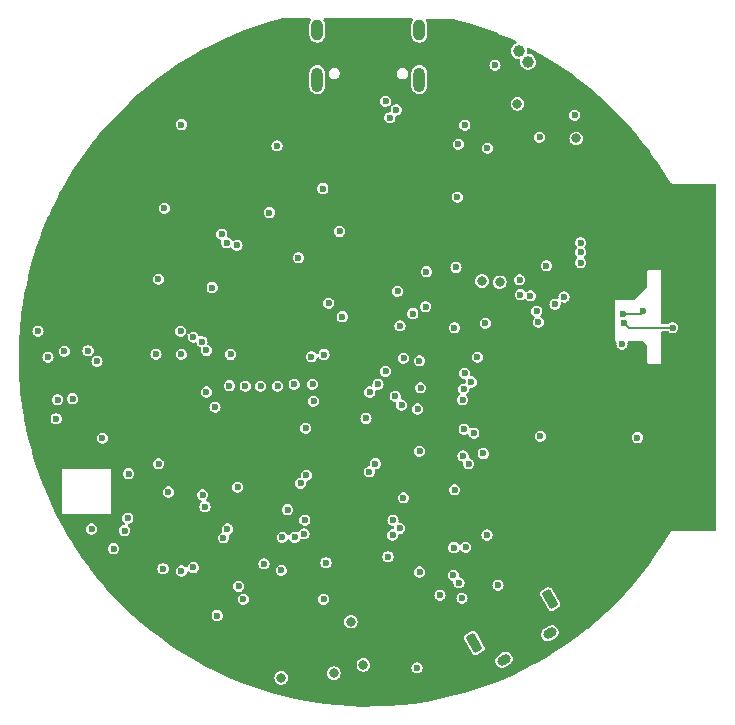
<source format=gbr>
%TF.GenerationSoftware,KiCad,Pcbnew,8.0.1*%
%TF.CreationDate,2024-09-23T16:13:28-04:00*%
%TF.ProjectId,stm32h7,73746d33-3268-4372-9e6b-696361645f70,rev?*%
%TF.SameCoordinates,Original*%
%TF.FileFunction,Copper,L2,Inr*%
%TF.FilePolarity,Positive*%
%FSLAX46Y46*%
G04 Gerber Fmt 4.6, Leading zero omitted, Abs format (unit mm)*
G04 Created by KiCad (PCBNEW 8.0.1) date 2024-09-23 16:13:28*
%MOMM*%
%LPD*%
G01*
G04 APERTURE LIST*
G04 Aperture macros list*
%AMRoundRect*
0 Rectangle with rounded corners*
0 $1 Rounding radius*
0 $2 $3 $4 $5 $6 $7 $8 $9 X,Y pos of 4 corners*
0 Add a 4 corners polygon primitive as box body*
4,1,4,$2,$3,$4,$5,$6,$7,$8,$9,$2,$3,0*
0 Add four circle primitives for the rounded corners*
1,1,$1+$1,$2,$3*
1,1,$1+$1,$4,$5*
1,1,$1+$1,$6,$7*
1,1,$1+$1,$8,$9*
0 Add four rect primitives between the rounded corners*
20,1,$1+$1,$2,$3,$4,$5,0*
20,1,$1+$1,$4,$5,$6,$7,0*
20,1,$1+$1,$6,$7,$8,$9,0*
20,1,$1+$1,$8,$9,$2,$3,0*%
%AMHorizOval*
0 Thick line with rounded ends*
0 $1 width*
0 $2 $3 position (X,Y) of the first rounded end (center of the circle)*
0 $4 $5 position (X,Y) of the second rounded end (center of the circle)*
0 Add line between two ends*
20,1,$1,$2,$3,$4,$5,0*
0 Add two circle primitives to create the rounded ends*
1,1,$1,$2,$3*
1,1,$1,$4,$5*%
G04 Aperture macros list end*
%TA.AperFunction,ComponentPad*%
%ADD10HorizOval,0.800000X0.173205X0.100000X-0.173205X-0.100000X0*%
%TD*%
%TA.AperFunction,ComponentPad*%
%ADD11RoundRect,0.131234X0.101625X-0.713551X0.567141X-0.444785X-0.101625X0.713551X-0.567141X0.444785X0*%
%TD*%
%TA.AperFunction,ComponentPad*%
%ADD12O,1.000000X2.100000*%
%TD*%
%TA.AperFunction,ComponentPad*%
%ADD13O,1.000000X1.800000*%
%TD*%
%TA.AperFunction,ViaPad*%
%ADD14C,0.600000*%
%TD*%
%TA.AperFunction,ViaPad*%
%ADD15C,1.000000*%
%TD*%
%TA.AperFunction,ViaPad*%
%ADD16C,0.800000*%
%TD*%
%TA.AperFunction,Conductor*%
%ADD17C,0.200000*%
%TD*%
G04 APERTURE END LIST*
D10*
%TO.N,BTN*%
%TO.C,SW1*%
X141509397Y-97626403D03*
%TO.N,VCC*%
X145397851Y-95381403D03*
D11*
%TO.N,N/C*%
X145417248Y-92495000D03*
X139000000Y-96200000D03*
%TD*%
D12*
%TO.N,unconnected-(J1-SHIELD-PadS1)_1*%
%TO.C,J1*%
X134345000Y-48490000D03*
D13*
%TO.N,unconnected-(J1-SHIELD-PadS1)_2*%
X134345000Y-44290000D03*
D12*
%TO.N,unconnected-(J1-SHIELD-PadS1)*%
X125705000Y-48490000D03*
D13*
%TO.N,unconnected-(J1-SHIELD-PadS1)_0*%
X125705000Y-44290000D03*
%TD*%
D14*
%TO.N,GND*%
X119125000Y-89950000D03*
X118276409Y-89848591D03*
X114325000Y-86850000D03*
X112750000Y-86825000D03*
X111800000Y-88725000D03*
X134925000Y-84625000D03*
X104450000Y-78900000D03*
X120055251Y-82163282D03*
X119450000Y-76050000D03*
X124800000Y-79650000D03*
%TO.N,LCD_G2*%
X122750000Y-87250000D03*
%TO.N,+3V3*%
X134365000Y-90185000D03*
X151500000Y-70900000D03*
X148000000Y-63100000D03*
X102900000Y-72000000D03*
X127600000Y-61350000D03*
X121650000Y-59750000D03*
X106590796Y-86549452D03*
X144600000Y-78700000D03*
X133000000Y-83900000D03*
X103595000Y-77200000D03*
X148000000Y-62300000D03*
X126450000Y-89400000D03*
D15*
X143550000Y-47000000D03*
X142780000Y-46080000D03*
D14*
X122300000Y-54100000D03*
X134358012Y-79962744D03*
X107500000Y-78850000D03*
X108450000Y-88200000D03*
X137450000Y-64400000D03*
X102050000Y-69800000D03*
X141000000Y-91300000D03*
X114200000Y-52300000D03*
X148000000Y-64000000D03*
X112650000Y-89900000D03*
X112050000Y-71750000D03*
X126275000Y-71775000D03*
X116800000Y-66100000D03*
%TO.N,GPS_TXD*%
X118025000Y-62300000D03*
X114200000Y-71750000D03*
%TO.N,GPS_RXD*%
X117625000Y-61575000D03*
X114143367Y-69793367D03*
D16*
%TO.N,VCC*%
X142650000Y-50550000D03*
X147625000Y-53475000D03*
D14*
X134150000Y-98300000D03*
%TO.N,VBUS*%
X131850000Y-51725000D03*
X124725000Y-78000000D03*
%TO.N,Net-(J1-CC1)*%
X131486091Y-50336091D03*
X132400000Y-51050000D03*
%TO.N,Net-(U6-XTB)*%
X151600000Y-68300000D03*
X153300000Y-68100000D03*
%TO.N,Net-(U6-XTA)*%
X155800000Y-69500000D03*
X151700000Y-69141158D03*
%TO.N,Net-(U4-PROG)*%
X140100000Y-54300000D03*
X138200000Y-52350000D03*
%TO.N,ANT_SW_CTRL*%
X146600000Y-66900000D03*
X152800000Y-78800000D03*
%TO.N,LCD_RST*%
X134950000Y-64750000D03*
X118100000Y-86550000D03*
%TO.N,LoRa_BUSY*%
X132110071Y-85813654D03*
X143750000Y-66800000D03*
%TO.N,LoRa_NSS*%
X127811091Y-68561091D03*
X139925000Y-69125000D03*
%TO.N,LCD_B3*%
X118950000Y-83000000D03*
X132300000Y-75300000D03*
%TO.N,SCK*%
X118250000Y-74400000D03*
X133793046Y-68306955D03*
%TO.N,LCD_CS*%
X125200000Y-71950000D03*
X134875000Y-67725000D03*
X129820978Y-77186091D03*
X125306921Y-74300000D03*
%TO.N,LCD_HSYNC*%
X130834887Y-74300000D03*
X124790000Y-81990000D03*
%TO.N,LCD_R1*%
X119450000Y-92500000D03*
X139750000Y-80151370D03*
%TO.N,LoRa_RST*%
X144275000Y-68102818D03*
X132075000Y-87050000D03*
%TO.N,LCD_B2*%
X124575000Y-86950000D03*
X138000000Y-75600000D03*
%TO.N,LCD_G3*%
X126250000Y-92500000D03*
X138188909Y-73361091D03*
%TO.N,LCD_R4*%
X138525000Y-81025000D03*
X119050000Y-91400000D03*
%TO.N,LCD_B1*%
X131500000Y-73200000D03*
X139250000Y-72000000D03*
%TO.N,LCD_G0*%
X132850000Y-76050000D03*
X123200000Y-84900000D03*
%TO.N,LCD_VSYNC*%
X130150000Y-74950000D03*
X116000000Y-83650000D03*
%TO.N,LoRa_DIO1*%
X132687020Y-86500000D03*
X145825000Y-67525000D03*
%TO.N,LCD_G4*%
X130100000Y-81700000D03*
X138750000Y-74100000D03*
%TO.N,LCD_R3*%
X138138909Y-78111091D03*
X113086091Y-83413909D03*
%TO.N,LCD_G1*%
X134188909Y-76388909D03*
X124650000Y-85800000D03*
%TO.N,LCD_B5*%
X134350000Y-72300000D03*
X115200000Y-70300000D03*
%TO.N,LCD_DE*%
X121200000Y-89500000D03*
X137300000Y-69500000D03*
%TO.N,LCD_R5*%
X122650000Y-90050000D03*
X138049210Y-80350790D03*
%TO.N,LCD_B4*%
X115937500Y-70687500D03*
X133011091Y-72088909D03*
%TO.N,Net-(J5-Pin_29)*%
X137336091Y-83236091D03*
X131684922Y-88884922D03*
%TO.N,LCD_G5*%
X138100000Y-74700000D03*
X120900000Y-74450000D03*
%TO.N,LCD_G2*%
X134450000Y-74600000D03*
%TO.N,LCD_R2*%
X114200000Y-90100000D03*
X138961396Y-78438604D03*
%TO.N,SDA*%
X145100000Y-64250000D03*
X137950000Y-92400000D03*
X138275000Y-88075000D03*
%TO.N,SCL*%
X137266942Y-88116942D03*
X142825000Y-65450000D03*
X137225000Y-90450000D03*
%TO.N,MISO*%
X142900000Y-66700000D03*
X118375000Y-71762500D03*
X144425000Y-69025000D03*
%TO.N,MOSI*%
X132700000Y-69350000D03*
X115200000Y-89800000D03*
%TO.N,/Accel & Magnetometer/CS_MAG*%
X137700000Y-91100000D03*
X136100000Y-92150000D03*
%TO.N,GND*%
X143050000Y-95850000D03*
X107780000Y-54130000D03*
X152600000Y-77000000D03*
X128100000Y-45240000D03*
X158580000Y-79530000D03*
X114700000Y-67550000D03*
X145900000Y-75000000D03*
X130450000Y-45100000D03*
X146500000Y-82400000D03*
X144400000Y-76650000D03*
X107650000Y-68650000D03*
X121700000Y-45100000D03*
X143300000Y-59600000D03*
X109500000Y-63900000D03*
X104400000Y-73400000D03*
X103100000Y-67400000D03*
X154100000Y-59200000D03*
X112850000Y-55800000D03*
X152400000Y-62100000D03*
X151800000Y-75600000D03*
X110100000Y-51700000D03*
X109050000Y-73180000D03*
X120250000Y-98900000D03*
X148300000Y-55250000D03*
X138400000Y-48900000D03*
X152800000Y-86800000D03*
X155000000Y-72900000D03*
X120800000Y-45100000D03*
X152800000Y-76000000D03*
X126950000Y-50250000D03*
X144000000Y-60000000D03*
X131910000Y-45240000D03*
X149900000Y-61100000D03*
X153500000Y-56670000D03*
X136990000Y-43970000D03*
X116670000Y-55400000D03*
X157600000Y-84250000D03*
X121750000Y-78260000D03*
X104500000Y-68100000D03*
X144550000Y-94650000D03*
X118800000Y-84400000D03*
X154770000Y-82070000D03*
X147100000Y-81000000D03*
X157310000Y-61750000D03*
X135500000Y-48900000D03*
X112800000Y-95200000D03*
X147650000Y-50550000D03*
X157600000Y-83350000D03*
X123900000Y-48300000D03*
X147900000Y-71800000D03*
X158580000Y-61750000D03*
X152800000Y-85900000D03*
X132550000Y-52150000D03*
X157300000Y-78950000D03*
X147600000Y-76800000D03*
X149900000Y-82500000D03*
X149700000Y-68800000D03*
X147150000Y-94770000D03*
X119210000Y-50320000D03*
X143350000Y-49750000D03*
X103700000Y-73900000D03*
X133180000Y-60480000D03*
X151450000Y-57100000D03*
X122500000Y-58500000D03*
X145800000Y-84000000D03*
X104000000Y-67400000D03*
X156040000Y-84610000D03*
X126600000Y-53300000D03*
X153400000Y-59700000D03*
X145900000Y-57850000D03*
X152000000Y-87200000D03*
X128400000Y-55950000D03*
X145100000Y-83600000D03*
X154100000Y-60100000D03*
X158580000Y-76990000D03*
X116800000Y-64050000D03*
X158580000Y-82070000D03*
X127000000Y-52600000D03*
X127850000Y-58500000D03*
X135450000Y-58900000D03*
X117350000Y-52900000D03*
X144550000Y-93750000D03*
X151450000Y-55300000D03*
X133180000Y-46510000D03*
X149400000Y-62400000D03*
X124290000Y-55400000D03*
X127500000Y-55950000D03*
X146350000Y-90750000D03*
X158580000Y-70640000D03*
X143050000Y-53900000D03*
X103970000Y-59210000D03*
X145250000Y-59370000D03*
X131910000Y-55400000D03*
X155200000Y-71200000D03*
X115500000Y-58700000D03*
X147800000Y-58750000D03*
X153500000Y-55400000D03*
X143850000Y-94250000D03*
X129750000Y-45600000D03*
X145500000Y-76700000D03*
X117450000Y-59450000D03*
X148100000Y-83200000D03*
X140200000Y-50000000D03*
X116650000Y-53400000D03*
X123900000Y-49200000D03*
X151400000Y-80800000D03*
X142900000Y-52450000D03*
X154770000Y-85880000D03*
X158580000Y-80800000D03*
X153300000Y-62300000D03*
X146700000Y-73600000D03*
X110500000Y-90350000D03*
X142450000Y-94500000D03*
X148800000Y-68000000D03*
X123700000Y-58650000D03*
X112150000Y-93550000D03*
X145290000Y-57270000D03*
X127000000Y-95950000D03*
X135700000Y-55250000D03*
X142150000Y-92100000D03*
X150750000Y-56700000D03*
X113650000Y-92900000D03*
X108600000Y-63900000D03*
X109800000Y-91750000D03*
X129100000Y-92200000D03*
X142650000Y-48950000D03*
X147274997Y-82900000D03*
X137150000Y-99150000D03*
X153200000Y-72300000D03*
X144000000Y-59100000D03*
X112000000Y-69200000D03*
X123100000Y-45800000D03*
X123020000Y-55400000D03*
X130350000Y-91200000D03*
X158580000Y-69370000D03*
X125200000Y-90410000D03*
X147300000Y-88100000D03*
X133180000Y-43970000D03*
X114800000Y-58300000D03*
X135850000Y-58200000D03*
X147800000Y-80600000D03*
X134050000Y-52900000D03*
X158580000Y-65560000D03*
X119700000Y-95150000D03*
X142100000Y-95400000D03*
X146800000Y-76700000D03*
X144400000Y-75750000D03*
X114800000Y-60100000D03*
X131910000Y-46510000D03*
X150960000Y-59210000D03*
X153000000Y-81000000D03*
X119050000Y-94600000D03*
X152400000Y-80400000D03*
X151500000Y-81900000D03*
X156600000Y-67300000D03*
X141550000Y-52050000D03*
X158350000Y-75200000D03*
X144400000Y-74850000D03*
X158580000Y-64290000D03*
X127800000Y-64750000D03*
X127900000Y-52600000D03*
X117940000Y-46510000D03*
X152000000Y-86300000D03*
X107150000Y-67950000D03*
X129750000Y-46500000D03*
X135720000Y-43970000D03*
X140200000Y-49100000D03*
X115400000Y-55400000D03*
X156600000Y-79450000D03*
X136350000Y-58900000D03*
X121750000Y-79530000D03*
X148900000Y-77750000D03*
X150700000Y-81700000D03*
X154300000Y-64200000D03*
X120600000Y-49150000D03*
X136990000Y-96040000D03*
X145100000Y-84500000D03*
X113550000Y-55300000D03*
X145650000Y-89450000D03*
X143340000Y-88420000D03*
X149700000Y-68000000D03*
X120542112Y-63664552D03*
X114700000Y-48600000D03*
X146100000Y-65200000D03*
X116670000Y-79530000D03*
X110500000Y-92150000D03*
X152700000Y-83100000D03*
X143340000Y-61750000D03*
X112860000Y-57940000D03*
X145600000Y-81400000D03*
X156040000Y-82070000D03*
X116950000Y-58750000D03*
X153700000Y-75800000D03*
X147000000Y-71900000D03*
X134300000Y-52050000D03*
X129750000Y-44700000D03*
X158300000Y-84650000D03*
X153500000Y-82600000D03*
X153400000Y-64300000D03*
X139600000Y-44750000D03*
X151600000Y-61900000D03*
X108500000Y-60800000D03*
X125300000Y-81300000D03*
X150200000Y-84100000D03*
X112850000Y-54900000D03*
X101430000Y-76990000D03*
X140800000Y-63020000D03*
X112860000Y-76990000D03*
X143300000Y-94900000D03*
X135980000Y-82640000D03*
X147900000Y-69600000D03*
X143340000Y-63020000D03*
X114800000Y-59200000D03*
X112150000Y-92650000D03*
X106510000Y-55400000D03*
X126750000Y-96900000D03*
X153400000Y-58800000D03*
X115500000Y-56900000D03*
X120480000Y-78260000D03*
X132300000Y-53000000D03*
X146400000Y-81400000D03*
X130450000Y-46000000D03*
X148800000Y-68800000D03*
X150800000Y-61300000D03*
X156200000Y-68200000D03*
X101430000Y-73180000D03*
X128450000Y-97450000D03*
X116500000Y-62700000D03*
X151900000Y-66800000D03*
X110500000Y-91250000D03*
X131700000Y-97500000D03*
X115400000Y-79530000D03*
X158580000Y-71910000D03*
X150600000Y-80800000D03*
X110800000Y-51200000D03*
X154200000Y-62500000D03*
X138400000Y-47100000D03*
X145250000Y-58500000D03*
X147900000Y-82300000D03*
X118650000Y-98300000D03*
X128100000Y-46510000D03*
X128100000Y-43970000D03*
X145800000Y-85800000D03*
X123200000Y-48800000D03*
X145100000Y-85400000D03*
X154770000Y-87150000D03*
X143850000Y-93350000D03*
X145100000Y-73200000D03*
X141300000Y-95500000D03*
X156040000Y-85880000D03*
X112850000Y-93050000D03*
X145800000Y-84900000D03*
X124400000Y-50050000D03*
X147300000Y-84200000D03*
X123200000Y-49700000D03*
X154770000Y-80800000D03*
X153500000Y-63400000D03*
X152000000Y-84500000D03*
X133150000Y-52750000D03*
X117350000Y-52000000D03*
X114800000Y-57400000D03*
X154770000Y-57940000D03*
X147300000Y-77700000D03*
X115500000Y-57800000D03*
X128850000Y-69400000D03*
X157310000Y-82070000D03*
X143340000Y-85880000D03*
X153500000Y-84400000D03*
X142070000Y-93500000D03*
X124950000Y-97700000D03*
X158580000Y-78260000D03*
X149700000Y-69600000D03*
X106200000Y-60100000D03*
X107780000Y-65560000D03*
X120480000Y-93500000D03*
X143300000Y-58700000D03*
X147500000Y-61300000D03*
X148900000Y-91800000D03*
X138900000Y-47800000D03*
X146600000Y-63600000D03*
X129250000Y-100600000D03*
X146200000Y-77400000D03*
X157300000Y-79850000D03*
X150200000Y-77100000D03*
X116800000Y-64950000D03*
X103750000Y-80850000D03*
X155900000Y-70600000D03*
X149100000Y-61500000D03*
X153900000Y-72900000D03*
X129370000Y-89690000D03*
X150750000Y-57600000D03*
X133180000Y-59210000D03*
X152300000Y-65000000D03*
X132500000Y-97500000D03*
X121750000Y-76990000D03*
X146000000Y-80700000D03*
X146350000Y-89850000D03*
X142070000Y-87150000D03*
X150700000Y-82600000D03*
X122750000Y-100000000D03*
X157650000Y-73900000D03*
X110400000Y-63900000D03*
X116670000Y-80800000D03*
X145300000Y-75800000D03*
X147300000Y-76000000D03*
X153300000Y-77800000D03*
X152000000Y-82700000D03*
X156040000Y-61750000D03*
X140600000Y-45850000D03*
X152700000Y-82200000D03*
X142450000Y-54600000D03*
X154400000Y-73600000D03*
X101430000Y-71910000D03*
X145100000Y-86300000D03*
X152000000Y-83600000D03*
X153200000Y-65500000D03*
X150960000Y-90960000D03*
X103050000Y-81350000D03*
X115550000Y-97050000D03*
X116670000Y-46510000D03*
X136300000Y-55850000D03*
X110320000Y-71910000D03*
X144600000Y-73900000D03*
X130650000Y-64900000D03*
X145000000Y-80800000D03*
X157400000Y-58950000D03*
X157650000Y-74800000D03*
X147100000Y-59250000D03*
X153800000Y-79300000D03*
X148800000Y-69600000D03*
X148200000Y-93200000D03*
X155900000Y-65900000D03*
X147500000Y-78700000D03*
X103700000Y-83450000D03*
X106750000Y-68650000D03*
X113800000Y-67550000D03*
X145800000Y-66000000D03*
X148900000Y-92700000D03*
X106250000Y-67950000D03*
X147900000Y-49700000D03*
X109800000Y-90850000D03*
X119650000Y-96800000D03*
X155500000Y-63600000D03*
X151450000Y-56200000D03*
X118350000Y-59450000D03*
X103750000Y-81750000D03*
X156000000Y-64900000D03*
X103050000Y-80450000D03*
X114000000Y-50000000D03*
X145200000Y-77500000D03*
X113550000Y-54400000D03*
X127900000Y-100450000D03*
X147100000Y-81800000D03*
X135000000Y-49950000D03*
X121900000Y-84250000D03*
X145800000Y-86700000D03*
X154770000Y-84610000D03*
X134450000Y-99850000D03*
X103750000Y-79950000D03*
X150750000Y-55800000D03*
X148900000Y-90900000D03*
X152230000Y-89690000D03*
X142500000Y-55800000D03*
X145600000Y-82200000D03*
X157100000Y-68700000D03*
X155500000Y-73600000D03*
X141250000Y-94600000D03*
X149800000Y-80800000D03*
X125560000Y-46510000D03*
X156040000Y-60480000D03*
X156000000Y-72800000D03*
X111300000Y-63900000D03*
X121650000Y-62500000D03*
X112000000Y-67750000D03*
X130900000Y-97500000D03*
X119210000Y-45240000D03*
X155100000Y-65300000D03*
X138000000Y-48150000D03*
X114150000Y-96200000D03*
X152600000Y-64000000D03*
X153400000Y-80200000D03*
X156600000Y-78550000D03*
X158350000Y-74300000D03*
X119210000Y-46510000D03*
X136990000Y-97310000D03*
X122200000Y-45800000D03*
X157310000Y-76990000D03*
X119450000Y-97750000D03*
X134900000Y-52650000D03*
X115400000Y-80800000D03*
X128600000Y-71450000D03*
X153300000Y-71400000D03*
X133180000Y-93500000D03*
X143340000Y-87150000D03*
X146300000Y-64400000D03*
X103970000Y-60480000D03*
X153500000Y-81700000D03*
X153900000Y-78400000D03*
X145800000Y-83100000D03*
X154500000Y-76300000D03*
X129370000Y-59210000D03*
X101430000Y-75720000D03*
X112850000Y-93950000D03*
X152100000Y-81300000D03*
X147300000Y-74300000D03*
X156700000Y-66300000D03*
X148500000Y-50300000D03*
X155100000Y-64400000D03*
X107600000Y-60800000D03*
X148050000Y-56100000D03*
X158580000Y-63020000D03*
X146100000Y-76100000D03*
X136450000Y-99650000D03*
X126830000Y-46510000D03*
X148900000Y-78550000D03*
X145800000Y-87600000D03*
X103050000Y-82250000D03*
X135450000Y-47950000D03*
X155400000Y-72100000D03*
X150100000Y-64900000D03*
X103700000Y-74800000D03*
X149900000Y-81700000D03*
X119900000Y-95950000D03*
X156900000Y-69700000D03*
X153500000Y-76600000D03*
X147700000Y-72700000D03*
X121300000Y-45800000D03*
X111400000Y-94100000D03*
X153500000Y-83500000D03*
X150600000Y-83400000D03*
X105100000Y-73800000D03*
X154500000Y-75400000D03*
X145800000Y-72800000D03*
X150800000Y-62400000D03*
X119900000Y-48750000D03*
X126150000Y-50150000D03*
X156040000Y-76990000D03*
X117850000Y-58750000D03*
X113000000Y-69200000D03*
X145880000Y-47780000D03*
X152700000Y-84900000D03*
X145650000Y-90350000D03*
X157400000Y-67800000D03*
X151200000Y-74500000D03*
X140150000Y-52400000D03*
X150960000Y-89690000D03*
X122600000Y-45100000D03*
X111590000Y-73180000D03*
X129100000Y-91300000D03*
X143340000Y-84610000D03*
X102200000Y-67400000D03*
X157400000Y-59850000D03*
X123500000Y-45100000D03*
X152500000Y-66200000D03*
X110800000Y-52100000D03*
X124000000Y-45800000D03*
X125560000Y-94770000D03*
X120480000Y-79530000D03*
X146600000Y-75400000D03*
X158100000Y-60250000D03*
X133300000Y-97500000D03*
X156040000Y-59210000D03*
X142070000Y-85880000D03*
X140450000Y-44900000D03*
X120600000Y-48250000D03*
X152600000Y-62900000D03*
X151700000Y-76700000D03*
X148400000Y-61100000D03*
X109050000Y-71910000D03*
X153500000Y-88420000D03*
X149800000Y-83300000D03*
X108000000Y-60100000D03*
X133350000Y-49800000D03*
X149690000Y-59210000D03*
X152700000Y-84000000D03*
X155000000Y-74500000D03*
X146700000Y-62700000D03*
X150600000Y-77800000D03*
X147800000Y-81400000D03*
X158300000Y-83750000D03*
X156300000Y-64100000D03*
X134950000Y-58200000D03*
X154500000Y-63400000D03*
X156040000Y-80800000D03*
X154770000Y-83340000D03*
X156200000Y-71500000D03*
X105100000Y-72900000D03*
X104400000Y-74300000D03*
X110100000Y-52600000D03*
X155900000Y-66900000D03*
X125800000Y-99650000D03*
X121650000Y-99400000D03*
X144900000Y-79800000D03*
X156040000Y-83340000D03*
X127900000Y-55250000D03*
X148200000Y-92300000D03*
X146500000Y-74400000D03*
X148900000Y-55850000D03*
X150600000Y-75400000D03*
X147400000Y-75100000D03*
X112900000Y-67750000D03*
X150700000Y-73800000D03*
X144400000Y-77450000D03*
X114700000Y-49500000D03*
X146900000Y-61900000D03*
X147100000Y-60150000D03*
X145300000Y-74400000D03*
X126650000Y-99600000D03*
X114130000Y-75720000D03*
X119900000Y-47850000D03*
X114000000Y-49100000D03*
X127000000Y-55250000D03*
X147800000Y-59650000D03*
X126550000Y-69400000D03*
X135450000Y-56100000D03*
X117100000Y-97700000D03*
X106700000Y-60800000D03*
X115400000Y-82070000D03*
X155200000Y-66300000D03*
X115500000Y-59600000D03*
X158100000Y-59350000D03*
X112860000Y-75720000D03*
X148200000Y-91400000D03*
X103600000Y-68100000D03*
X150100000Y-62000000D03*
X105240000Y-87150000D03*
X135200000Y-46900000D03*
X147900000Y-68000000D03*
X133180000Y-45240000D03*
X103700000Y-73000000D03*
X101430000Y-74450000D03*
X156800000Y-70500000D03*
X116650000Y-52500000D03*
X147900000Y-68800000D03*
X131910000Y-43970000D03*
X130450000Y-44200000D03*
X142070000Y-88420000D03*
X105240000Y-69370000D03*
X145900000Y-73800000D03*
X150960000Y-52860000D03*
X104400000Y-72500000D03*
X154100000Y-74500000D03*
X154200000Y-77300000D03*
X125300000Y-50250000D03*
X127500000Y-53300000D03*
X110320000Y-73180000D03*
X156040000Y-57940000D03*
X122650000Y-81850000D03*
X121750000Y-94770000D03*
X107100000Y-60100000D03*
X102700000Y-68100000D03*
X150600000Y-88200000D03*
X152000000Y-85400000D03*
%TO.N,Net-(C1-Pad2)*%
X125391752Y-75725414D03*
X123800000Y-87250000D03*
%TO.N,NRST*%
X112275688Y-81025333D03*
X117050000Y-76225000D03*
X119600000Y-74450000D03*
X126675000Y-67416501D03*
%TO.N,Net-(U1-BOOT0)*%
X124100000Y-63575000D03*
X116300000Y-71425000D03*
%TO.N,QSPI_CLK*%
X106300000Y-71450000D03*
X117750000Y-87300000D03*
%TO.N,QSPI_NCS*%
X116300000Y-74950000D03*
X103725000Y-75600000D03*
%TO.N,QSPI_D0*%
X116200000Y-84650000D03*
X107050000Y-72350000D03*
%TO.N,QSPI_D1*%
X105000000Y-75500000D03*
X123750000Y-74300000D03*
%TO.N,QSPI_D3*%
X109662500Y-85637500D03*
X104300000Y-71500000D03*
%TO.N,FG_NALERT*%
X144525000Y-53375000D03*
X126175000Y-57725000D03*
%TO.N,Net-(J6-Pin_2)*%
X117225000Y-93875000D03*
X109400000Y-86675000D03*
%TO.N,BTN*%
X132500000Y-66425000D03*
X140076409Y-87051409D03*
X130612705Y-81000000D03*
X122350000Y-74450000D03*
X124300000Y-82675000D03*
%TO.N,Net-(ATGM336H1-GND)*%
X118900000Y-62522182D03*
X112750000Y-59400000D03*
X112250000Y-65400000D03*
%TO.N,LDO_EN*%
X137550000Y-58450000D03*
X140750000Y-47268674D03*
X137650000Y-53975000D03*
X109725000Y-81850000D03*
X147500000Y-51500000D03*
D16*
%TO.N,BL_ANODE*%
X141150000Y-65650000D03*
X129600000Y-98050000D03*
X122650000Y-99150000D03*
X127100000Y-98750000D03*
%TO.N,BL_CATHODE*%
X128550000Y-94400000D03*
X139650000Y-65550000D03*
%TD*%
D17*
%TO.N,Net-(U6-XTB)*%
X151600000Y-68300000D02*
X153100000Y-68300000D01*
X153100000Y-68300000D02*
X153300000Y-68100000D01*
%TO.N,Net-(U6-XTA)*%
X151700000Y-69141158D02*
X152058842Y-69500000D01*
X152058842Y-69500000D02*
X155800000Y-69500000D01*
%TD*%
%TA.AperFunction,Conductor*%
%TO.N,GND*%
G36*
X125127539Y-43320185D02*
G01*
X125173294Y-43372989D01*
X125183238Y-43442147D01*
X125163602Y-43493391D01*
X125110814Y-43572392D01*
X125110809Y-43572401D01*
X125060267Y-43694421D01*
X125060265Y-43694429D01*
X125034500Y-43823957D01*
X125034500Y-44756042D01*
X125060265Y-44885570D01*
X125060267Y-44885578D01*
X125110809Y-45007598D01*
X125110814Y-45007607D01*
X125184188Y-45117418D01*
X125184191Y-45117422D01*
X125277577Y-45210808D01*
X125277581Y-45210811D01*
X125387392Y-45284185D01*
X125387401Y-45284190D01*
X125415042Y-45295639D01*
X125509422Y-45334733D01*
X125638957Y-45360499D01*
X125638961Y-45360500D01*
X125638962Y-45360500D01*
X125771039Y-45360500D01*
X125771040Y-45360499D01*
X125900578Y-45334733D01*
X126022601Y-45284189D01*
X126132419Y-45210811D01*
X126225811Y-45117419D01*
X126299189Y-45007601D01*
X126349733Y-44885578D01*
X126375500Y-44756038D01*
X126375500Y-43823962D01*
X126349733Y-43694422D01*
X126299189Y-43572399D01*
X126299186Y-43572394D01*
X126299185Y-43572392D01*
X126246398Y-43493391D01*
X126225520Y-43426713D01*
X126244004Y-43359333D01*
X126295983Y-43312643D01*
X126349500Y-43300500D01*
X129998961Y-43300500D01*
X129999577Y-43300502D01*
X133688862Y-43318842D01*
X133755802Y-43338859D01*
X133801294Y-43391890D01*
X133810894Y-43461097D01*
X133791348Y-43511730D01*
X133750813Y-43572394D01*
X133750809Y-43572401D01*
X133700267Y-43694421D01*
X133700265Y-43694429D01*
X133674500Y-43823957D01*
X133674500Y-44756042D01*
X133700265Y-44885570D01*
X133700267Y-44885578D01*
X133750809Y-45007598D01*
X133750814Y-45007607D01*
X133824188Y-45117418D01*
X133824191Y-45117422D01*
X133917577Y-45210808D01*
X133917581Y-45210811D01*
X134027392Y-45284185D01*
X134027401Y-45284190D01*
X134055042Y-45295639D01*
X134149422Y-45334733D01*
X134278957Y-45360499D01*
X134278961Y-45360500D01*
X134278962Y-45360500D01*
X134411039Y-45360500D01*
X134411040Y-45360499D01*
X134540578Y-45334733D01*
X134662601Y-45284189D01*
X134772419Y-45210811D01*
X134865811Y-45117419D01*
X134939189Y-45007601D01*
X134989733Y-44885578D01*
X135015500Y-44756038D01*
X135015500Y-43823962D01*
X134989733Y-43694422D01*
X134939189Y-43572399D01*
X134903030Y-43518283D01*
X134882152Y-43451606D01*
X134900636Y-43384226D01*
X134952615Y-43337535D01*
X135006748Y-43325394D01*
X137135218Y-43335975D01*
X137166560Y-43340164D01*
X138110466Y-43592035D01*
X138114578Y-43593210D01*
X138446959Y-43694421D01*
X139094421Y-43891575D01*
X139098528Y-43892904D01*
X140067379Y-44225192D01*
X140071438Y-44226663D01*
X141028163Y-44592488D01*
X141032168Y-44594100D01*
X141975556Y-44992998D01*
X141979496Y-44994745D01*
X142508198Y-45240332D01*
X142560705Y-45286426D01*
X142579956Y-45353591D01*
X142559840Y-45420502D01*
X142513585Y-45462587D01*
X142396317Y-45524134D01*
X142274436Y-45632110D01*
X142181942Y-45766112D01*
X142181941Y-45766113D01*
X142124202Y-45918356D01*
X142124201Y-45918361D01*
X142104575Y-46080000D01*
X142124201Y-46241638D01*
X142124202Y-46241643D01*
X142172301Y-46368467D01*
X142181941Y-46393886D01*
X142274437Y-46527890D01*
X142396315Y-46635864D01*
X142540491Y-46711533D01*
X142698587Y-46750500D01*
X142764903Y-46750500D01*
X142831942Y-46770185D01*
X142877697Y-46822989D01*
X142887998Y-46889446D01*
X142885571Y-46909440D01*
X142874575Y-47000000D01*
X142894201Y-47161638D01*
X142894202Y-47161643D01*
X142951941Y-47313886D01*
X142951942Y-47313887D01*
X143024627Y-47419191D01*
X143044437Y-47447890D01*
X143166315Y-47555864D01*
X143310491Y-47631533D01*
X143468587Y-47670500D01*
X143631413Y-47670500D01*
X143789509Y-47631533D01*
X143933685Y-47555864D01*
X144055563Y-47447890D01*
X144148059Y-47313886D01*
X144205798Y-47161640D01*
X144225425Y-47000000D01*
X144205798Y-46838360D01*
X144205797Y-46838358D01*
X144205797Y-46838356D01*
X144157699Y-46711533D01*
X144148059Y-46686114D01*
X144055563Y-46552110D01*
X143933685Y-46444136D01*
X143789509Y-46368467D01*
X143789508Y-46368466D01*
X143789507Y-46368466D01*
X143631413Y-46329500D01*
X143565097Y-46329500D01*
X143498058Y-46309815D01*
X143452303Y-46257011D01*
X143442001Y-46190553D01*
X143455425Y-46080000D01*
X143435798Y-45918360D01*
X143434894Y-45910914D01*
X143437908Y-45910548D01*
X143440353Y-45854650D01*
X143480661Y-45797579D01*
X143545424Y-45771359D01*
X143613811Y-45784177D01*
X143825682Y-45891714D01*
X143829498Y-45893735D01*
X144726168Y-46388829D01*
X144729873Y-46390960D01*
X145608785Y-46916979D01*
X145612400Y-46919228D01*
X146429742Y-47447890D01*
X146472497Y-47475544D01*
X146476069Y-47477945D01*
X146796013Y-47701057D01*
X147316195Y-48063805D01*
X147319693Y-48066335D01*
X147710440Y-48359554D01*
X147781787Y-48413094D01*
X148138967Y-48681124D01*
X148142364Y-48683767D01*
X148826714Y-49235570D01*
X148939721Y-49326689D01*
X148943028Y-49329452D01*
X149562517Y-49865591D01*
X149717523Y-49999741D01*
X149720728Y-50002614D01*
X150196575Y-50444329D01*
X150471415Y-50699455D01*
X150474528Y-50702447D01*
X151159943Y-51384629D01*
X151200507Y-51425001D01*
X151203507Y-51428093D01*
X151903902Y-52175490D01*
X151906768Y-52178657D01*
X152370362Y-52709233D01*
X152580719Y-52949983D01*
X152583503Y-52953283D01*
X152774017Y-53187287D01*
X153224628Y-53740763D01*
X153230190Y-53747594D01*
X153232857Y-53750989D01*
X153851500Y-54567329D01*
X153854047Y-54570815D01*
X153994705Y-54770500D01*
X154413003Y-55364337D01*
X154443888Y-55408182D01*
X154446312Y-55411754D01*
X155006637Y-56269135D01*
X155008936Y-56272789D01*
X155539558Y-57149954D01*
X155540845Y-57152132D01*
X155562886Y-57190306D01*
X155564090Y-57192102D01*
X155564136Y-57192182D01*
X155564137Y-57192183D01*
X155590855Y-57216094D01*
X155595843Y-57220814D01*
X155615489Y-57240460D01*
X155615492Y-57240462D01*
X155621938Y-57245408D01*
X155621798Y-57245590D01*
X155632360Y-57253239D01*
X155635067Y-57255662D01*
X155635068Y-57255662D01*
X155635069Y-57255663D01*
X155649658Y-57262105D01*
X155657668Y-57265643D01*
X155669577Y-57271688D01*
X155684011Y-57280021D01*
X155690569Y-57281778D01*
X155708573Y-57288122D01*
X155722146Y-57294116D01*
X155735615Y-57295490D01*
X155755111Y-57299072D01*
X155760438Y-57300500D01*
X155778402Y-57300500D01*
X155790991Y-57301141D01*
X155816842Y-57303779D01*
X155816842Y-57303778D01*
X155816843Y-57303779D01*
X155818369Y-57303449D01*
X155819121Y-57303288D01*
X155845267Y-57300500D01*
X159375500Y-57300500D01*
X159442539Y-57320185D01*
X159488294Y-57372989D01*
X159499500Y-57424500D01*
X159499500Y-86577509D01*
X159479815Y-86644548D01*
X159427011Y-86690303D01*
X159376088Y-86701508D01*
X155877248Y-86718112D01*
X155850525Y-86715327D01*
X155849237Y-86715049D01*
X155849226Y-86715048D01*
X155822361Y-86717790D01*
X155810369Y-86718430D01*
X155791696Y-86718519D01*
X155791402Y-86718521D01*
X155791400Y-86718521D01*
X155791396Y-86718522D01*
X155787059Y-86719706D01*
X155767009Y-86723439D01*
X155754537Y-86724712D01*
X155754529Y-86724714D01*
X155740027Y-86731119D01*
X155722601Y-86737307D01*
X155715078Y-86739361D01*
X155715071Y-86739364D01*
X155701544Y-86747258D01*
X155689146Y-86753588D01*
X155667457Y-86763167D01*
X155667452Y-86763170D01*
X155663982Y-86766276D01*
X155653106Y-86774193D01*
X155653165Y-86774269D01*
X155646741Y-86779247D01*
X155627884Y-86798281D01*
X155622494Y-86803404D01*
X155596526Y-86826645D01*
X155596519Y-86826654D01*
X155596344Y-86826957D01*
X155593339Y-86831465D01*
X155573248Y-86866646D01*
X155571614Y-86869423D01*
X155014143Y-87789246D01*
X155011727Y-87793073D01*
X154421258Y-88691628D01*
X154418704Y-88695365D01*
X153795823Y-89571792D01*
X153793134Y-89575433D01*
X153138685Y-90428538D01*
X153135865Y-90432078D01*
X152450715Y-91260733D01*
X152447767Y-91264168D01*
X151732854Y-92067239D01*
X151729784Y-92070564D01*
X150986001Y-92847048D01*
X150982811Y-92850259D01*
X150211229Y-93599039D01*
X150207923Y-93602132D01*
X149409492Y-94322286D01*
X149406077Y-94325255D01*
X148581906Y-95015781D01*
X148578384Y-95018624D01*
X147729562Y-95678609D01*
X147725938Y-95681322D01*
X146853604Y-96309883D01*
X146849884Y-96312462D01*
X145955180Y-96908776D01*
X145951369Y-96911217D01*
X145035488Y-97474487D01*
X145031590Y-97476787D01*
X144095785Y-98006242D01*
X144091805Y-98008399D01*
X143137273Y-98503363D01*
X143133218Y-98505372D01*
X142161300Y-98965150D01*
X142157174Y-98967011D01*
X141169087Y-99391028D01*
X141164895Y-99392737D01*
X140161987Y-99780412D01*
X140157736Y-99781966D01*
X139141400Y-100132762D01*
X139137096Y-100134161D01*
X138108566Y-100447652D01*
X138104213Y-100448892D01*
X137064974Y-100724625D01*
X137060578Y-100725706D01*
X136011939Y-100963335D01*
X136007508Y-100964254D01*
X134950938Y-101163445D01*
X134946475Y-101164203D01*
X133883297Y-101324707D01*
X133878810Y-101325301D01*
X132810472Y-101446898D01*
X132805966Y-101447327D01*
X131733948Y-101529850D01*
X131729430Y-101530115D01*
X130655093Y-101573459D01*
X130650568Y-101573559D01*
X129575371Y-101577666D01*
X129570845Y-101577601D01*
X128496185Y-101542464D01*
X128491664Y-101542233D01*
X127419044Y-101467901D01*
X127414536Y-101467506D01*
X126345308Y-101354075D01*
X126340816Y-101353515D01*
X125276471Y-101201141D01*
X125272003Y-101200418D01*
X124213930Y-101009301D01*
X124209491Y-101008416D01*
X123159061Y-100778805D01*
X123154658Y-100777758D01*
X122113311Y-100509963D01*
X122108948Y-100508755D01*
X121078114Y-100203147D01*
X121073799Y-100201782D01*
X120054762Y-99858742D01*
X120050500Y-99857220D01*
X119044678Y-99477225D01*
X119040473Y-99475548D01*
X118265565Y-99150000D01*
X122074577Y-99150000D01*
X122094183Y-99298928D01*
X122094185Y-99298933D01*
X122151668Y-99437711D01*
X122151669Y-99437712D01*
X122243114Y-99556886D01*
X122362288Y-99648331D01*
X122362287Y-99648331D01*
X122414901Y-99670124D01*
X122501070Y-99705816D01*
X122575535Y-99715619D01*
X122649999Y-99725423D01*
X122650000Y-99725423D01*
X122650001Y-99725423D01*
X122699643Y-99718887D01*
X122798930Y-99705816D01*
X122937712Y-99648331D01*
X123056886Y-99556886D01*
X123148331Y-99437712D01*
X123205816Y-99298930D01*
X123225423Y-99150000D01*
X123205816Y-99001070D01*
X123148331Y-98862289D01*
X123148330Y-98862288D01*
X123148330Y-98862287D01*
X123062171Y-98750000D01*
X126524577Y-98750000D01*
X126544183Y-98898928D01*
X126544185Y-98898933D01*
X126601668Y-99037711D01*
X126601669Y-99037712D01*
X126693114Y-99156886D01*
X126812288Y-99248331D01*
X126812287Y-99248331D01*
X126888186Y-99279768D01*
X126951070Y-99305816D01*
X127025535Y-99315619D01*
X127099999Y-99325423D01*
X127100000Y-99325423D01*
X127100001Y-99325423D01*
X127149643Y-99318887D01*
X127248930Y-99305816D01*
X127387712Y-99248331D01*
X127506886Y-99156886D01*
X127598331Y-99037712D01*
X127655816Y-98898930D01*
X127675423Y-98750000D01*
X127674516Y-98743114D01*
X127656441Y-98605816D01*
X127655816Y-98601070D01*
X127598331Y-98462289D01*
X127598330Y-98462288D01*
X127598330Y-98462287D01*
X127506888Y-98343115D01*
X127387711Y-98251668D01*
X127387712Y-98251668D01*
X127248933Y-98194185D01*
X127248928Y-98194183D01*
X127100001Y-98174577D01*
X127099999Y-98174577D01*
X126951071Y-98194183D01*
X126951069Y-98194184D01*
X126812287Y-98251669D01*
X126693114Y-98343114D01*
X126601669Y-98462287D01*
X126544184Y-98601069D01*
X126544183Y-98601071D01*
X126524577Y-98749999D01*
X126524577Y-98750000D01*
X123062171Y-98750000D01*
X123056888Y-98743115D01*
X122937711Y-98651668D01*
X122937712Y-98651668D01*
X122798933Y-98594185D01*
X122798928Y-98594183D01*
X122650001Y-98574577D01*
X122649999Y-98574577D01*
X122501071Y-98594183D01*
X122501069Y-98594184D01*
X122362287Y-98651669D01*
X122243114Y-98743114D01*
X122151669Y-98862287D01*
X122094184Y-99001069D01*
X122094183Y-99001071D01*
X122074577Y-99149999D01*
X122074577Y-99150000D01*
X118265565Y-99150000D01*
X118049185Y-99059096D01*
X118045045Y-99057267D01*
X117069621Y-98604917D01*
X117065550Y-98602938D01*
X116107287Y-98115291D01*
X116103291Y-98113165D01*
X115989631Y-98050000D01*
X129024577Y-98050000D01*
X129044183Y-98198928D01*
X129044185Y-98198933D01*
X129101668Y-98337711D01*
X129101669Y-98337712D01*
X129193114Y-98456886D01*
X129312288Y-98548331D01*
X129312287Y-98548331D01*
X129375652Y-98574577D01*
X129451070Y-98605816D01*
X129525535Y-98615619D01*
X129599999Y-98625423D01*
X129600000Y-98625423D01*
X129600001Y-98625423D01*
X129649643Y-98618887D01*
X129748930Y-98605816D01*
X129887712Y-98548331D01*
X130006886Y-98456886D01*
X130098331Y-98337712D01*
X130113952Y-98300000D01*
X133674662Y-98300000D01*
X133693916Y-98433918D01*
X133750119Y-98556985D01*
X133750124Y-98556992D01*
X133809420Y-98625423D01*
X133838720Y-98659236D01*
X133952537Y-98732383D01*
X133989084Y-98743114D01*
X134082351Y-98770500D01*
X134082352Y-98770500D01*
X134217648Y-98770500D01*
X134347463Y-98732383D01*
X134461280Y-98659236D01*
X134549880Y-98556987D01*
X134606083Y-98433918D01*
X134625338Y-98300000D01*
X134606083Y-98166082D01*
X134549880Y-98043013D01*
X134519887Y-98008399D01*
X134461282Y-97940766D01*
X134461281Y-97940765D01*
X134461280Y-97940764D01*
X134347463Y-97867617D01*
X134347462Y-97867616D01*
X134347461Y-97867616D01*
X134217649Y-97829500D01*
X134217648Y-97829500D01*
X134082352Y-97829500D01*
X134082351Y-97829500D01*
X133952538Y-97867616D01*
X133838721Y-97940763D01*
X133838717Y-97940766D01*
X133750124Y-98043007D01*
X133750119Y-98043014D01*
X133693916Y-98166081D01*
X133674662Y-98300000D01*
X130113952Y-98300000D01*
X130155816Y-98198930D01*
X130175423Y-98050000D01*
X130155816Y-97901070D01*
X130114577Y-97801511D01*
X140765691Y-97801511D01*
X140773191Y-97829500D01*
X140804571Y-97946610D01*
X140804572Y-97946611D01*
X140879676Y-98076695D01*
X140879680Y-98076700D01*
X140985892Y-98182914D01*
X140985894Y-98182916D01*
X141005411Y-98194184D01*
X141115987Y-98258024D01*
X141261085Y-98296903D01*
X141411300Y-98296904D01*
X141556397Y-98258024D01*
X142032898Y-97982916D01*
X142139116Y-97876698D01*
X142214224Y-97746608D01*
X142253102Y-97601510D01*
X142253103Y-97451295D01*
X142214224Y-97306198D01*
X142139116Y-97176107D01*
X142032898Y-97069889D01*
X141902807Y-96994782D01*
X141902808Y-96994782D01*
X141757706Y-96955902D01*
X141607496Y-96955902D01*
X141607495Y-96955902D01*
X141607494Y-96955902D01*
X141479538Y-96990187D01*
X141462393Y-96994782D01*
X140985899Y-97269888D01*
X140985892Y-97269893D01*
X140879680Y-97376103D01*
X140879678Y-97376105D01*
X140804571Y-97506197D01*
X140765691Y-97651298D01*
X140765691Y-97746608D01*
X140765691Y-97801511D01*
X130114577Y-97801511D01*
X130098331Y-97762289D01*
X130098330Y-97762288D01*
X130098330Y-97762287D01*
X130006888Y-97643115D01*
X129887711Y-97551668D01*
X129887712Y-97551668D01*
X129748933Y-97494185D01*
X129748928Y-97494183D01*
X129600001Y-97474577D01*
X129599999Y-97474577D01*
X129451071Y-97494183D01*
X129451069Y-97494184D01*
X129312287Y-97551669D01*
X129193114Y-97643114D01*
X129101669Y-97762287D01*
X129044184Y-97901069D01*
X129044183Y-97901071D01*
X129024577Y-98049999D01*
X129024577Y-98050000D01*
X115989631Y-98050000D01*
X115163458Y-97590867D01*
X115159543Y-97588597D01*
X114239391Y-97032344D01*
X114235561Y-97029932D01*
X113336341Y-96440479D01*
X113332601Y-96437929D01*
X112455472Y-95816036D01*
X112451828Y-95813351D01*
X112345015Y-95731602D01*
X138126807Y-95731602D01*
X138138943Y-95843752D01*
X138138944Y-95843756D01*
X138149019Y-95867057D01*
X138149025Y-95867069D01*
X138470024Y-96423054D01*
X138843474Y-97069888D01*
X138862846Y-97103440D01*
X138862852Y-97103449D01*
X138877986Y-97123816D01*
X138877988Y-97123818D01*
X138969046Y-97190405D01*
X138969047Y-97190405D01*
X138969048Y-97190406D01*
X139078012Y-97219603D01*
X139190165Y-97207466D01*
X139213471Y-97197389D01*
X139757027Y-96883566D01*
X139777409Y-96868421D01*
X139843996Y-96777362D01*
X139873193Y-96668398D01*
X139861056Y-96556245D01*
X139850979Y-96532939D01*
X139287237Y-95556511D01*
X144654145Y-95556511D01*
X144671864Y-95622636D01*
X144693025Y-95701610D01*
X144693026Y-95701611D01*
X144768130Y-95831695D01*
X144768134Y-95831700D01*
X144874346Y-95937914D01*
X144874348Y-95937916D01*
X144874350Y-95937917D01*
X145004441Y-96013024D01*
X145149539Y-96051903D01*
X145299754Y-96051904D01*
X145444851Y-96013024D01*
X145921352Y-95737916D01*
X146027570Y-95631698D01*
X146102678Y-95501608D01*
X146141556Y-95356510D01*
X146141557Y-95206295D01*
X146102678Y-95061198D01*
X146027570Y-94931107D01*
X145921352Y-94824889D01*
X145791261Y-94749782D01*
X145791262Y-94749782D01*
X145646160Y-94710902D01*
X145495950Y-94710902D01*
X145495949Y-94710902D01*
X145495948Y-94710902D01*
X145367992Y-94745187D01*
X145350847Y-94749782D01*
X144874353Y-95024888D01*
X144874346Y-95024893D01*
X144768134Y-95131103D01*
X144768132Y-95131105D01*
X144693025Y-95261197D01*
X144654145Y-95406298D01*
X144654145Y-95501608D01*
X144654145Y-95556511D01*
X139287237Y-95556511D01*
X139137156Y-95296563D01*
X139137152Y-95296558D01*
X139137147Y-95296550D01*
X139122013Y-95276183D01*
X139122011Y-95276181D01*
X139030953Y-95209594D01*
X139030954Y-95209594D01*
X138921988Y-95180397D01*
X138921987Y-95180397D01*
X138809837Y-95192533D01*
X138809833Y-95192534D01*
X138786532Y-95202609D01*
X138786520Y-95202615D01*
X138242969Y-95516436D01*
X138242960Y-95516442D01*
X138222593Y-95531576D01*
X138222591Y-95531578D01*
X138156004Y-95622636D01*
X138126807Y-95731601D01*
X138126807Y-95731602D01*
X112345015Y-95731602D01*
X111597985Y-95159866D01*
X111594442Y-95157050D01*
X110765028Y-94472846D01*
X110761589Y-94469902D01*
X110682888Y-94400000D01*
X127974577Y-94400000D01*
X127994183Y-94548928D01*
X127994185Y-94548933D01*
X128051668Y-94687711D01*
X128051669Y-94687712D01*
X128143114Y-94806886D01*
X128262288Y-94898331D01*
X128262287Y-94898331D01*
X128338186Y-94929768D01*
X128401070Y-94955816D01*
X128475535Y-94965619D01*
X128549999Y-94975423D01*
X128550000Y-94975423D01*
X128550001Y-94975423D01*
X128599643Y-94968887D01*
X128698930Y-94955816D01*
X128837712Y-94898331D01*
X128956886Y-94806886D01*
X129048331Y-94687712D01*
X129105816Y-94548930D01*
X129125423Y-94400000D01*
X129105816Y-94251070D01*
X129048331Y-94112289D01*
X129048330Y-94112288D01*
X129048330Y-94112287D01*
X128956888Y-93993115D01*
X128837711Y-93901668D01*
X128837712Y-93901668D01*
X128698933Y-93844185D01*
X128698928Y-93844183D01*
X128550001Y-93824577D01*
X128549999Y-93824577D01*
X128401071Y-93844183D01*
X128401069Y-93844184D01*
X128262287Y-93901669D01*
X128143114Y-93993114D01*
X128051669Y-94112287D01*
X127994184Y-94251069D01*
X127994183Y-94251071D01*
X127974577Y-94399999D01*
X127974577Y-94400000D01*
X110682888Y-94400000D01*
X110091807Y-93875000D01*
X116749662Y-93875000D01*
X116768916Y-94008918D01*
X116825119Y-94131985D01*
X116825124Y-94131992D01*
X116854333Y-94165701D01*
X116913720Y-94234236D01*
X117027537Y-94307383D01*
X117078292Y-94322286D01*
X117157351Y-94345500D01*
X117157352Y-94345500D01*
X117292648Y-94345500D01*
X117422463Y-94307383D01*
X117536280Y-94234236D01*
X117624880Y-94131987D01*
X117681083Y-94008918D01*
X117700338Y-93875000D01*
X117681083Y-93741082D01*
X117624880Y-93618013D01*
X117536280Y-93515764D01*
X117422463Y-93442617D01*
X117422462Y-93442616D01*
X117422461Y-93442616D01*
X117292649Y-93404500D01*
X117292648Y-93404500D01*
X117157352Y-93404500D01*
X117157351Y-93404500D01*
X117027538Y-93442616D01*
X116913721Y-93515763D01*
X116913717Y-93515766D01*
X116825124Y-93618007D01*
X116825119Y-93618014D01*
X116768916Y-93741081D01*
X116749662Y-93875000D01*
X110091807Y-93875000D01*
X109957683Y-93755871D01*
X109954355Y-93752804D01*
X109177073Y-93009939D01*
X109173858Y-93006753D01*
X108680969Y-92500000D01*
X118974662Y-92500000D01*
X118993916Y-92633918D01*
X119050119Y-92756985D01*
X119050124Y-92756992D01*
X119131795Y-92851245D01*
X119138720Y-92859236D01*
X119252537Y-92932383D01*
X119317444Y-92951441D01*
X119382351Y-92970500D01*
X119382352Y-92970500D01*
X119517648Y-92970500D01*
X119647463Y-92932383D01*
X119761280Y-92859236D01*
X119849880Y-92756987D01*
X119906083Y-92633918D01*
X119925338Y-92500000D01*
X125774662Y-92500000D01*
X125793916Y-92633918D01*
X125850119Y-92756985D01*
X125850124Y-92756992D01*
X125931795Y-92851245D01*
X125938720Y-92859236D01*
X126052537Y-92932383D01*
X126117444Y-92951441D01*
X126182351Y-92970500D01*
X126182352Y-92970500D01*
X126317648Y-92970500D01*
X126447463Y-92932383D01*
X126561280Y-92859236D01*
X126649880Y-92756987D01*
X126706083Y-92633918D01*
X126725338Y-92500000D01*
X126706083Y-92366082D01*
X126649880Y-92243013D01*
X126643781Y-92235974D01*
X126569283Y-92150000D01*
X135624662Y-92150000D01*
X135643916Y-92283918D01*
X135700119Y-92406985D01*
X135700124Y-92406992D01*
X135780716Y-92500000D01*
X135788720Y-92509236D01*
X135902537Y-92582383D01*
X135967444Y-92601441D01*
X136032351Y-92620500D01*
X136032352Y-92620500D01*
X136167648Y-92620500D01*
X136297463Y-92582383D01*
X136411280Y-92509236D01*
X136499880Y-92406987D01*
X136503071Y-92400000D01*
X137474662Y-92400000D01*
X137493916Y-92533918D01*
X137550119Y-92656985D01*
X137550124Y-92656992D01*
X137636775Y-92756992D01*
X137638720Y-92759236D01*
X137752537Y-92832383D01*
X137813417Y-92850259D01*
X137882351Y-92870500D01*
X137882352Y-92870500D01*
X138017648Y-92870500D01*
X138147463Y-92832383D01*
X138261280Y-92759236D01*
X138349880Y-92656987D01*
X138406083Y-92533918D01*
X138425338Y-92400000D01*
X138406083Y-92266082D01*
X138395548Y-92243014D01*
X138358577Y-92162057D01*
X138349880Y-92143013D01*
X138347931Y-92140764D01*
X138261282Y-92040766D01*
X138261281Y-92040765D01*
X138261280Y-92040764D01*
X138239244Y-92026602D01*
X144544055Y-92026602D01*
X144556191Y-92138752D01*
X144556192Y-92138756D01*
X144566267Y-92162057D01*
X144566273Y-92162069D01*
X144963601Y-92850259D01*
X145144406Y-93163423D01*
X145280094Y-93398440D01*
X145280100Y-93398449D01*
X145295234Y-93418816D01*
X145295236Y-93418818D01*
X145386294Y-93485405D01*
X145386295Y-93485405D01*
X145386296Y-93485406D01*
X145495260Y-93514603D01*
X145607413Y-93502466D01*
X145630719Y-93492389D01*
X146174275Y-93178566D01*
X146194657Y-93163421D01*
X146261244Y-93072362D01*
X146290441Y-92963398D01*
X146278304Y-92851245D01*
X146268227Y-92827939D01*
X145554404Y-91591563D01*
X145554400Y-91591558D01*
X145554395Y-91591550D01*
X145539261Y-91571183D01*
X145539259Y-91571181D01*
X145448201Y-91504594D01*
X145448202Y-91504594D01*
X145339236Y-91475397D01*
X145339235Y-91475397D01*
X145227085Y-91487533D01*
X145227081Y-91487534D01*
X145203780Y-91497609D01*
X145203768Y-91497615D01*
X144660217Y-91811436D01*
X144660208Y-91811442D01*
X144639841Y-91826576D01*
X144639839Y-91826578D01*
X144573252Y-91917636D01*
X144544055Y-92026601D01*
X144544055Y-92026602D01*
X138239244Y-92026602D01*
X138147463Y-91967617D01*
X138147462Y-91967616D01*
X138147461Y-91967616D01*
X138017649Y-91929500D01*
X138017648Y-91929500D01*
X137882352Y-91929500D01*
X137882351Y-91929500D01*
X137752538Y-91967616D01*
X137638721Y-92040763D01*
X137638717Y-92040766D01*
X137550124Y-92143007D01*
X137550119Y-92143014D01*
X137493916Y-92266081D01*
X137474662Y-92400000D01*
X136503071Y-92400000D01*
X136556083Y-92283918D01*
X136575338Y-92150000D01*
X136557595Y-92026601D01*
X136556083Y-92016081D01*
X136513177Y-91922130D01*
X136499880Y-91893013D01*
X136454277Y-91840385D01*
X136411282Y-91790766D01*
X136411281Y-91790765D01*
X136411280Y-91790764D01*
X136297463Y-91717617D01*
X136297462Y-91717616D01*
X136297461Y-91717616D01*
X136167649Y-91679500D01*
X136167648Y-91679500D01*
X136032352Y-91679500D01*
X136032351Y-91679500D01*
X135902538Y-91717616D01*
X135788721Y-91790763D01*
X135788717Y-91790766D01*
X135700124Y-91893007D01*
X135700119Y-91893014D01*
X135643916Y-92016081D01*
X135624662Y-92150000D01*
X126569283Y-92150000D01*
X126561282Y-92140766D01*
X126561281Y-92140765D01*
X126561280Y-92140764D01*
X126447463Y-92067617D01*
X126447462Y-92067616D01*
X126447461Y-92067616D01*
X126317649Y-92029500D01*
X126317648Y-92029500D01*
X126182352Y-92029500D01*
X126182351Y-92029500D01*
X126052538Y-92067616D01*
X125938721Y-92140763D01*
X125938717Y-92140766D01*
X125850124Y-92243007D01*
X125850119Y-92243014D01*
X125793916Y-92366081D01*
X125774662Y-92500000D01*
X119925338Y-92500000D01*
X119906083Y-92366082D01*
X119849880Y-92243013D01*
X119843781Y-92235974D01*
X119761282Y-92140766D01*
X119761281Y-92140765D01*
X119761280Y-92140764D01*
X119647463Y-92067617D01*
X119647462Y-92067616D01*
X119647461Y-92067616D01*
X119517649Y-92029500D01*
X119517648Y-92029500D01*
X119382352Y-92029500D01*
X119382346Y-92029500D01*
X119377677Y-92030171D01*
X119308520Y-92020223D01*
X119259643Y-91977865D01*
X119263960Y-91992565D01*
X119244276Y-92059605D01*
X119207001Y-92096882D01*
X119138718Y-92140765D01*
X119138717Y-92140766D01*
X119050124Y-92243007D01*
X119050119Y-92243014D01*
X118993916Y-92366081D01*
X118974662Y-92500000D01*
X108680969Y-92500000D01*
X108424167Y-92235974D01*
X108421071Y-92232672D01*
X107841499Y-91591559D01*
X107700027Y-91435066D01*
X107697058Y-91431658D01*
X107670473Y-91400000D01*
X118574662Y-91400000D01*
X118593916Y-91533918D01*
X118650119Y-91656985D01*
X118650124Y-91656992D01*
X118715451Y-91732383D01*
X118738720Y-91759236D01*
X118852537Y-91832383D01*
X118917444Y-91851441D01*
X118982351Y-91870500D01*
X118982352Y-91870500D01*
X119117645Y-91870500D01*
X119117648Y-91870500D01*
X119117650Y-91870499D01*
X119122311Y-91869829D01*
X119191470Y-91879772D01*
X119240356Y-91922130D01*
X119236039Y-91907423D01*
X119255728Y-91840385D01*
X119292995Y-91803120D01*
X119361280Y-91759236D01*
X119449880Y-91656987D01*
X119506083Y-91533918D01*
X119525338Y-91400000D01*
X119506083Y-91266082D01*
X119504432Y-91262467D01*
X119460415Y-91166082D01*
X119449880Y-91143013D01*
X119361280Y-91040764D01*
X119247463Y-90967617D01*
X119247462Y-90967616D01*
X119247461Y-90967616D01*
X119117649Y-90929500D01*
X119117648Y-90929500D01*
X118982352Y-90929500D01*
X118982351Y-90929500D01*
X118852538Y-90967616D01*
X118738721Y-91040763D01*
X118738717Y-91040766D01*
X118650124Y-91143007D01*
X118650119Y-91143014D01*
X118593916Y-91266081D01*
X118574662Y-91400000D01*
X107670473Y-91400000D01*
X107005602Y-90608267D01*
X107002755Y-90604748D01*
X106453515Y-89900000D01*
X112174662Y-89900000D01*
X112193916Y-90033918D01*
X112250119Y-90156985D01*
X112250124Y-90156992D01*
X112316781Y-90233918D01*
X112338720Y-90259236D01*
X112452537Y-90332383D01*
X112497891Y-90345700D01*
X112582351Y-90370500D01*
X112582352Y-90370500D01*
X112717648Y-90370500D01*
X112847463Y-90332383D01*
X112961280Y-90259236D01*
X113049880Y-90156987D01*
X113075905Y-90100000D01*
X113724662Y-90100000D01*
X113743916Y-90233918D01*
X113800119Y-90356985D01*
X113800124Y-90356992D01*
X113880716Y-90450000D01*
X113888720Y-90459236D01*
X114002537Y-90532383D01*
X114042895Y-90544233D01*
X114132351Y-90570500D01*
X114132352Y-90570500D01*
X114267648Y-90570500D01*
X114397463Y-90532383D01*
X114511280Y-90459236D01*
X114599880Y-90356987D01*
X114656083Y-90233918D01*
X114659758Y-90208354D01*
X114688781Y-90144800D01*
X114747558Y-90107024D01*
X114817428Y-90107022D01*
X114876207Y-90144795D01*
X114876208Y-90144797D01*
X114888717Y-90159233D01*
X114888720Y-90159236D01*
X115002537Y-90232383D01*
X115067444Y-90251441D01*
X115132351Y-90270500D01*
X115132352Y-90270500D01*
X115267648Y-90270500D01*
X115397463Y-90232383D01*
X115511280Y-90159236D01*
X115599880Y-90056987D01*
X115603071Y-90050000D01*
X122174662Y-90050000D01*
X122193916Y-90183918D01*
X122250119Y-90306985D01*
X122250124Y-90306992D01*
X122305154Y-90370500D01*
X122338720Y-90409236D01*
X122452537Y-90482383D01*
X122502012Y-90496910D01*
X122582351Y-90520500D01*
X122582352Y-90520500D01*
X122717648Y-90520500D01*
X122847463Y-90482383D01*
X122961280Y-90409236D01*
X123049880Y-90306987D01*
X123105589Y-90185000D01*
X133889662Y-90185000D01*
X133908916Y-90318918D01*
X133965119Y-90441985D01*
X133965124Y-90441992D01*
X134043295Y-90532206D01*
X134053720Y-90544236D01*
X134167537Y-90617383D01*
X134208804Y-90629500D01*
X134297351Y-90655500D01*
X134297352Y-90655500D01*
X134432648Y-90655500D01*
X134562463Y-90617383D01*
X134676280Y-90544236D01*
X134757937Y-90450000D01*
X136749662Y-90450000D01*
X136768916Y-90583918D01*
X136825119Y-90706985D01*
X136825120Y-90706987D01*
X136913720Y-90809236D01*
X136945251Y-90829500D01*
X137027538Y-90882384D01*
X137143603Y-90916463D01*
X137202381Y-90954237D01*
X137231407Y-91017792D01*
X137231407Y-91053087D01*
X137224662Y-91099999D01*
X137243916Y-91233918D01*
X137300119Y-91356985D01*
X137300124Y-91356992D01*
X137367779Y-91435070D01*
X137388720Y-91459236D01*
X137502537Y-91532383D01*
X137567444Y-91551441D01*
X137632351Y-91570500D01*
X137632352Y-91570500D01*
X137767648Y-91570500D01*
X137897463Y-91532383D01*
X138011280Y-91459236D01*
X138099880Y-91356987D01*
X138125905Y-91300000D01*
X140524662Y-91300000D01*
X140543916Y-91433918D01*
X140600119Y-91556985D01*
X140600124Y-91556992D01*
X140686775Y-91656992D01*
X140688720Y-91659236D01*
X140802537Y-91732383D01*
X140867444Y-91751441D01*
X140932351Y-91770500D01*
X140932352Y-91770500D01*
X141067648Y-91770500D01*
X141197463Y-91732383D01*
X141311280Y-91659236D01*
X141399880Y-91556987D01*
X141456083Y-91433918D01*
X141475338Y-91300000D01*
X141456083Y-91166082D01*
X141445548Y-91143014D01*
X141425904Y-91099999D01*
X141399880Y-91043013D01*
X141397931Y-91040764D01*
X141311282Y-90940766D01*
X141311281Y-90940765D01*
X141311280Y-90940764D01*
X141197463Y-90867617D01*
X141197462Y-90867616D01*
X141197461Y-90867616D01*
X141067649Y-90829500D01*
X141067648Y-90829500D01*
X140932352Y-90829500D01*
X140932351Y-90829500D01*
X140802538Y-90867616D01*
X140688721Y-90940763D01*
X140688717Y-90940766D01*
X140600124Y-91043007D01*
X140600119Y-91043014D01*
X140543916Y-91166081D01*
X140524662Y-91300000D01*
X138125905Y-91300000D01*
X138156083Y-91233918D01*
X138175338Y-91100000D01*
X138156083Y-90966082D01*
X138144520Y-90940763D01*
X138111116Y-90867617D01*
X138099880Y-90843013D01*
X138011280Y-90740764D01*
X137897463Y-90667617D01*
X137897462Y-90667616D01*
X137897461Y-90667616D01*
X137781395Y-90633536D01*
X137722617Y-90595762D01*
X137693592Y-90532206D01*
X137693592Y-90496918D01*
X137700338Y-90450000D01*
X137681083Y-90316082D01*
X137624880Y-90193013D01*
X137595609Y-90159233D01*
X137536282Y-90090766D01*
X137536281Y-90090765D01*
X137536280Y-90090764D01*
X137422463Y-90017617D01*
X137422462Y-90017616D01*
X137422461Y-90017616D01*
X137292649Y-89979500D01*
X137292648Y-89979500D01*
X137157352Y-89979500D01*
X137157351Y-89979500D01*
X137027538Y-90017616D01*
X136913721Y-90090763D01*
X136913717Y-90090766D01*
X136825124Y-90193007D01*
X136825119Y-90193014D01*
X136768916Y-90316081D01*
X136749662Y-90450000D01*
X134757937Y-90450000D01*
X134764880Y-90441987D01*
X134821083Y-90318918D01*
X134840338Y-90185000D01*
X134821083Y-90051082D01*
X134764880Y-89928013D01*
X134754541Y-89916081D01*
X134676282Y-89825766D01*
X134676281Y-89825765D01*
X134676280Y-89825764D01*
X134562463Y-89752617D01*
X134562462Y-89752616D01*
X134562461Y-89752616D01*
X134432649Y-89714500D01*
X134432648Y-89714500D01*
X134297352Y-89714500D01*
X134297351Y-89714500D01*
X134167538Y-89752616D01*
X134053721Y-89825763D01*
X134053717Y-89825766D01*
X133965124Y-89928007D01*
X133965119Y-89928014D01*
X133908916Y-90051081D01*
X133889662Y-90185000D01*
X123105589Y-90185000D01*
X123106083Y-90183918D01*
X123125338Y-90050000D01*
X123107799Y-89928014D01*
X123106083Y-89916081D01*
X123067859Y-89832383D01*
X123049880Y-89793013D01*
X123020609Y-89759233D01*
X122961282Y-89690766D01*
X122961281Y-89690765D01*
X122961280Y-89690764D01*
X122847463Y-89617617D01*
X122847462Y-89617616D01*
X122847461Y-89617616D01*
X122717649Y-89579500D01*
X122717648Y-89579500D01*
X122582352Y-89579500D01*
X122582351Y-89579500D01*
X122452538Y-89617616D01*
X122338721Y-89690763D01*
X122338717Y-89690766D01*
X122250124Y-89793007D01*
X122250119Y-89793014D01*
X122193916Y-89916081D01*
X122174662Y-90050000D01*
X115603071Y-90050000D01*
X115656083Y-89933918D01*
X115675338Y-89800000D01*
X115656083Y-89666082D01*
X115656082Y-89666080D01*
X115616543Y-89579500D01*
X115599880Y-89543013D01*
X115597931Y-89540764D01*
X115562609Y-89500000D01*
X120724662Y-89500000D01*
X120743916Y-89633918D01*
X120800119Y-89756985D01*
X120800124Y-89756992D01*
X120874662Y-89843013D01*
X120888720Y-89859236D01*
X121002537Y-89932383D01*
X121067444Y-89951441D01*
X121132351Y-89970500D01*
X121132352Y-89970500D01*
X121267648Y-89970500D01*
X121397463Y-89932383D01*
X121511280Y-89859236D01*
X121599880Y-89756987D01*
X121656083Y-89633918D01*
X121675338Y-89500000D01*
X121660960Y-89400000D01*
X125974662Y-89400000D01*
X125993916Y-89533918D01*
X126050119Y-89656985D01*
X126050124Y-89656992D01*
X126136775Y-89756992D01*
X126138720Y-89759236D01*
X126252537Y-89832383D01*
X126288740Y-89843013D01*
X126382351Y-89870500D01*
X126382352Y-89870500D01*
X126517648Y-89870500D01*
X126647463Y-89832383D01*
X126761280Y-89759236D01*
X126849880Y-89656987D01*
X126906083Y-89533918D01*
X126925338Y-89400000D01*
X126906083Y-89266082D01*
X126896069Y-89244155D01*
X126849880Y-89143014D01*
X126849880Y-89143013D01*
X126848928Y-89141914D01*
X126761282Y-89040766D01*
X126761281Y-89040765D01*
X126761280Y-89040764D01*
X126647463Y-88967617D01*
X126647462Y-88967616D01*
X126647461Y-88967616D01*
X126517649Y-88929500D01*
X126517648Y-88929500D01*
X126382352Y-88929500D01*
X126382351Y-88929500D01*
X126252538Y-88967616D01*
X126138721Y-89040763D01*
X126138717Y-89040766D01*
X126050124Y-89143007D01*
X126050119Y-89143014D01*
X125993916Y-89266081D01*
X125974662Y-89400000D01*
X121660960Y-89400000D01*
X121656083Y-89366082D01*
X121599880Y-89243013D01*
X121599875Y-89243007D01*
X121511282Y-89140766D01*
X121511281Y-89140765D01*
X121511280Y-89140764D01*
X121397463Y-89067617D01*
X121397462Y-89067616D01*
X121397461Y-89067616D01*
X121267649Y-89029500D01*
X121267648Y-89029500D01*
X121132352Y-89029500D01*
X121132351Y-89029500D01*
X121002538Y-89067616D01*
X120888721Y-89140763D01*
X120888717Y-89140766D01*
X120800124Y-89243007D01*
X120800119Y-89243014D01*
X120743916Y-89366081D01*
X120724662Y-89500000D01*
X115562609Y-89500000D01*
X115511282Y-89440766D01*
X115511281Y-89440765D01*
X115511280Y-89440764D01*
X115397463Y-89367617D01*
X115397462Y-89367616D01*
X115397461Y-89367616D01*
X115267649Y-89329500D01*
X115267648Y-89329500D01*
X115132352Y-89329500D01*
X115132351Y-89329500D01*
X115002538Y-89367616D01*
X114888721Y-89440763D01*
X114888717Y-89440766D01*
X114800124Y-89543007D01*
X114800119Y-89543014D01*
X114743917Y-89666080D01*
X114740241Y-89691647D01*
X114711215Y-89755202D01*
X114652437Y-89792976D01*
X114582567Y-89792976D01*
X114523791Y-89755203D01*
X114511280Y-89740764D01*
X114397463Y-89667617D01*
X114397462Y-89667616D01*
X114397461Y-89667616D01*
X114267649Y-89629500D01*
X114267648Y-89629500D01*
X114132352Y-89629500D01*
X114132351Y-89629500D01*
X114002538Y-89667616D01*
X113888721Y-89740763D01*
X113888717Y-89740766D01*
X113800124Y-89843007D01*
X113800119Y-89843014D01*
X113743916Y-89966081D01*
X113724662Y-90100000D01*
X113075905Y-90100000D01*
X113106083Y-90033918D01*
X113125338Y-89900000D01*
X113106083Y-89766082D01*
X113102955Y-89759233D01*
X113061116Y-89667617D01*
X113049880Y-89643013D01*
X112961280Y-89540764D01*
X112847463Y-89467617D01*
X112847462Y-89467616D01*
X112847461Y-89467616D01*
X112717649Y-89429500D01*
X112717648Y-89429500D01*
X112582352Y-89429500D01*
X112582351Y-89429500D01*
X112452538Y-89467616D01*
X112338721Y-89540763D01*
X112338717Y-89540766D01*
X112250124Y-89643007D01*
X112250119Y-89643014D01*
X112193916Y-89766081D01*
X112174662Y-89900000D01*
X106453515Y-89900000D01*
X106341822Y-89756683D01*
X106339105Y-89753063D01*
X105712075Y-88884922D01*
X131209584Y-88884922D01*
X131228838Y-89018840D01*
X131285041Y-89141907D01*
X131285046Y-89141914D01*
X131372650Y-89243014D01*
X131373642Y-89244158D01*
X131487459Y-89317305D01*
X131552366Y-89336363D01*
X131617273Y-89355422D01*
X131617274Y-89355422D01*
X131752570Y-89355422D01*
X131882385Y-89317305D01*
X131996202Y-89244158D01*
X132084802Y-89141909D01*
X132141005Y-89018840D01*
X132160260Y-88884922D01*
X132141005Y-88751004D01*
X132084802Y-88627935D01*
X132084797Y-88627929D01*
X131996204Y-88525688D01*
X131996203Y-88525687D01*
X131996202Y-88525686D01*
X131882385Y-88452539D01*
X131882384Y-88452538D01*
X131882383Y-88452538D01*
X131752571Y-88414422D01*
X131752570Y-88414422D01*
X131617274Y-88414422D01*
X131617273Y-88414422D01*
X131487460Y-88452538D01*
X131373643Y-88525685D01*
X131373639Y-88525688D01*
X131285046Y-88627929D01*
X131285041Y-88627936D01*
X131228838Y-88751003D01*
X131209584Y-88884922D01*
X105712075Y-88884922D01*
X105709550Y-88881426D01*
X105706967Y-88877709D01*
X105622312Y-88751004D01*
X105254173Y-88200000D01*
X107974662Y-88200000D01*
X107993916Y-88333918D01*
X108050119Y-88456985D01*
X108050124Y-88456992D01*
X108126817Y-88545500D01*
X108138720Y-88559236D01*
X108252537Y-88632383D01*
X108317444Y-88651441D01*
X108382351Y-88670500D01*
X108382352Y-88670500D01*
X108517648Y-88670500D01*
X108647463Y-88632383D01*
X108761280Y-88559236D01*
X108849880Y-88456987D01*
X108906083Y-88333918D01*
X108925338Y-88200000D01*
X108913396Y-88116942D01*
X136791604Y-88116942D01*
X136810858Y-88250860D01*
X136867061Y-88373927D01*
X136867066Y-88373934D01*
X136939032Y-88456987D01*
X136955662Y-88476178D01*
X137069479Y-88549325D01*
X137103223Y-88559233D01*
X137199293Y-88587442D01*
X137199294Y-88587442D01*
X137334590Y-88587442D01*
X137464405Y-88549325D01*
X137578222Y-88476178D01*
X137666822Y-88373929D01*
X137671103Y-88364554D01*
X137716853Y-88311752D01*
X137783891Y-88292064D01*
X137850932Y-88311746D01*
X137877609Y-88334860D01*
X137946551Y-88414422D01*
X137963720Y-88434236D01*
X138077537Y-88507383D01*
X138139878Y-88525688D01*
X138207351Y-88545500D01*
X138207352Y-88545500D01*
X138342648Y-88545500D01*
X138472463Y-88507383D01*
X138586280Y-88434236D01*
X138674880Y-88331987D01*
X138731083Y-88208918D01*
X138750338Y-88075000D01*
X138731083Y-87941082D01*
X138674880Y-87818013D01*
X138649953Y-87789246D01*
X138586282Y-87715766D01*
X138586281Y-87715765D01*
X138586280Y-87715764D01*
X138472463Y-87642617D01*
X138472462Y-87642616D01*
X138472461Y-87642616D01*
X138342649Y-87604500D01*
X138342648Y-87604500D01*
X138207352Y-87604500D01*
X138207351Y-87604500D01*
X138077538Y-87642616D01*
X137963721Y-87715763D01*
X137963717Y-87715766D01*
X137875124Y-87818007D01*
X137875118Y-87818015D01*
X137870837Y-87827391D01*
X137825081Y-87880194D01*
X137758041Y-87899877D01*
X137691002Y-87880191D01*
X137664332Y-87857081D01*
X137578221Y-87757705D01*
X137464403Y-87684558D01*
X137334591Y-87646442D01*
X137334590Y-87646442D01*
X137199294Y-87646442D01*
X137199293Y-87646442D01*
X137069480Y-87684558D01*
X136955663Y-87757705D01*
X136955659Y-87757708D01*
X136867066Y-87859949D01*
X136867061Y-87859956D01*
X136810858Y-87983023D01*
X136791604Y-88116942D01*
X108913396Y-88116942D01*
X108906083Y-88066082D01*
X108849880Y-87943013D01*
X108761280Y-87840764D01*
X108647463Y-87767617D01*
X108647462Y-87767616D01*
X108647461Y-87767616D01*
X108517649Y-87729500D01*
X108517648Y-87729500D01*
X108382352Y-87729500D01*
X108382351Y-87729500D01*
X108252538Y-87767616D01*
X108138721Y-87840763D01*
X108138717Y-87840766D01*
X108050124Y-87943007D01*
X108050119Y-87943014D01*
X107993916Y-88066081D01*
X107974662Y-88200000D01*
X105254173Y-88200000D01*
X105109633Y-87983663D01*
X105107190Y-87979857D01*
X105084473Y-87943013D01*
X104815638Y-87506987D01*
X104688018Y-87300000D01*
X117274662Y-87300000D01*
X117293916Y-87433918D01*
X117350119Y-87556985D01*
X117350124Y-87556992D01*
X117427633Y-87646442D01*
X117438720Y-87659236D01*
X117552537Y-87732383D01*
X117617444Y-87751441D01*
X117682351Y-87770500D01*
X117682352Y-87770500D01*
X117817648Y-87770500D01*
X117947463Y-87732383D01*
X118061280Y-87659236D01*
X118149880Y-87556987D01*
X118206083Y-87433918D01*
X118225338Y-87300000D01*
X118218149Y-87250000D01*
X122274662Y-87250000D01*
X122293916Y-87383918D01*
X122350119Y-87506985D01*
X122350124Y-87506992D01*
X122393445Y-87556987D01*
X122438720Y-87609236D01*
X122552537Y-87682383D01*
X122617444Y-87701441D01*
X122682351Y-87720500D01*
X122682352Y-87720500D01*
X122817648Y-87720500D01*
X122947463Y-87682383D01*
X123061280Y-87609236D01*
X123149880Y-87506987D01*
X123162206Y-87479997D01*
X123207961Y-87427193D01*
X123275000Y-87407508D01*
X123342039Y-87427193D01*
X123387794Y-87479997D01*
X123400120Y-87506987D01*
X123400122Y-87506989D01*
X123400124Y-87506992D01*
X123443445Y-87556987D01*
X123488720Y-87609236D01*
X123602537Y-87682383D01*
X123667444Y-87701441D01*
X123732351Y-87720500D01*
X123732352Y-87720500D01*
X123867648Y-87720500D01*
X123997463Y-87682383D01*
X124111280Y-87609236D01*
X124199880Y-87506987D01*
X124226428Y-87448853D01*
X124272181Y-87396052D01*
X124339220Y-87376367D01*
X124374156Y-87381390D01*
X124377536Y-87382382D01*
X124377537Y-87382383D01*
X124428466Y-87397337D01*
X124507351Y-87420500D01*
X124507352Y-87420500D01*
X124642648Y-87420500D01*
X124772463Y-87382383D01*
X124886280Y-87309236D01*
X124974880Y-87206987D01*
X125031083Y-87083918D01*
X125035960Y-87050000D01*
X131599662Y-87050000D01*
X131618916Y-87183918D01*
X131675119Y-87306985D01*
X131675124Y-87306992D01*
X131762222Y-87407508D01*
X131763720Y-87409236D01*
X131877537Y-87482383D01*
X131942444Y-87501441D01*
X132007351Y-87520500D01*
X132007352Y-87520500D01*
X132142648Y-87520500D01*
X132272463Y-87482383D01*
X132386280Y-87409236D01*
X132474880Y-87306987D01*
X132531083Y-87183918D01*
X132546477Y-87076852D01*
X132558097Y-87051409D01*
X139601071Y-87051409D01*
X139620325Y-87185327D01*
X139676528Y-87308394D01*
X139676533Y-87308401D01*
X139762410Y-87407508D01*
X139765129Y-87410645D01*
X139878946Y-87483792D01*
X139943853Y-87502850D01*
X140008760Y-87521909D01*
X140008761Y-87521909D01*
X140144057Y-87521909D01*
X140273872Y-87483792D01*
X140387689Y-87410645D01*
X140476289Y-87308396D01*
X140532492Y-87185327D01*
X140551747Y-87051409D01*
X140532492Y-86917491D01*
X140531848Y-86916081D01*
X140491147Y-86826957D01*
X140476289Y-86794422D01*
X140463140Y-86779247D01*
X140387691Y-86692175D01*
X140387690Y-86692174D01*
X140387689Y-86692173D01*
X140273872Y-86619026D01*
X140273871Y-86619025D01*
X140273870Y-86619025D01*
X140144058Y-86580909D01*
X140144057Y-86580909D01*
X140008761Y-86580909D01*
X140008760Y-86580909D01*
X139878947Y-86619025D01*
X139765130Y-86692172D01*
X139765126Y-86692175D01*
X139676533Y-86794416D01*
X139676528Y-86794423D01*
X139620325Y-86917490D01*
X139601071Y-87051409D01*
X132558097Y-87051409D01*
X132575502Y-87013297D01*
X132634280Y-86975523D01*
X132669215Y-86970500D01*
X132754668Y-86970500D01*
X132884483Y-86932383D01*
X132998300Y-86859236D01*
X133086900Y-86756987D01*
X133143103Y-86633918D01*
X133162358Y-86500000D01*
X133143103Y-86366082D01*
X133138792Y-86356643D01*
X133104565Y-86281694D01*
X133086900Y-86243013D01*
X133053528Y-86204500D01*
X132998302Y-86140766D01*
X132998301Y-86140765D01*
X132998300Y-86140764D01*
X132884483Y-86067617D01*
X132884482Y-86067616D01*
X132884481Y-86067616D01*
X132754669Y-86029500D01*
X132754668Y-86029500D01*
X132697479Y-86029500D01*
X132630440Y-86009815D01*
X132584685Y-85957011D01*
X132574741Y-85887853D01*
X132578209Y-85863727D01*
X132585409Y-85813654D01*
X132566154Y-85679736D01*
X132509951Y-85556667D01*
X132498120Y-85543013D01*
X132421353Y-85454420D01*
X132421352Y-85454419D01*
X132421351Y-85454418D01*
X132307534Y-85381271D01*
X132307533Y-85381270D01*
X132307532Y-85381270D01*
X132177720Y-85343154D01*
X132177719Y-85343154D01*
X132042423Y-85343154D01*
X132042422Y-85343154D01*
X131912609Y-85381270D01*
X131798792Y-85454417D01*
X131798788Y-85454420D01*
X131710195Y-85556661D01*
X131710190Y-85556668D01*
X131653987Y-85679735D01*
X131634733Y-85813654D01*
X131653987Y-85947572D01*
X131710190Y-86070639D01*
X131710195Y-86070646D01*
X131786959Y-86159236D01*
X131798791Y-86172890D01*
X131912608Y-86246037D01*
X131941945Y-86254651D01*
X132042422Y-86284154D01*
X132099612Y-86284154D01*
X132166651Y-86303839D01*
X132212406Y-86356643D01*
X132222350Y-86425800D01*
X132215543Y-86473146D01*
X132186518Y-86536702D01*
X132127741Y-86574477D01*
X132092805Y-86579500D01*
X132007351Y-86579500D01*
X131877538Y-86617616D01*
X131763721Y-86690763D01*
X131763717Y-86690766D01*
X131675124Y-86793007D01*
X131675119Y-86793014D01*
X131618916Y-86916081D01*
X131599662Y-87050000D01*
X125035960Y-87050000D01*
X125050338Y-86950000D01*
X125031083Y-86816082D01*
X125027811Y-86808918D01*
X125001256Y-86750770D01*
X124974880Y-86693013D01*
X124974151Y-86692172D01*
X124886282Y-86590766D01*
X124886281Y-86590765D01*
X124886280Y-86590764D01*
X124808973Y-86541081D01*
X124772462Y-86517616D01*
X124729452Y-86504987D01*
X124670674Y-86467212D01*
X124641650Y-86403656D01*
X124651594Y-86334497D01*
X124697350Y-86281694D01*
X124729451Y-86267034D01*
X124800962Y-86246037D01*
X124847461Y-86232384D01*
X124847463Y-86232383D01*
X124961280Y-86159236D01*
X125049880Y-86056987D01*
X125106083Y-85933918D01*
X125125338Y-85800000D01*
X125106083Y-85666082D01*
X125049880Y-85543013D01*
X124973113Y-85454420D01*
X124961282Y-85440766D01*
X124961281Y-85440765D01*
X124961280Y-85440764D01*
X124847463Y-85367617D01*
X124847462Y-85367616D01*
X124847461Y-85367616D01*
X124717649Y-85329500D01*
X124717648Y-85329500D01*
X124582352Y-85329500D01*
X124582351Y-85329500D01*
X124452538Y-85367616D01*
X124338721Y-85440763D01*
X124338717Y-85440766D01*
X124250124Y-85543007D01*
X124250119Y-85543014D01*
X124193916Y-85666081D01*
X124174662Y-85800000D01*
X124193916Y-85933918D01*
X124250119Y-86056985D01*
X124250124Y-86056992D01*
X124322715Y-86140766D01*
X124338720Y-86159236D01*
X124452537Y-86232383D01*
X124469317Y-86237310D01*
X124495546Y-86245012D01*
X124554324Y-86282786D01*
X124583349Y-86346342D01*
X124573405Y-86415500D01*
X124527651Y-86468304D01*
X124495546Y-86482966D01*
X124377538Y-86517616D01*
X124263721Y-86590763D01*
X124263717Y-86590766D01*
X124175124Y-86693007D01*
X124175121Y-86693011D01*
X124175120Y-86693013D01*
X124163513Y-86718430D01*
X124148572Y-86751145D01*
X124102816Y-86803948D01*
X124035777Y-86823632D01*
X124000843Y-86818609D01*
X123867649Y-86779500D01*
X123867648Y-86779500D01*
X123732352Y-86779500D01*
X123732351Y-86779500D01*
X123602538Y-86817616D01*
X123488721Y-86890763D01*
X123488717Y-86890766D01*
X123400124Y-86993007D01*
X123400121Y-86993011D01*
X123400120Y-86993013D01*
X123400120Y-86993014D01*
X123387794Y-87020004D01*
X123342038Y-87072807D01*
X123274999Y-87092491D01*
X123207959Y-87072806D01*
X123162206Y-87020004D01*
X123159143Y-87013297D01*
X123149880Y-86993013D01*
X123108997Y-86945832D01*
X123061282Y-86890766D01*
X123061281Y-86890765D01*
X123061280Y-86890764D01*
X122947463Y-86817617D01*
X122947462Y-86817616D01*
X122947461Y-86817616D01*
X122817649Y-86779500D01*
X122817648Y-86779500D01*
X122682352Y-86779500D01*
X122682351Y-86779500D01*
X122552538Y-86817616D01*
X122438721Y-86890763D01*
X122438717Y-86890766D01*
X122350124Y-86993007D01*
X122350119Y-86993014D01*
X122293916Y-87116081D01*
X122274662Y-87250000D01*
X118218149Y-87250000D01*
X118206083Y-87166082D01*
X118202363Y-87157936D01*
X118192418Y-87088777D01*
X118221441Y-87025221D01*
X118280218Y-86987446D01*
X118297463Y-86982383D01*
X118411280Y-86909236D01*
X118499880Y-86806987D01*
X118556083Y-86683918D01*
X118575338Y-86550000D01*
X118556083Y-86416082D01*
X118555832Y-86415533D01*
X118509204Y-86313431D01*
X118499880Y-86293013D01*
X118456555Y-86243014D01*
X118411282Y-86190766D01*
X118411281Y-86190765D01*
X118411280Y-86190764D01*
X118297463Y-86117617D01*
X118297462Y-86117616D01*
X118297461Y-86117616D01*
X118167649Y-86079500D01*
X118167648Y-86079500D01*
X118032352Y-86079500D01*
X118032351Y-86079500D01*
X117902538Y-86117616D01*
X117788721Y-86190763D01*
X117788717Y-86190766D01*
X117700124Y-86293007D01*
X117700119Y-86293014D01*
X117643916Y-86416081D01*
X117624662Y-86550000D01*
X117643916Y-86683917D01*
X117647638Y-86692066D01*
X117657581Y-86761225D01*
X117628555Y-86824780D01*
X117569778Y-86862554D01*
X117552538Y-86867616D01*
X117438721Y-86940763D01*
X117438717Y-86940766D01*
X117350124Y-87043007D01*
X117350119Y-87043014D01*
X117293916Y-87166081D01*
X117274662Y-87300000D01*
X104688018Y-87300000D01*
X104542901Y-87064634D01*
X104540596Y-87060738D01*
X104250561Y-86549452D01*
X106115458Y-86549452D01*
X106134712Y-86683370D01*
X106190915Y-86806437D01*
X106190920Y-86806444D01*
X106263984Y-86890764D01*
X106279516Y-86908688D01*
X106393333Y-86981835D01*
X106452487Y-86999204D01*
X106523147Y-87019952D01*
X106523148Y-87019952D01*
X106658444Y-87019952D01*
X106788259Y-86981835D01*
X106902076Y-86908688D01*
X106990676Y-86806439D01*
X107046879Y-86683370D01*
X107048082Y-86675000D01*
X108924662Y-86675000D01*
X108943916Y-86808918D01*
X109000119Y-86931985D01*
X109000124Y-86931992D01*
X109076817Y-87020500D01*
X109088720Y-87034236D01*
X109202537Y-87107383D01*
X109267444Y-87126441D01*
X109332351Y-87145500D01*
X109332352Y-87145500D01*
X109467648Y-87145500D01*
X109597463Y-87107383D01*
X109711280Y-87034236D01*
X109799880Y-86931987D01*
X109856083Y-86808918D01*
X109875338Y-86675000D01*
X109857365Y-86550000D01*
X109856083Y-86541081D01*
X109799880Y-86418014D01*
X109799880Y-86418013D01*
X109797702Y-86415500D01*
X109711280Y-86315764D01*
X109708588Y-86313431D01*
X109706662Y-86310434D01*
X109705473Y-86309062D01*
X109705670Y-86308890D01*
X109670815Y-86254651D01*
X109670818Y-86184781D01*
X109708595Y-86126005D01*
X109754860Y-86100744D01*
X109859960Y-86069884D01*
X109859961Y-86069884D01*
X109859963Y-86069883D01*
X109973780Y-85996736D01*
X110062380Y-85894487D01*
X110118583Y-85771418D01*
X110137838Y-85637500D01*
X110118583Y-85503582D01*
X110108042Y-85480501D01*
X110062726Y-85381271D01*
X110062380Y-85380513D01*
X110053704Y-85370500D01*
X109973782Y-85278266D01*
X109973781Y-85278265D01*
X109973780Y-85278264D01*
X109859963Y-85205117D01*
X109859962Y-85205116D01*
X109859961Y-85205116D01*
X109730149Y-85167000D01*
X109730148Y-85167000D01*
X109594852Y-85167000D01*
X109594851Y-85167000D01*
X109465038Y-85205116D01*
X109351221Y-85278263D01*
X109351217Y-85278266D01*
X109262624Y-85380507D01*
X109262619Y-85380514D01*
X109206416Y-85503581D01*
X109187162Y-85637500D01*
X109206416Y-85771418D01*
X109262619Y-85894485D01*
X109262624Y-85894492D01*
X109351218Y-85996734D01*
X109353911Y-85999068D01*
X109355835Y-86002063D01*
X109357027Y-86003438D01*
X109356829Y-86003609D01*
X109391683Y-86057847D01*
X109391681Y-86127717D01*
X109353905Y-86186494D01*
X109307640Y-86211755D01*
X109202538Y-86242616D01*
X109088721Y-86315763D01*
X109088717Y-86315766D01*
X109000124Y-86418007D01*
X109000119Y-86418014D01*
X108943916Y-86541081D01*
X108924662Y-86675000D01*
X107048082Y-86675000D01*
X107066134Y-86549452D01*
X107047236Y-86418014D01*
X107046879Y-86415533D01*
X107001316Y-86315764D01*
X106990676Y-86292465D01*
X106990671Y-86292459D01*
X106902078Y-86190218D01*
X106902077Y-86190217D01*
X106902076Y-86190216D01*
X106788259Y-86117069D01*
X106788258Y-86117068D01*
X106788257Y-86117068D01*
X106658445Y-86078952D01*
X106658444Y-86078952D01*
X106523148Y-86078952D01*
X106523147Y-86078952D01*
X106393334Y-86117068D01*
X106279517Y-86190215D01*
X106279513Y-86190218D01*
X106190920Y-86292459D01*
X106190915Y-86292466D01*
X106134712Y-86415533D01*
X106115458Y-86549452D01*
X104250561Y-86549452D01*
X104077863Y-86245012D01*
X104010084Y-86125529D01*
X104007925Y-86121555D01*
X103511889Y-85167592D01*
X103509874Y-85163539D01*
X103048984Y-84192109D01*
X103047119Y-84187985D01*
X102865504Y-83766081D01*
X102621981Y-83200362D01*
X102620288Y-83196221D01*
X102231482Y-82193755D01*
X102229926Y-82189515D01*
X102201338Y-82106992D01*
X101991063Y-81500000D01*
X104100000Y-81500000D01*
X104100000Y-85300000D01*
X108200000Y-85300000D01*
X108200000Y-83413909D01*
X112610753Y-83413909D01*
X112630007Y-83547827D01*
X112686210Y-83670894D01*
X112686215Y-83670901D01*
X112768690Y-83766082D01*
X112774811Y-83773145D01*
X112888628Y-83846292D01*
X112953535Y-83865350D01*
X113018442Y-83884409D01*
X113018443Y-83884409D01*
X113153739Y-83884409D01*
X113283554Y-83846292D01*
X113397371Y-83773145D01*
X113485971Y-83670896D01*
X113495514Y-83650000D01*
X115524662Y-83650000D01*
X115543916Y-83783918D01*
X115589809Y-83884409D01*
X115600120Y-83906987D01*
X115688720Y-84009236D01*
X115802537Y-84082383D01*
X115830048Y-84090461D01*
X115888825Y-84128234D01*
X115917851Y-84191790D01*
X115907908Y-84260948D01*
X115888826Y-84290641D01*
X115800121Y-84393011D01*
X115800119Y-84393014D01*
X115743916Y-84516081D01*
X115724662Y-84650000D01*
X115743916Y-84783918D01*
X115796929Y-84900000D01*
X115800120Y-84906987D01*
X115888720Y-85009236D01*
X116002537Y-85082383D01*
X116067444Y-85101441D01*
X116132351Y-85120500D01*
X116132352Y-85120500D01*
X116267648Y-85120500D01*
X116397463Y-85082383D01*
X116511280Y-85009236D01*
X116599880Y-84906987D01*
X116603071Y-84900000D01*
X122724662Y-84900000D01*
X122743916Y-85033918D01*
X122800119Y-85156985D01*
X122800124Y-85156992D01*
X122807567Y-85165582D01*
X122888720Y-85259236D01*
X123002537Y-85332383D01*
X123039220Y-85343154D01*
X123132351Y-85370500D01*
X123132352Y-85370500D01*
X123267648Y-85370500D01*
X123397463Y-85332383D01*
X123511280Y-85259236D01*
X123599880Y-85156987D01*
X123656083Y-85033918D01*
X123675338Y-84900000D01*
X123656083Y-84766082D01*
X123599880Y-84643013D01*
X123511280Y-84540764D01*
X123397463Y-84467617D01*
X123397462Y-84467616D01*
X123397461Y-84467616D01*
X123267649Y-84429500D01*
X123267648Y-84429500D01*
X123132352Y-84429500D01*
X123132351Y-84429500D01*
X123002538Y-84467616D01*
X122888721Y-84540763D01*
X122888717Y-84540766D01*
X122800124Y-84643007D01*
X122800119Y-84643014D01*
X122743916Y-84766081D01*
X122724662Y-84900000D01*
X116603071Y-84900000D01*
X116656083Y-84783918D01*
X116675338Y-84650000D01*
X116656083Y-84516082D01*
X116599880Y-84393013D01*
X116580372Y-84370500D01*
X116511282Y-84290766D01*
X116511281Y-84290765D01*
X116511280Y-84290764D01*
X116460744Y-84258286D01*
X116397462Y-84217616D01*
X116369950Y-84209538D01*
X116311172Y-84171763D01*
X116282148Y-84108207D01*
X116292092Y-84039049D01*
X116311174Y-84009357D01*
X116311277Y-84009237D01*
X116311280Y-84009236D01*
X116399880Y-83906987D01*
X116403071Y-83900000D01*
X132524662Y-83900000D01*
X132543916Y-84033918D01*
X132600119Y-84156985D01*
X132600124Y-84156992D01*
X132652656Y-84217617D01*
X132688720Y-84259236D01*
X132802537Y-84332383D01*
X132867444Y-84351441D01*
X132932351Y-84370500D01*
X132932352Y-84370500D01*
X133067648Y-84370500D01*
X133197463Y-84332383D01*
X133311280Y-84259236D01*
X133399880Y-84156987D01*
X133456083Y-84033918D01*
X133475338Y-83900000D01*
X133456083Y-83766082D01*
X133399880Y-83643013D01*
X133311280Y-83540764D01*
X133197463Y-83467617D01*
X133197462Y-83467616D01*
X133197461Y-83467616D01*
X133067649Y-83429500D01*
X133067648Y-83429500D01*
X132932352Y-83429500D01*
X132932351Y-83429500D01*
X132802538Y-83467616D01*
X132688721Y-83540763D01*
X132688717Y-83540766D01*
X132600124Y-83643007D01*
X132600119Y-83643014D01*
X132543916Y-83766081D01*
X132524662Y-83900000D01*
X116403071Y-83900000D01*
X116456083Y-83783918D01*
X116475338Y-83650000D01*
X116456083Y-83516082D01*
X116399880Y-83393013D01*
X116311280Y-83290764D01*
X116197463Y-83217617D01*
X116197462Y-83217616D01*
X116197461Y-83217616D01*
X116067649Y-83179500D01*
X116067648Y-83179500D01*
X115932352Y-83179500D01*
X115932351Y-83179500D01*
X115802538Y-83217616D01*
X115688721Y-83290763D01*
X115688717Y-83290766D01*
X115600124Y-83393007D01*
X115600119Y-83393014D01*
X115543916Y-83516081D01*
X115524662Y-83650000D01*
X113495514Y-83650000D01*
X113542174Y-83547827D01*
X113561429Y-83413909D01*
X113542174Y-83279991D01*
X113485971Y-83156922D01*
X113443045Y-83107383D01*
X113397373Y-83054675D01*
X113397372Y-83054674D01*
X113397371Y-83054673D01*
X113312300Y-83000000D01*
X118474662Y-83000000D01*
X118493916Y-83133918D01*
X118540577Y-83236091D01*
X118550120Y-83256987D01*
X118638720Y-83359236D01*
X118752537Y-83432383D01*
X118817444Y-83451441D01*
X118882351Y-83470500D01*
X118882352Y-83470500D01*
X119017648Y-83470500D01*
X119147463Y-83432383D01*
X119261280Y-83359236D01*
X119349880Y-83256987D01*
X119359423Y-83236091D01*
X136860753Y-83236091D01*
X136880007Y-83370009D01*
X136936210Y-83493076D01*
X136936215Y-83493083D01*
X136983651Y-83547827D01*
X137024811Y-83595327D01*
X137138628Y-83668474D01*
X137203535Y-83687532D01*
X137268442Y-83706591D01*
X137268443Y-83706591D01*
X137403739Y-83706591D01*
X137533554Y-83668474D01*
X137647371Y-83595327D01*
X137735971Y-83493078D01*
X137792174Y-83370009D01*
X137811429Y-83236091D01*
X137792174Y-83102173D01*
X137735971Y-82979104D01*
X137647371Y-82876855D01*
X137533554Y-82803708D01*
X137533553Y-82803707D01*
X137533552Y-82803707D01*
X137403740Y-82765591D01*
X137403739Y-82765591D01*
X137268443Y-82765591D01*
X137268442Y-82765591D01*
X137138629Y-82803707D01*
X137024812Y-82876854D01*
X137024808Y-82876857D01*
X136936215Y-82979098D01*
X136936210Y-82979105D01*
X136880007Y-83102172D01*
X136860753Y-83236091D01*
X119359423Y-83236091D01*
X119406083Y-83133918D01*
X119425338Y-83000000D01*
X119406083Y-82866082D01*
X119349880Y-82743013D01*
X119290946Y-82675000D01*
X123824662Y-82675000D01*
X123843916Y-82808918D01*
X123874942Y-82876855D01*
X123900120Y-82931987D01*
X123988720Y-83034236D01*
X124102537Y-83107383D01*
X124167444Y-83126441D01*
X124232351Y-83145500D01*
X124232352Y-83145500D01*
X124367648Y-83145500D01*
X124497463Y-83107383D01*
X124611280Y-83034236D01*
X124699880Y-82931987D01*
X124756083Y-82808918D01*
X124775338Y-82675000D01*
X124764372Y-82598731D01*
X124774316Y-82529573D01*
X124820070Y-82476769D01*
X124852176Y-82462107D01*
X124987460Y-82422384D01*
X124987461Y-82422384D01*
X124994261Y-82418014D01*
X125101280Y-82349236D01*
X125189880Y-82246987D01*
X125246083Y-82123918D01*
X125265338Y-81990000D01*
X125246083Y-81856082D01*
X125243305Y-81850000D01*
X125189880Y-81733014D01*
X125189880Y-81733013D01*
X125161274Y-81700000D01*
X129624662Y-81700000D01*
X129643916Y-81833918D01*
X129700119Y-81956985D01*
X129700120Y-81956987D01*
X129788720Y-82059236D01*
X129902537Y-82132383D01*
X129967444Y-82151441D01*
X130032351Y-82170500D01*
X130032352Y-82170500D01*
X130167648Y-82170500D01*
X130297463Y-82132383D01*
X130411280Y-82059236D01*
X130499880Y-81956987D01*
X130556083Y-81833918D01*
X130575338Y-81700000D01*
X130562706Y-81612146D01*
X130572649Y-81542989D01*
X130618404Y-81490185D01*
X130671963Y-81474458D01*
X130671576Y-81471762D01*
X130680353Y-81470500D01*
X130810168Y-81432383D01*
X130923985Y-81359236D01*
X131012585Y-81256987D01*
X131068788Y-81133918D01*
X131088043Y-81000000D01*
X131068788Y-80866082D01*
X131048332Y-80821290D01*
X131030925Y-80783173D01*
X131012585Y-80743013D01*
X131012580Y-80743007D01*
X130923987Y-80640766D01*
X130923986Y-80640765D01*
X130923985Y-80640764D01*
X130810168Y-80567617D01*
X130810167Y-80567616D01*
X130810166Y-80567616D01*
X130680354Y-80529500D01*
X130680353Y-80529500D01*
X130545057Y-80529500D01*
X130545056Y-80529500D01*
X130415243Y-80567616D01*
X130301426Y-80640763D01*
X130301422Y-80640766D01*
X130212829Y-80743007D01*
X130212824Y-80743014D01*
X130156621Y-80866081D01*
X130137367Y-80999999D01*
X130137367Y-81000000D01*
X130141009Y-81025333D01*
X130149999Y-81087852D01*
X130140056Y-81157011D01*
X130094301Y-81209815D01*
X130040741Y-81225541D01*
X130041129Y-81228238D01*
X130032351Y-81229499D01*
X129902538Y-81267616D01*
X129788721Y-81340763D01*
X129788717Y-81340766D01*
X129700124Y-81443007D01*
X129700119Y-81443014D01*
X129643916Y-81566081D01*
X129624662Y-81700000D01*
X125161274Y-81700000D01*
X125101280Y-81630764D01*
X124987463Y-81557617D01*
X124987462Y-81557616D01*
X124987461Y-81557616D01*
X124857649Y-81519500D01*
X124857648Y-81519500D01*
X124722352Y-81519500D01*
X124722351Y-81519500D01*
X124592538Y-81557616D01*
X124478721Y-81630763D01*
X124478717Y-81630766D01*
X124390124Y-81733007D01*
X124390119Y-81733014D01*
X124333916Y-81856081D01*
X124314662Y-81990000D01*
X124325627Y-82066269D01*
X124315683Y-82135427D01*
X124269928Y-82188231D01*
X124237824Y-82202892D01*
X124102538Y-82242616D01*
X123988721Y-82315763D01*
X123988717Y-82315766D01*
X123900124Y-82418007D01*
X123900119Y-82418014D01*
X123843916Y-82541081D01*
X123824662Y-82675000D01*
X119290946Y-82675000D01*
X119261280Y-82640764D01*
X119147463Y-82567617D01*
X119147462Y-82567616D01*
X119147461Y-82567616D01*
X119017649Y-82529500D01*
X119017648Y-82529500D01*
X118882352Y-82529500D01*
X118882351Y-82529500D01*
X118752538Y-82567616D01*
X118638721Y-82640763D01*
X118638717Y-82640766D01*
X118550124Y-82743007D01*
X118550119Y-82743014D01*
X118493916Y-82866081D01*
X118474662Y-83000000D01*
X113312300Y-83000000D01*
X113283554Y-82981526D01*
X113283553Y-82981525D01*
X113283552Y-82981525D01*
X113153740Y-82943409D01*
X113153739Y-82943409D01*
X113018443Y-82943409D01*
X113018442Y-82943409D01*
X112888629Y-82981525D01*
X112774812Y-83054672D01*
X112774808Y-83054675D01*
X112686215Y-83156916D01*
X112686210Y-83156923D01*
X112630007Y-83279990D01*
X112610753Y-83413909D01*
X108200000Y-83413909D01*
X108200000Y-81850000D01*
X109249662Y-81850000D01*
X109268916Y-81983918D01*
X109325119Y-82106985D01*
X109325124Y-82106992D01*
X109408222Y-82202892D01*
X109413720Y-82209236D01*
X109527537Y-82282383D01*
X109592444Y-82301441D01*
X109657351Y-82320500D01*
X109657352Y-82320500D01*
X109792648Y-82320500D01*
X109922463Y-82282383D01*
X110036280Y-82209236D01*
X110124880Y-82106987D01*
X110181083Y-81983918D01*
X110200338Y-81850000D01*
X110181083Y-81716082D01*
X110124880Y-81593013D01*
X110044283Y-81500000D01*
X110036282Y-81490766D01*
X110036281Y-81490765D01*
X110036280Y-81490764D01*
X109922463Y-81417617D01*
X109922462Y-81417616D01*
X109922461Y-81417616D01*
X109792649Y-81379500D01*
X109792648Y-81379500D01*
X109657352Y-81379500D01*
X109657351Y-81379500D01*
X109527538Y-81417616D01*
X109413721Y-81490763D01*
X109413717Y-81490766D01*
X109325124Y-81593007D01*
X109325119Y-81593014D01*
X109268916Y-81716081D01*
X109249662Y-81850000D01*
X108200000Y-81850000D01*
X108200000Y-81500000D01*
X104100000Y-81500000D01*
X101991063Y-81500000D01*
X101877958Y-81173503D01*
X101876558Y-81169207D01*
X101832528Y-81025333D01*
X111800350Y-81025333D01*
X111819604Y-81159251D01*
X111875807Y-81282318D01*
X111875812Y-81282325D01*
X111964116Y-81384233D01*
X111964408Y-81384569D01*
X112078225Y-81457716D01*
X112135243Y-81474458D01*
X112208039Y-81495833D01*
X112208040Y-81495833D01*
X112343336Y-81495833D01*
X112473151Y-81457716D01*
X112586968Y-81384569D01*
X112675568Y-81282320D01*
X112731771Y-81159251D01*
X112751026Y-81025333D01*
X112731771Y-80891415D01*
X112731618Y-80891081D01*
X112698452Y-80818456D01*
X112675568Y-80768346D01*
X112675563Y-80768340D01*
X112586970Y-80666099D01*
X112586969Y-80666098D01*
X112586968Y-80666097D01*
X112473151Y-80592950D01*
X112473150Y-80592949D01*
X112473149Y-80592949D01*
X112343337Y-80554833D01*
X112343336Y-80554833D01*
X112208040Y-80554833D01*
X112208039Y-80554833D01*
X112078226Y-80592949D01*
X111964409Y-80666096D01*
X111964405Y-80666099D01*
X111875812Y-80768340D01*
X111875807Y-80768347D01*
X111819604Y-80891414D01*
X111800350Y-81025333D01*
X101832528Y-81025333D01*
X101561918Y-80141071D01*
X101560674Y-80136722D01*
X101521982Y-79991553D01*
X101514304Y-79962744D01*
X133882674Y-79962744D01*
X133901928Y-80096662D01*
X133956826Y-80216871D01*
X133958132Y-80219731D01*
X134046732Y-80321980D01*
X134160549Y-80395127D01*
X134225456Y-80414185D01*
X134290363Y-80433244D01*
X134290364Y-80433244D01*
X134425660Y-80433244D01*
X134555475Y-80395127D01*
X134624464Y-80350790D01*
X137573872Y-80350790D01*
X137593126Y-80484708D01*
X137649329Y-80607775D01*
X137649334Y-80607782D01*
X137699866Y-80666099D01*
X137737930Y-80710026D01*
X137811078Y-80757036D01*
X137851748Y-80783174D01*
X137943386Y-80810080D01*
X137971911Y-80818456D01*
X138030689Y-80856230D01*
X138059715Y-80919785D01*
X138059715Y-80955080D01*
X138049662Y-81024999D01*
X138068916Y-81158918D01*
X138125119Y-81281985D01*
X138125124Y-81281992D01*
X138192054Y-81359233D01*
X138213720Y-81384236D01*
X138327537Y-81457383D01*
X138372210Y-81470500D01*
X138457351Y-81495500D01*
X138457352Y-81495500D01*
X138592648Y-81495500D01*
X138722463Y-81457383D01*
X138836280Y-81384236D01*
X138924880Y-81281987D01*
X138981083Y-81158918D01*
X139000338Y-81025000D01*
X138981083Y-80891082D01*
X138924880Y-80768013D01*
X138874631Y-80710023D01*
X138836282Y-80665766D01*
X138836281Y-80665765D01*
X138836280Y-80665764D01*
X138722463Y-80592617D01*
X138722462Y-80592616D01*
X138722461Y-80592616D01*
X138602297Y-80557333D01*
X138543519Y-80519559D01*
X138514494Y-80456003D01*
X138514494Y-80420715D01*
X138524548Y-80350790D01*
X138505293Y-80216872D01*
X138475380Y-80151370D01*
X139274662Y-80151370D01*
X139293916Y-80285288D01*
X139350119Y-80408355D01*
X139350124Y-80408362D01*
X139391405Y-80456003D01*
X139438720Y-80510606D01*
X139552537Y-80583753D01*
X139617444Y-80602811D01*
X139682351Y-80621870D01*
X139682352Y-80621870D01*
X139817648Y-80621870D01*
X139947463Y-80583753D01*
X140061280Y-80510606D01*
X140149880Y-80408357D01*
X140206083Y-80285288D01*
X140225338Y-80151370D01*
X140206083Y-80017452D01*
X140194255Y-79991553D01*
X140149880Y-79894384D01*
X140149880Y-79894383D01*
X140061280Y-79792134D01*
X139947463Y-79718987D01*
X139947462Y-79718986D01*
X139947461Y-79718986D01*
X139817649Y-79680870D01*
X139817648Y-79680870D01*
X139682352Y-79680870D01*
X139682351Y-79680870D01*
X139552538Y-79718986D01*
X139438721Y-79792133D01*
X139438717Y-79792136D01*
X139350124Y-79894377D01*
X139350119Y-79894384D01*
X139293916Y-80017451D01*
X139274662Y-80151370D01*
X138475380Y-80151370D01*
X138449090Y-80093803D01*
X138360490Y-79991554D01*
X138246673Y-79918407D01*
X138246672Y-79918406D01*
X138246671Y-79918406D01*
X138116859Y-79880290D01*
X138116858Y-79880290D01*
X137981562Y-79880290D01*
X137981561Y-79880290D01*
X137851748Y-79918406D01*
X137737931Y-79991553D01*
X137737927Y-79991556D01*
X137649334Y-80093797D01*
X137649329Y-80093804D01*
X137593126Y-80216871D01*
X137573872Y-80350790D01*
X134624464Y-80350790D01*
X134669292Y-80321980D01*
X134757892Y-80219731D01*
X134814095Y-80096662D01*
X134833350Y-79962744D01*
X134814095Y-79828826D01*
X134797339Y-79792136D01*
X134757892Y-79705758D01*
X134757892Y-79705757D01*
X134669292Y-79603508D01*
X134555475Y-79530361D01*
X134555474Y-79530360D01*
X134555473Y-79530360D01*
X134425661Y-79492244D01*
X134425660Y-79492244D01*
X134290364Y-79492244D01*
X134290363Y-79492244D01*
X134160550Y-79530360D01*
X134046733Y-79603507D01*
X134046729Y-79603510D01*
X133958136Y-79705751D01*
X133958131Y-79705758D01*
X133901928Y-79828825D01*
X133882674Y-79962744D01*
X101514304Y-79962744D01*
X101283763Y-79097777D01*
X101282681Y-79093399D01*
X101274898Y-79059233D01*
X101227236Y-78850000D01*
X107024662Y-78850000D01*
X107043916Y-78983918D01*
X107100119Y-79106985D01*
X107100124Y-79106992D01*
X107155154Y-79170500D01*
X107188720Y-79209236D01*
X107302537Y-79282383D01*
X107367444Y-79301441D01*
X107432351Y-79320500D01*
X107432352Y-79320500D01*
X107567648Y-79320500D01*
X107697463Y-79282383D01*
X107811280Y-79209236D01*
X107899880Y-79106987D01*
X107956083Y-78983918D01*
X107975338Y-78850000D01*
X107956083Y-78716082D01*
X107946727Y-78695596D01*
X107927981Y-78654547D01*
X107899880Y-78593013D01*
X107889983Y-78581591D01*
X107811282Y-78490766D01*
X107811281Y-78490765D01*
X107811280Y-78490764D01*
X107697463Y-78417617D01*
X107697462Y-78417616D01*
X107697461Y-78417616D01*
X107567649Y-78379500D01*
X107567648Y-78379500D01*
X107432352Y-78379500D01*
X107432351Y-78379500D01*
X107302538Y-78417616D01*
X107188721Y-78490763D01*
X107188717Y-78490766D01*
X107100124Y-78593007D01*
X107100119Y-78593014D01*
X107043916Y-78716081D01*
X107024662Y-78850000D01*
X101227236Y-78850000D01*
X101074984Y-78181618D01*
X101043867Y-78045017D01*
X101042943Y-78040586D01*
X101035244Y-78000000D01*
X124249662Y-78000000D01*
X124268916Y-78133918D01*
X124325119Y-78256985D01*
X124325124Y-78256992D01*
X124397715Y-78340766D01*
X124413720Y-78359236D01*
X124527537Y-78432383D01*
X124563740Y-78443013D01*
X124657351Y-78470500D01*
X124657352Y-78470500D01*
X124792648Y-78470500D01*
X124922463Y-78432383D01*
X125036280Y-78359236D01*
X125124880Y-78256987D01*
X125181083Y-78133918D01*
X125184365Y-78111091D01*
X137663571Y-78111091D01*
X137682825Y-78245009D01*
X137739028Y-78368076D01*
X137739033Y-78368083D01*
X137800140Y-78438604D01*
X137827629Y-78470327D01*
X137941446Y-78543474D01*
X138006353Y-78562532D01*
X138071260Y-78581591D01*
X138071261Y-78581591D01*
X138206557Y-78581591D01*
X138336372Y-78543474D01*
X138336374Y-78543472D01*
X138344437Y-78539791D01*
X138344971Y-78540961D01*
X138403370Y-78523811D01*
X138470411Y-78543492D01*
X138516168Y-78596293D01*
X138516171Y-78596299D01*
X138561515Y-78695589D01*
X138561520Y-78695596D01*
X138579271Y-78716082D01*
X138650116Y-78797840D01*
X138763933Y-78870987D01*
X138828840Y-78890045D01*
X138893747Y-78909104D01*
X138893748Y-78909104D01*
X139029044Y-78909104D01*
X139158859Y-78870987D01*
X139272676Y-78797840D01*
X139357456Y-78700000D01*
X144124662Y-78700000D01*
X144143916Y-78833918D01*
X144200119Y-78956985D01*
X144200124Y-78956992D01*
X144286775Y-79056992D01*
X144288720Y-79059236D01*
X144402537Y-79132383D01*
X144467444Y-79151441D01*
X144532351Y-79170500D01*
X144532352Y-79170500D01*
X144667648Y-79170500D01*
X144797463Y-79132383D01*
X144911280Y-79059236D01*
X144999880Y-78956987D01*
X145056083Y-78833918D01*
X145060960Y-78800000D01*
X152324662Y-78800000D01*
X152343916Y-78933918D01*
X152400119Y-79056985D01*
X152400124Y-79056992D01*
X152465451Y-79132383D01*
X152488720Y-79159236D01*
X152602537Y-79232383D01*
X152667444Y-79251441D01*
X152732351Y-79270500D01*
X152732352Y-79270500D01*
X152867648Y-79270500D01*
X152997463Y-79232383D01*
X153111280Y-79159236D01*
X153199880Y-79056987D01*
X153256083Y-78933918D01*
X153275338Y-78800000D01*
X153256083Y-78666082D01*
X153199880Y-78543013D01*
X153183241Y-78523811D01*
X153111282Y-78440766D01*
X153111281Y-78440765D01*
X153111280Y-78440764D01*
X152997463Y-78367617D01*
X152997462Y-78367616D01*
X152997461Y-78367616D01*
X152867649Y-78329500D01*
X152867648Y-78329500D01*
X152732352Y-78329500D01*
X152732351Y-78329500D01*
X152602538Y-78367616D01*
X152488721Y-78440763D01*
X152488717Y-78440766D01*
X152400124Y-78543007D01*
X152400119Y-78543014D01*
X152343916Y-78666081D01*
X152324662Y-78800000D01*
X145060960Y-78800000D01*
X145075338Y-78700000D01*
X145056083Y-78566082D01*
X145045758Y-78543474D01*
X145021686Y-78490763D01*
X144999880Y-78443013D01*
X144997931Y-78440764D01*
X144911282Y-78340766D01*
X144911281Y-78340765D01*
X144911280Y-78340764D01*
X144797463Y-78267617D01*
X144797462Y-78267616D01*
X144797461Y-78267616D01*
X144667649Y-78229500D01*
X144667648Y-78229500D01*
X144532352Y-78229500D01*
X144532351Y-78229500D01*
X144402538Y-78267616D01*
X144288721Y-78340763D01*
X144288717Y-78340766D01*
X144200124Y-78443007D01*
X144200119Y-78443014D01*
X144143916Y-78566081D01*
X144124662Y-78700000D01*
X139357456Y-78700000D01*
X139361276Y-78695591D01*
X139417479Y-78572522D01*
X139436734Y-78438604D01*
X139417479Y-78304686D01*
X139408627Y-78285303D01*
X139361276Y-78181618D01*
X139361276Y-78181617D01*
X139310212Y-78122686D01*
X139272678Y-78079370D01*
X139272677Y-78079369D01*
X139272676Y-78079368D01*
X139158859Y-78006221D01*
X139158858Y-78006220D01*
X139158857Y-78006220D01*
X139029045Y-77968104D01*
X139029044Y-77968104D01*
X138893748Y-77968104D01*
X138893747Y-77968104D01*
X138763933Y-78006220D01*
X138755868Y-78009904D01*
X138755334Y-78008735D01*
X138696915Y-78025883D01*
X138629877Y-78006192D01*
X138584133Y-77953394D01*
X138544259Y-77866082D01*
X138538789Y-77854104D01*
X138450189Y-77751855D01*
X138336372Y-77678708D01*
X138336371Y-77678707D01*
X138336370Y-77678707D01*
X138206558Y-77640591D01*
X138206557Y-77640591D01*
X138071261Y-77640591D01*
X138071260Y-77640591D01*
X137941447Y-77678707D01*
X137827630Y-77751854D01*
X137827626Y-77751857D01*
X137739033Y-77854098D01*
X137739028Y-77854105D01*
X137682825Y-77977172D01*
X137663571Y-78111091D01*
X125184365Y-78111091D01*
X125200338Y-78000000D01*
X125181083Y-77866082D01*
X125175614Y-77854107D01*
X125152981Y-77804547D01*
X125124880Y-77743013D01*
X125062047Y-77670500D01*
X125036282Y-77640766D01*
X125036281Y-77640765D01*
X125036280Y-77640764D01*
X124922463Y-77567617D01*
X124922462Y-77567616D01*
X124922461Y-77567616D01*
X124792649Y-77529500D01*
X124792648Y-77529500D01*
X124657352Y-77529500D01*
X124657351Y-77529500D01*
X124527538Y-77567616D01*
X124413721Y-77640763D01*
X124413717Y-77640766D01*
X124325124Y-77743007D01*
X124325119Y-77743014D01*
X124268916Y-77866081D01*
X124249662Y-78000000D01*
X101035244Y-78000000D01*
X100906253Y-77320009D01*
X100883488Y-77200000D01*
X103119662Y-77200000D01*
X103138916Y-77333918D01*
X103195119Y-77456985D01*
X103195124Y-77456992D01*
X103271667Y-77545327D01*
X103283720Y-77559236D01*
X103397537Y-77632383D01*
X103462444Y-77651441D01*
X103527351Y-77670500D01*
X103527352Y-77670500D01*
X103662648Y-77670500D01*
X103792463Y-77632383D01*
X103906280Y-77559236D01*
X103994880Y-77456987D01*
X104051083Y-77333918D01*
X104070338Y-77200000D01*
X104068338Y-77186091D01*
X129345640Y-77186091D01*
X129364894Y-77320009D01*
X129421097Y-77443076D01*
X129421102Y-77443083D01*
X129495983Y-77529500D01*
X129509698Y-77545327D01*
X129623515Y-77618474D01*
X129670885Y-77632383D01*
X129753329Y-77656591D01*
X129753330Y-77656591D01*
X129888626Y-77656591D01*
X130018441Y-77618474D01*
X130132258Y-77545327D01*
X130220858Y-77443078D01*
X130277061Y-77320009D01*
X130296316Y-77186091D01*
X130277061Y-77052173D01*
X130220858Y-76929104D01*
X130220853Y-76929098D01*
X130132260Y-76826857D01*
X130132259Y-76826856D01*
X130132258Y-76826855D01*
X130018441Y-76753708D01*
X130018440Y-76753707D01*
X130018439Y-76753707D01*
X129888627Y-76715591D01*
X129888626Y-76715591D01*
X129753330Y-76715591D01*
X129753329Y-76715591D01*
X129623516Y-76753707D01*
X129509699Y-76826854D01*
X129509695Y-76826857D01*
X129421102Y-76929098D01*
X129421097Y-76929105D01*
X129364894Y-77052172D01*
X129345640Y-77186091D01*
X104068338Y-77186091D01*
X104051083Y-77066082D01*
X103994880Y-76943013D01*
X103982828Y-76929104D01*
X103906282Y-76840766D01*
X103906281Y-76840765D01*
X103906280Y-76840764D01*
X103792463Y-76767617D01*
X103792462Y-76767616D01*
X103792461Y-76767616D01*
X103662649Y-76729500D01*
X103662648Y-76729500D01*
X103527352Y-76729500D01*
X103527351Y-76729500D01*
X103397538Y-76767616D01*
X103283721Y-76840763D01*
X103283717Y-76840766D01*
X103195124Y-76943007D01*
X103195119Y-76943014D01*
X103138916Y-77066081D01*
X103119662Y-77200000D01*
X100883488Y-77200000D01*
X100842560Y-76984241D01*
X100841798Y-76979786D01*
X100836203Y-76943007D01*
X100726979Y-76225000D01*
X116574662Y-76225000D01*
X116593916Y-76358918D01*
X116616896Y-76409236D01*
X116650120Y-76481987D01*
X116738720Y-76584236D01*
X116852537Y-76657383D01*
X116917444Y-76676441D01*
X116982351Y-76695500D01*
X116982352Y-76695500D01*
X117117648Y-76695500D01*
X117247463Y-76657383D01*
X117361280Y-76584236D01*
X117449880Y-76481987D01*
X117506083Y-76358918D01*
X117525338Y-76225000D01*
X117506083Y-76091082D01*
X117503144Y-76084647D01*
X117456453Y-75982406D01*
X117449880Y-75968013D01*
X117442272Y-75959233D01*
X117361282Y-75865766D01*
X117361281Y-75865765D01*
X117361280Y-75865764D01*
X117247463Y-75792617D01*
X117247462Y-75792616D01*
X117247461Y-75792616D01*
X117117649Y-75754500D01*
X117117648Y-75754500D01*
X116982352Y-75754500D01*
X116982351Y-75754500D01*
X116852538Y-75792616D01*
X116738721Y-75865763D01*
X116738717Y-75865766D01*
X116650124Y-75968007D01*
X116650119Y-75968014D01*
X116593916Y-76091081D01*
X116574662Y-76225000D01*
X100726979Y-76225000D01*
X100680085Y-75916733D01*
X100679500Y-75912352D01*
X100643591Y-75600000D01*
X103249662Y-75600000D01*
X103268916Y-75733918D01*
X103325119Y-75856985D01*
X103325124Y-75856992D01*
X103411371Y-75956526D01*
X103413720Y-75959236D01*
X103527537Y-76032383D01*
X103587535Y-76050000D01*
X103657351Y-76070500D01*
X103657352Y-76070500D01*
X103792648Y-76070500D01*
X103922463Y-76032383D01*
X104036280Y-75959236D01*
X104124880Y-75856987D01*
X104181083Y-75733918D01*
X104200338Y-75600000D01*
X104185960Y-75500000D01*
X104524662Y-75500000D01*
X104543916Y-75633918D01*
X104600119Y-75756985D01*
X104600124Y-75756992D01*
X104686775Y-75856992D01*
X104688720Y-75859236D01*
X104802537Y-75932383D01*
X104867444Y-75951441D01*
X104932351Y-75970500D01*
X104932352Y-75970500D01*
X105067648Y-75970500D01*
X105197463Y-75932383D01*
X105311280Y-75859236D01*
X105399880Y-75756987D01*
X105414299Y-75725414D01*
X124916414Y-75725414D01*
X124935668Y-75859332D01*
X124991871Y-75982399D01*
X124991876Y-75982406D01*
X125068210Y-76070500D01*
X125080472Y-76084650D01*
X125194289Y-76157797D01*
X125259196Y-76176855D01*
X125324103Y-76195914D01*
X125324104Y-76195914D01*
X125459400Y-76195914D01*
X125589215Y-76157797D01*
X125703032Y-76084650D01*
X125791632Y-75982401D01*
X125847835Y-75859332D01*
X125867090Y-75725414D01*
X125847835Y-75591496D01*
X125832075Y-75556987D01*
X125809252Y-75507011D01*
X125791632Y-75468427D01*
X125765139Y-75437853D01*
X125703034Y-75366180D01*
X125703033Y-75366179D01*
X125703032Y-75366178D01*
X125589215Y-75293031D01*
X125589214Y-75293030D01*
X125589213Y-75293030D01*
X125459401Y-75254914D01*
X125459400Y-75254914D01*
X125324104Y-75254914D01*
X125324103Y-75254914D01*
X125194290Y-75293030D01*
X125080473Y-75366177D01*
X125080469Y-75366180D01*
X124991876Y-75468421D01*
X124991871Y-75468428D01*
X124935668Y-75591495D01*
X124916414Y-75725414D01*
X105414299Y-75725414D01*
X105456083Y-75633918D01*
X105475338Y-75500000D01*
X105456083Y-75366082D01*
X105445548Y-75343014D01*
X105399880Y-75243014D01*
X105399880Y-75243013D01*
X105397931Y-75240764D01*
X105311282Y-75140766D01*
X105311281Y-75140765D01*
X105311280Y-75140764D01*
X105197463Y-75067617D01*
X105197462Y-75067616D01*
X105197461Y-75067616D01*
X105067649Y-75029500D01*
X105067648Y-75029500D01*
X104932352Y-75029500D01*
X104932351Y-75029500D01*
X104802538Y-75067616D01*
X104688721Y-75140763D01*
X104688717Y-75140766D01*
X104600124Y-75243007D01*
X104600119Y-75243014D01*
X104543916Y-75366081D01*
X104524662Y-75500000D01*
X104185960Y-75500000D01*
X104181083Y-75466082D01*
X104168191Y-75437853D01*
X104135459Y-75366178D01*
X104124880Y-75343013D01*
X104081569Y-75293030D01*
X104036282Y-75240766D01*
X104036281Y-75240765D01*
X104036280Y-75240764D01*
X103922463Y-75167617D01*
X103922462Y-75167616D01*
X103922461Y-75167616D01*
X103792649Y-75129500D01*
X103792648Y-75129500D01*
X103657352Y-75129500D01*
X103657351Y-75129500D01*
X103527538Y-75167616D01*
X103413721Y-75240763D01*
X103413717Y-75240766D01*
X103325124Y-75343007D01*
X103325119Y-75343014D01*
X103268916Y-75466081D01*
X103249662Y-75600000D01*
X100643591Y-75600000D01*
X100568866Y-74950000D01*
X115824662Y-74950000D01*
X115843916Y-75083918D01*
X115900119Y-75206985D01*
X115900124Y-75206992D01*
X115980716Y-75300000D01*
X115988720Y-75309236D01*
X116102537Y-75382383D01*
X116167444Y-75401441D01*
X116232351Y-75420500D01*
X116232352Y-75420500D01*
X116367648Y-75420500D01*
X116497463Y-75382383D01*
X116611280Y-75309236D01*
X116699880Y-75206987D01*
X116756083Y-75083918D01*
X116775338Y-74950000D01*
X129674662Y-74950000D01*
X129693916Y-75083918D01*
X129750119Y-75206985D01*
X129750124Y-75206992D01*
X129830716Y-75300000D01*
X129838720Y-75309236D01*
X129952537Y-75382383D01*
X130017444Y-75401441D01*
X130082351Y-75420500D01*
X130082352Y-75420500D01*
X130217648Y-75420500D01*
X130347463Y-75382383D01*
X130461280Y-75309236D01*
X130469283Y-75300000D01*
X131824662Y-75300000D01*
X131843916Y-75433918D01*
X131900119Y-75556985D01*
X131900124Y-75556992D01*
X131966781Y-75633918D01*
X131988720Y-75659236D01*
X132102537Y-75732383D01*
X132167444Y-75751441D01*
X132232351Y-75770500D01*
X132271745Y-75770500D01*
X132338784Y-75790185D01*
X132384539Y-75842989D01*
X132394483Y-75912147D01*
X132394483Y-75912148D01*
X132393917Y-75916080D01*
X132393917Y-75916082D01*
X132388102Y-75956525D01*
X132374662Y-76050000D01*
X132393916Y-76183918D01*
X132450119Y-76306985D01*
X132450124Y-76306992D01*
X132495118Y-76358918D01*
X132538720Y-76409236D01*
X132652537Y-76482383D01*
X132717444Y-76501441D01*
X132782351Y-76520500D01*
X132782352Y-76520500D01*
X132917648Y-76520500D01*
X133047463Y-76482383D01*
X133161280Y-76409236D01*
X133178894Y-76388909D01*
X133713571Y-76388909D01*
X133732825Y-76522827D01*
X133789028Y-76645894D01*
X133789033Y-76645901D01*
X133861472Y-76729500D01*
X133877629Y-76748145D01*
X133991446Y-76821292D01*
X134010399Y-76826857D01*
X134121260Y-76859409D01*
X134121261Y-76859409D01*
X134256557Y-76859409D01*
X134386372Y-76821292D01*
X134500189Y-76748145D01*
X134588789Y-76645896D01*
X134644992Y-76522827D01*
X134664247Y-76388909D01*
X134644992Y-76254991D01*
X134588789Y-76131922D01*
X134517803Y-76050000D01*
X134500191Y-76029675D01*
X134500190Y-76029674D01*
X134500189Y-76029673D01*
X134386372Y-75956526D01*
X134386371Y-75956525D01*
X134386370Y-75956525D01*
X134256558Y-75918409D01*
X134256557Y-75918409D01*
X134121261Y-75918409D01*
X134121260Y-75918409D01*
X133991447Y-75956525D01*
X133877630Y-76029672D01*
X133877626Y-76029675D01*
X133789033Y-76131916D01*
X133789028Y-76131923D01*
X133732825Y-76254990D01*
X133713571Y-76388909D01*
X133178894Y-76388909D01*
X133249880Y-76306987D01*
X133306083Y-76183918D01*
X133325338Y-76050000D01*
X133306083Y-75916082D01*
X133305382Y-75914548D01*
X133249880Y-75793014D01*
X133249880Y-75793013D01*
X133230372Y-75770500D01*
X133161282Y-75690766D01*
X133161281Y-75690765D01*
X133161280Y-75690764D01*
X133047463Y-75617617D01*
X133047462Y-75617616D01*
X133047461Y-75617616D01*
X132987466Y-75600000D01*
X137524662Y-75600000D01*
X137543916Y-75733918D01*
X137600119Y-75856985D01*
X137600124Y-75856992D01*
X137686371Y-75956526D01*
X137688720Y-75959236D01*
X137802537Y-76032383D01*
X137862535Y-76050000D01*
X137932351Y-76070500D01*
X137932352Y-76070500D01*
X138067648Y-76070500D01*
X138197463Y-76032383D01*
X138311280Y-75959236D01*
X138399880Y-75856987D01*
X138456083Y-75733918D01*
X138475338Y-75600000D01*
X138456083Y-75466082D01*
X138443191Y-75437853D01*
X138410459Y-75366178D01*
X138399880Y-75343013D01*
X138370612Y-75309236D01*
X138339729Y-75273595D01*
X138310703Y-75210040D01*
X138320646Y-75140881D01*
X138366398Y-75088080D01*
X138411280Y-75059236D01*
X138499880Y-74956987D01*
X138556083Y-74833918D01*
X138575338Y-74700000D01*
X138575338Y-74699999D01*
X138575338Y-74694500D01*
X138595023Y-74627461D01*
X138647827Y-74581706D01*
X138699338Y-74570500D01*
X138817648Y-74570500D01*
X138947463Y-74532383D01*
X139061280Y-74459236D01*
X139149880Y-74356987D01*
X139206083Y-74233918D01*
X139225338Y-74100000D01*
X139206083Y-73966082D01*
X139204677Y-73963004D01*
X139161116Y-73867617D01*
X139149880Y-73843013D01*
X139098566Y-73783794D01*
X139061282Y-73740766D01*
X139061281Y-73740765D01*
X139061280Y-73740764D01*
X138947463Y-73667617D01*
X138947462Y-73667616D01*
X138947461Y-73667616D01*
X138817649Y-73629500D01*
X138817648Y-73629500D01*
X138768759Y-73629500D01*
X138701720Y-73609815D01*
X138655965Y-73557011D01*
X138646021Y-73487853D01*
X138650459Y-73456985D01*
X138664247Y-73361091D01*
X138644992Y-73227173D01*
X138588789Y-73104104D01*
X138588784Y-73104098D01*
X138500191Y-73001857D01*
X138500190Y-73001856D01*
X138500189Y-73001855D01*
X138386372Y-72928708D01*
X138386371Y-72928707D01*
X138386370Y-72928707D01*
X138256558Y-72890591D01*
X138256557Y-72890591D01*
X138121261Y-72890591D01*
X138121260Y-72890591D01*
X137991447Y-72928707D01*
X137877630Y-73001854D01*
X137877626Y-73001857D01*
X137789033Y-73104098D01*
X137789028Y-73104105D01*
X137732825Y-73227172D01*
X137713571Y-73361091D01*
X137732825Y-73495009D01*
X137762157Y-73559236D01*
X137789029Y-73618078D01*
X137877629Y-73720327D01*
X137991446Y-73793474D01*
X138056353Y-73812532D01*
X138121260Y-73831591D01*
X138170150Y-73831591D01*
X138237189Y-73851276D01*
X138282944Y-73904080D01*
X138292888Y-73973238D01*
X138274662Y-74100000D01*
X138274662Y-74105500D01*
X138254977Y-74172539D01*
X138202173Y-74218294D01*
X138150662Y-74229500D01*
X138032351Y-74229500D01*
X137902538Y-74267616D01*
X137788721Y-74340763D01*
X137788717Y-74340766D01*
X137700124Y-74443007D01*
X137700119Y-74443014D01*
X137643916Y-74566081D01*
X137624662Y-74700000D01*
X137643916Y-74833918D01*
X137700119Y-74956985D01*
X137700121Y-74956988D01*
X137760271Y-75026404D01*
X137789296Y-75089959D01*
X137779353Y-75159118D01*
X137733599Y-75211920D01*
X137705515Y-75229970D01*
X137688718Y-75240765D01*
X137688717Y-75240766D01*
X137600124Y-75343007D01*
X137600119Y-75343014D01*
X137543916Y-75466081D01*
X137524662Y-75600000D01*
X132987466Y-75600000D01*
X132917649Y-75579500D01*
X132917648Y-75579500D01*
X132878255Y-75579500D01*
X132811216Y-75559815D01*
X132765461Y-75507011D01*
X132755517Y-75437853D01*
X132755517Y-75437852D01*
X132758012Y-75420500D01*
X132775338Y-75300000D01*
X132756083Y-75166082D01*
X132755443Y-75164681D01*
X132718560Y-75083918D01*
X132699880Y-75043013D01*
X132625342Y-74956992D01*
X132611282Y-74940766D01*
X132611281Y-74940765D01*
X132611280Y-74940764D01*
X132497463Y-74867617D01*
X132497462Y-74867616D01*
X132497461Y-74867616D01*
X132367649Y-74829500D01*
X132367648Y-74829500D01*
X132232352Y-74829500D01*
X132232351Y-74829500D01*
X132102538Y-74867616D01*
X131988721Y-74940763D01*
X131988717Y-74940766D01*
X131900124Y-75043007D01*
X131900119Y-75043014D01*
X131843916Y-75166081D01*
X131824662Y-75300000D01*
X130469283Y-75300000D01*
X130549880Y-75206987D01*
X130606083Y-75083918D01*
X130625338Y-74950000D01*
X130619563Y-74909836D01*
X130629506Y-74840678D01*
X130675261Y-74787874D01*
X130742300Y-74768189D01*
X130759953Y-74769452D01*
X130767238Y-74770499D01*
X130767239Y-74770500D01*
X130767240Y-74770500D01*
X130902535Y-74770500D01*
X131032350Y-74732383D01*
X131146167Y-74659236D01*
X131197496Y-74600000D01*
X133974662Y-74600000D01*
X133993916Y-74733918D01*
X134050119Y-74856985D01*
X134050124Y-74856992D01*
X134136775Y-74956992D01*
X134138720Y-74959236D01*
X134252537Y-75032383D01*
X134288740Y-75043013D01*
X134382351Y-75070500D01*
X134382352Y-75070500D01*
X134517648Y-75070500D01*
X134647463Y-75032383D01*
X134761280Y-74959236D01*
X134849880Y-74856987D01*
X134906083Y-74733918D01*
X134925338Y-74600000D01*
X134906083Y-74466082D01*
X134904276Y-74462126D01*
X134856264Y-74356992D01*
X134849880Y-74343013D01*
X134847931Y-74340764D01*
X134761282Y-74240766D01*
X134761281Y-74240765D01*
X134761280Y-74240764D01*
X134647463Y-74167617D01*
X134647462Y-74167616D01*
X134647461Y-74167616D01*
X134517649Y-74129500D01*
X134517648Y-74129500D01*
X134382352Y-74129500D01*
X134382351Y-74129500D01*
X134252538Y-74167616D01*
X134138721Y-74240763D01*
X134138717Y-74240766D01*
X134050124Y-74343007D01*
X134050119Y-74343014D01*
X133993916Y-74466081D01*
X133974662Y-74600000D01*
X131197496Y-74600000D01*
X131234767Y-74556987D01*
X131290970Y-74433918D01*
X131310225Y-74300000D01*
X131290970Y-74166082D01*
X131280435Y-74143014D01*
X131234767Y-74043014D01*
X131234767Y-74043013D01*
X131232818Y-74040764D01*
X131146169Y-73940766D01*
X131146168Y-73940765D01*
X131146167Y-73940764D01*
X131032350Y-73867617D01*
X131032349Y-73867616D01*
X131032348Y-73867616D01*
X130902536Y-73829500D01*
X130902535Y-73829500D01*
X130767239Y-73829500D01*
X130767238Y-73829500D01*
X130637425Y-73867616D01*
X130523608Y-73940763D01*
X130523604Y-73940766D01*
X130435011Y-74043007D01*
X130435006Y-74043014D01*
X130378803Y-74166081D01*
X130359549Y-74300000D01*
X130359549Y-74300002D01*
X130365323Y-74340165D01*
X130355379Y-74409323D01*
X130309623Y-74462126D01*
X130242583Y-74481810D01*
X130224940Y-74480548D01*
X130217650Y-74479500D01*
X130217648Y-74479500D01*
X130082352Y-74479500D01*
X130082351Y-74479500D01*
X129952538Y-74517616D01*
X129838721Y-74590763D01*
X129838717Y-74590766D01*
X129750124Y-74693007D01*
X129750119Y-74693014D01*
X129693916Y-74816081D01*
X129674662Y-74950000D01*
X116775338Y-74950000D01*
X116756083Y-74816082D01*
X116752955Y-74809233D01*
X116706264Y-74706992D01*
X116699880Y-74693013D01*
X116670609Y-74659233D01*
X116611282Y-74590766D01*
X116611281Y-74590765D01*
X116611280Y-74590764D01*
X116497463Y-74517617D01*
X116497462Y-74517616D01*
X116497461Y-74517616D01*
X116367649Y-74479500D01*
X116367648Y-74479500D01*
X116232352Y-74479500D01*
X116232351Y-74479500D01*
X116102538Y-74517616D01*
X115988721Y-74590763D01*
X115988717Y-74590766D01*
X115900124Y-74693007D01*
X115900119Y-74693014D01*
X115843916Y-74816081D01*
X115824662Y-74950000D01*
X100568866Y-74950000D01*
X100556691Y-74844100D01*
X100556258Y-74839597D01*
X100555814Y-74833918D01*
X100521919Y-74400000D01*
X117774662Y-74400000D01*
X117793916Y-74533918D01*
X117850119Y-74656985D01*
X117850124Y-74656992D01*
X117916781Y-74733918D01*
X117938720Y-74759236D01*
X118052537Y-74832383D01*
X118117444Y-74851441D01*
X118182351Y-74870500D01*
X118182352Y-74870500D01*
X118317648Y-74870500D01*
X118447463Y-74832383D01*
X118561280Y-74759236D01*
X118649880Y-74656987D01*
X118706083Y-74533918D01*
X118718149Y-74450000D01*
X119124662Y-74450000D01*
X119143916Y-74583918D01*
X119200119Y-74706985D01*
X119200124Y-74706992D01*
X119270209Y-74787874D01*
X119288720Y-74809236D01*
X119402537Y-74882383D01*
X119467444Y-74901441D01*
X119532351Y-74920500D01*
X119532352Y-74920500D01*
X119667648Y-74920500D01*
X119797463Y-74882383D01*
X119911280Y-74809236D01*
X119999880Y-74706987D01*
X120056083Y-74583918D01*
X120075338Y-74450000D01*
X120424662Y-74450000D01*
X120443916Y-74583918D01*
X120500119Y-74706985D01*
X120500124Y-74706992D01*
X120570209Y-74787874D01*
X120588720Y-74809236D01*
X120702537Y-74882383D01*
X120767444Y-74901441D01*
X120832351Y-74920500D01*
X120832352Y-74920500D01*
X120967648Y-74920500D01*
X121097463Y-74882383D01*
X121211280Y-74809236D01*
X121299880Y-74706987D01*
X121356083Y-74583918D01*
X121375338Y-74450000D01*
X121874662Y-74450000D01*
X121893916Y-74583918D01*
X121950119Y-74706985D01*
X121950124Y-74706992D01*
X122020209Y-74787874D01*
X122038720Y-74809236D01*
X122152537Y-74882383D01*
X122217444Y-74901441D01*
X122282351Y-74920500D01*
X122282352Y-74920500D01*
X122417648Y-74920500D01*
X122547463Y-74882383D01*
X122661280Y-74809236D01*
X122749880Y-74706987D01*
X122806083Y-74583918D01*
X122825338Y-74450000D01*
X122806083Y-74316082D01*
X122798739Y-74300000D01*
X123274662Y-74300000D01*
X123293916Y-74433918D01*
X123350119Y-74556985D01*
X123350124Y-74556992D01*
X123436775Y-74656992D01*
X123438720Y-74659236D01*
X123552537Y-74732383D01*
X123617444Y-74751441D01*
X123682351Y-74770500D01*
X123682352Y-74770500D01*
X123817648Y-74770500D01*
X123947463Y-74732383D01*
X124061280Y-74659236D01*
X124149880Y-74556987D01*
X124206083Y-74433918D01*
X124225338Y-74300000D01*
X124831583Y-74300000D01*
X124850837Y-74433918D01*
X124907040Y-74556985D01*
X124907045Y-74556992D01*
X124993696Y-74656992D01*
X124995641Y-74659236D01*
X125109458Y-74732383D01*
X125174365Y-74751441D01*
X125239272Y-74770500D01*
X125239273Y-74770500D01*
X125374569Y-74770500D01*
X125504384Y-74732383D01*
X125618201Y-74659236D01*
X125706801Y-74556987D01*
X125763004Y-74433918D01*
X125782259Y-74300000D01*
X125763004Y-74166082D01*
X125752469Y-74143014D01*
X125706801Y-74043014D01*
X125706801Y-74043013D01*
X125704852Y-74040764D01*
X125618203Y-73940766D01*
X125618202Y-73940765D01*
X125618201Y-73940764D01*
X125504384Y-73867617D01*
X125504383Y-73867616D01*
X125504382Y-73867616D01*
X125374570Y-73829500D01*
X125374569Y-73829500D01*
X125239273Y-73829500D01*
X125239272Y-73829500D01*
X125109459Y-73867616D01*
X124995642Y-73940763D01*
X124995638Y-73940766D01*
X124907045Y-74043007D01*
X124907040Y-74043014D01*
X124850837Y-74166081D01*
X124831583Y-74300000D01*
X124225338Y-74300000D01*
X124206083Y-74166082D01*
X124195548Y-74143014D01*
X124149880Y-74043014D01*
X124149880Y-74043013D01*
X124147931Y-74040764D01*
X124061282Y-73940766D01*
X124061281Y-73940765D01*
X124061280Y-73940764D01*
X123947463Y-73867617D01*
X123947462Y-73867616D01*
X123947461Y-73867616D01*
X123817649Y-73829500D01*
X123817648Y-73829500D01*
X123682352Y-73829500D01*
X123682351Y-73829500D01*
X123552538Y-73867616D01*
X123438721Y-73940763D01*
X123438717Y-73940766D01*
X123350124Y-74043007D01*
X123350119Y-74043014D01*
X123293916Y-74166081D01*
X123274662Y-74300000D01*
X122798739Y-74300000D01*
X122749880Y-74193013D01*
X122706555Y-74143014D01*
X122661282Y-74090766D01*
X122661281Y-74090765D01*
X122661280Y-74090764D01*
X122547463Y-74017617D01*
X122547462Y-74017616D01*
X122547461Y-74017616D01*
X122417649Y-73979500D01*
X122417648Y-73979500D01*
X122282352Y-73979500D01*
X122282351Y-73979500D01*
X122152538Y-74017616D01*
X122038721Y-74090763D01*
X122038717Y-74090766D01*
X121950124Y-74193007D01*
X121950119Y-74193014D01*
X121893916Y-74316081D01*
X121874662Y-74450000D01*
X121375338Y-74450000D01*
X121356083Y-74316082D01*
X121299880Y-74193013D01*
X121256555Y-74143014D01*
X121211282Y-74090766D01*
X121211281Y-74090765D01*
X121211280Y-74090764D01*
X121097463Y-74017617D01*
X121097462Y-74017616D01*
X121097461Y-74017616D01*
X120967649Y-73979500D01*
X120967648Y-73979500D01*
X120832352Y-73979500D01*
X120832351Y-73979500D01*
X120702538Y-74017616D01*
X120588721Y-74090763D01*
X120588717Y-74090766D01*
X120500124Y-74193007D01*
X120500119Y-74193014D01*
X120443916Y-74316081D01*
X120424662Y-74450000D01*
X120075338Y-74450000D01*
X120056083Y-74316082D01*
X119999880Y-74193013D01*
X119956555Y-74143014D01*
X119911282Y-74090766D01*
X119911281Y-74090765D01*
X119911280Y-74090764D01*
X119797463Y-74017617D01*
X119797462Y-74017616D01*
X119797461Y-74017616D01*
X119667649Y-73979500D01*
X119667648Y-73979500D01*
X119532352Y-73979500D01*
X119532351Y-73979500D01*
X119402538Y-74017616D01*
X119288721Y-74090763D01*
X119288717Y-74090766D01*
X119200124Y-74193007D01*
X119200119Y-74193014D01*
X119143916Y-74316081D01*
X119124662Y-74450000D01*
X118718149Y-74450000D01*
X118725338Y-74400000D01*
X118706083Y-74266082D01*
X118694520Y-74240763D01*
X118661116Y-74167617D01*
X118649880Y-74143013D01*
X118612609Y-74100000D01*
X118561282Y-74040766D01*
X118561281Y-74040765D01*
X118561280Y-74040764D01*
X118447463Y-73967617D01*
X118447462Y-73967616D01*
X118447461Y-73967616D01*
X118317649Y-73929500D01*
X118317648Y-73929500D01*
X118182352Y-73929500D01*
X118182351Y-73929500D01*
X118052538Y-73967616D01*
X117938721Y-74040763D01*
X117938717Y-74040766D01*
X117850124Y-74143007D01*
X117850119Y-74143014D01*
X117793916Y-74266081D01*
X117774662Y-74400000D01*
X100521919Y-74400000D01*
X100472524Y-73767666D01*
X100472255Y-73763152D01*
X100448898Y-73200000D01*
X131024662Y-73200000D01*
X131043916Y-73333918D01*
X131100119Y-73456985D01*
X131100124Y-73456992D01*
X131133066Y-73495009D01*
X131188720Y-73559236D01*
X131302537Y-73632383D01*
X131367444Y-73651441D01*
X131432351Y-73670500D01*
X131432352Y-73670500D01*
X131567648Y-73670500D01*
X131697463Y-73632383D01*
X131811280Y-73559236D01*
X131899880Y-73456987D01*
X131956083Y-73333918D01*
X131975338Y-73200000D01*
X131956083Y-73066082D01*
X131899880Y-72943013D01*
X131811280Y-72840764D01*
X131697463Y-72767617D01*
X131697462Y-72767616D01*
X131697461Y-72767616D01*
X131567649Y-72729500D01*
X131567648Y-72729500D01*
X131432352Y-72729500D01*
X131432351Y-72729500D01*
X131302538Y-72767616D01*
X131188721Y-72840763D01*
X131188717Y-72840766D01*
X131100124Y-72943007D01*
X131100119Y-72943014D01*
X131043916Y-73066081D01*
X131024662Y-73200000D01*
X100448898Y-73200000D01*
X100427696Y-72688823D01*
X100427593Y-72684383D01*
X100424207Y-72000000D01*
X102424662Y-72000000D01*
X102443916Y-72133918D01*
X102500119Y-72256985D01*
X102500124Y-72256992D01*
X102580716Y-72350000D01*
X102588720Y-72359236D01*
X102702537Y-72432383D01*
X102756218Y-72448145D01*
X102832351Y-72470500D01*
X102832352Y-72470500D01*
X102967648Y-72470500D01*
X103097463Y-72432383D01*
X103211280Y-72359236D01*
X103219283Y-72350000D01*
X106574662Y-72350000D01*
X106593916Y-72483918D01*
X106650119Y-72606985D01*
X106650124Y-72606992D01*
X106695391Y-72659233D01*
X106738720Y-72709236D01*
X106852537Y-72782383D01*
X106917444Y-72801441D01*
X106982351Y-72820500D01*
X106982352Y-72820500D01*
X107117648Y-72820500D01*
X107247463Y-72782383D01*
X107361280Y-72709236D01*
X107449880Y-72606987D01*
X107506083Y-72483918D01*
X107525338Y-72350000D01*
X107506083Y-72216082D01*
X107502110Y-72207383D01*
X107462996Y-72121733D01*
X107449880Y-72093013D01*
X107406555Y-72043014D01*
X107361282Y-71990766D01*
X107361281Y-71990765D01*
X107361280Y-71990764D01*
X107247463Y-71917617D01*
X107247462Y-71917616D01*
X107247461Y-71917616D01*
X107117649Y-71879500D01*
X107117648Y-71879500D01*
X106982352Y-71879500D01*
X106982351Y-71879500D01*
X106852537Y-71917616D01*
X106852536Y-71917617D01*
X106821698Y-71937435D01*
X106754659Y-71957119D01*
X106712349Y-71944695D01*
X106718077Y-71984525D01*
X106689053Y-72048081D01*
X106689052Y-72048082D01*
X106650124Y-72093007D01*
X106650119Y-72093014D01*
X106593916Y-72216081D01*
X106574662Y-72350000D01*
X103219283Y-72350000D01*
X103299880Y-72256987D01*
X103356083Y-72133918D01*
X103375338Y-72000000D01*
X103356083Y-71866082D01*
X103354477Y-71862566D01*
X103306264Y-71756992D01*
X103299880Y-71743013D01*
X103299875Y-71743007D01*
X103211282Y-71640766D01*
X103211281Y-71640765D01*
X103211280Y-71640764D01*
X103097463Y-71567617D01*
X103097462Y-71567616D01*
X103097461Y-71567616D01*
X102967649Y-71529500D01*
X102967648Y-71529500D01*
X102832352Y-71529500D01*
X102832351Y-71529500D01*
X102702538Y-71567616D01*
X102588721Y-71640763D01*
X102588717Y-71640766D01*
X102500124Y-71743007D01*
X102500119Y-71743014D01*
X102443916Y-71866081D01*
X102424662Y-72000000D01*
X100424207Y-72000000D01*
X100422273Y-71609134D01*
X100422333Y-71604622D01*
X100425635Y-71500000D01*
X103824662Y-71500000D01*
X103843916Y-71633918D01*
X103900119Y-71756985D01*
X103900124Y-71756992D01*
X103951326Y-71816082D01*
X103988720Y-71859236D01*
X104102537Y-71932383D01*
X104144468Y-71944695D01*
X104232351Y-71970500D01*
X104232352Y-71970500D01*
X104367648Y-71970500D01*
X104497463Y-71932383D01*
X104611280Y-71859236D01*
X104699880Y-71756987D01*
X104756083Y-71633918D01*
X104775338Y-71500000D01*
X104768149Y-71450000D01*
X105824662Y-71450000D01*
X105843916Y-71583918D01*
X105900119Y-71706985D01*
X105900124Y-71706992D01*
X105967054Y-71784233D01*
X105988720Y-71809236D01*
X106102537Y-71882383D01*
X106147210Y-71895500D01*
X106232351Y-71920500D01*
X106232352Y-71920500D01*
X106367648Y-71920500D01*
X106497463Y-71882383D01*
X106528298Y-71862565D01*
X106595337Y-71842880D01*
X106637648Y-71855302D01*
X106631922Y-71815471D01*
X106660946Y-71751918D01*
X106662608Y-71750000D01*
X111574662Y-71750000D01*
X111593916Y-71883918D01*
X111650119Y-72006985D01*
X111650124Y-72006992D01*
X111724662Y-72093013D01*
X111738720Y-72109236D01*
X111852537Y-72182383D01*
X111917444Y-72201441D01*
X111982351Y-72220500D01*
X111982352Y-72220500D01*
X112117648Y-72220500D01*
X112247463Y-72182383D01*
X112361280Y-72109236D01*
X112449880Y-72006987D01*
X112506083Y-71883918D01*
X112525338Y-71750000D01*
X113724662Y-71750000D01*
X113743916Y-71883918D01*
X113800119Y-72006985D01*
X113800124Y-72006992D01*
X113874662Y-72093013D01*
X113888720Y-72109236D01*
X114002537Y-72182383D01*
X114067444Y-72201441D01*
X114132351Y-72220500D01*
X114132352Y-72220500D01*
X114267648Y-72220500D01*
X114397463Y-72182383D01*
X114511280Y-72109236D01*
X114599880Y-72006987D01*
X114656083Y-71883918D01*
X114675338Y-71750000D01*
X114656083Y-71616082D01*
X114651880Y-71606879D01*
X114611116Y-71517617D01*
X114599880Y-71493013D01*
X114522113Y-71403266D01*
X114511282Y-71390766D01*
X114511281Y-71390765D01*
X114511280Y-71390764D01*
X114397463Y-71317617D01*
X114397462Y-71317616D01*
X114397461Y-71317616D01*
X114267649Y-71279500D01*
X114267648Y-71279500D01*
X114132352Y-71279500D01*
X114132351Y-71279500D01*
X114002538Y-71317616D01*
X113888721Y-71390763D01*
X113888717Y-71390766D01*
X113800124Y-71493007D01*
X113800119Y-71493014D01*
X113743916Y-71616081D01*
X113724662Y-71750000D01*
X112525338Y-71750000D01*
X112506083Y-71616082D01*
X112501880Y-71606879D01*
X112461116Y-71517617D01*
X112449880Y-71493013D01*
X112372113Y-71403266D01*
X112361282Y-71390766D01*
X112361281Y-71390765D01*
X112361280Y-71390764D01*
X112247463Y-71317617D01*
X112247462Y-71317616D01*
X112247461Y-71317616D01*
X112117649Y-71279500D01*
X112117648Y-71279500D01*
X111982352Y-71279500D01*
X111982351Y-71279500D01*
X111852538Y-71317616D01*
X111738721Y-71390763D01*
X111738717Y-71390766D01*
X111650124Y-71493007D01*
X111650119Y-71493014D01*
X111593916Y-71616081D01*
X111574662Y-71750000D01*
X106662608Y-71750000D01*
X106699880Y-71706987D01*
X106756083Y-71583918D01*
X106775338Y-71450000D01*
X106756083Y-71316082D01*
X106746455Y-71295000D01*
X106699880Y-71193014D01*
X106699880Y-71193013D01*
X106669541Y-71158000D01*
X106611282Y-71090766D01*
X106611281Y-71090765D01*
X106611280Y-71090764D01*
X106497463Y-71017617D01*
X106497462Y-71017616D01*
X106497461Y-71017616D01*
X106367649Y-70979500D01*
X106367648Y-70979500D01*
X106232352Y-70979500D01*
X106232351Y-70979500D01*
X106102538Y-71017616D01*
X105988721Y-71090763D01*
X105988717Y-71090766D01*
X105900124Y-71193007D01*
X105900119Y-71193014D01*
X105843916Y-71316081D01*
X105824662Y-71450000D01*
X104768149Y-71450000D01*
X104756083Y-71366082D01*
X104740693Y-71332383D01*
X104716543Y-71279500D01*
X104699880Y-71243013D01*
X104656555Y-71193014D01*
X104611282Y-71140766D01*
X104611281Y-71140765D01*
X104611280Y-71140764D01*
X104497463Y-71067617D01*
X104497462Y-71067616D01*
X104497461Y-71067616D01*
X104367649Y-71029500D01*
X104367648Y-71029500D01*
X104232352Y-71029500D01*
X104232351Y-71029500D01*
X104102538Y-71067616D01*
X103988721Y-71140763D01*
X103988717Y-71140766D01*
X103900124Y-71243007D01*
X103900119Y-71243014D01*
X103843916Y-71366081D01*
X103824662Y-71500000D01*
X100425635Y-71500000D01*
X100456256Y-70529935D01*
X100456481Y-70525430D01*
X100462951Y-70430513D01*
X100505930Y-69800000D01*
X101574662Y-69800000D01*
X101593916Y-69933918D01*
X101650119Y-70056985D01*
X101650124Y-70056992D01*
X101732969Y-70152600D01*
X101738720Y-70159236D01*
X101852537Y-70232383D01*
X101917444Y-70251441D01*
X101982351Y-70270500D01*
X101982352Y-70270500D01*
X102117648Y-70270500D01*
X102247463Y-70232383D01*
X102361280Y-70159236D01*
X102449880Y-70056987D01*
X102506083Y-69933918D01*
X102525338Y-69800000D01*
X102524384Y-69793367D01*
X113668029Y-69793367D01*
X113687283Y-69927285D01*
X113743486Y-70050352D01*
X113743491Y-70050359D01*
X113814569Y-70132387D01*
X113832087Y-70152603D01*
X113945904Y-70225750D01*
X114010811Y-70244808D01*
X114075718Y-70263867D01*
X114075719Y-70263867D01*
X114211015Y-70263867D01*
X114340830Y-70225750D01*
X114454647Y-70152603D01*
X114527238Y-70068828D01*
X114537382Y-70062309D01*
X114704512Y-70062309D01*
X114714661Y-70068831D01*
X114743686Y-70132387D01*
X114743686Y-70167680D01*
X114724662Y-70299999D01*
X114743916Y-70433918D01*
X114800119Y-70556985D01*
X114800124Y-70556992D01*
X114880230Y-70649439D01*
X114888720Y-70659236D01*
X115002537Y-70732383D01*
X115067444Y-70751441D01*
X115132351Y-70770500D01*
X115132352Y-70770500D01*
X115267648Y-70770500D01*
X115332544Y-70751445D01*
X115402411Y-70751445D01*
X115461189Y-70789219D01*
X115480271Y-70818910D01*
X115537619Y-70944485D01*
X115537624Y-70944492D01*
X115611284Y-71029500D01*
X115626220Y-71046736D01*
X115740037Y-71119883D01*
X115740039Y-71119884D01*
X115763265Y-71126704D01*
X115822044Y-71164478D01*
X115851069Y-71228034D01*
X115843364Y-71281677D01*
X115846415Y-71282573D01*
X115843917Y-71291080D01*
X115824662Y-71425000D01*
X115843916Y-71558918D01*
X115900119Y-71681985D01*
X115900124Y-71681992D01*
X115985722Y-71780777D01*
X115988720Y-71784236D01*
X116102537Y-71857383D01*
X116137388Y-71867616D01*
X116232351Y-71895500D01*
X116232352Y-71895500D01*
X116367648Y-71895500D01*
X116497463Y-71857383D01*
X116611280Y-71784236D01*
X116630115Y-71762500D01*
X117899662Y-71762500D01*
X117918916Y-71896418D01*
X117975119Y-72019485D01*
X117975124Y-72019492D01*
X118052888Y-72109236D01*
X118063720Y-72121736D01*
X118177537Y-72194883D01*
X118242444Y-72213941D01*
X118307351Y-72233000D01*
X118307352Y-72233000D01*
X118442648Y-72233000D01*
X118572463Y-72194883D01*
X118686280Y-72121736D01*
X118774880Y-72019487D01*
X118806613Y-71950000D01*
X124724662Y-71950000D01*
X124743916Y-72083918D01*
X124800119Y-72206985D01*
X124800124Y-72206992D01*
X124880716Y-72300000D01*
X124888720Y-72309236D01*
X125002537Y-72382383D01*
X125067444Y-72401441D01*
X125132351Y-72420500D01*
X125132352Y-72420500D01*
X125267648Y-72420500D01*
X125397463Y-72382383D01*
X125511280Y-72309236D01*
X125599880Y-72206987D01*
X125656083Y-72083918D01*
X125656083Y-72083916D01*
X125658582Y-72075409D01*
X125661859Y-72076371D01*
X125683994Y-72027828D01*
X125742749Y-71990019D01*
X125812619Y-71989977D01*
X125871420Y-72027716D01*
X125871467Y-72027772D01*
X125963444Y-72133918D01*
X125963720Y-72134236D01*
X126077537Y-72207383D01*
X126122210Y-72220500D01*
X126207351Y-72245500D01*
X126207352Y-72245500D01*
X126342648Y-72245500D01*
X126472463Y-72207383D01*
X126586280Y-72134236D01*
X126625556Y-72088909D01*
X132535753Y-72088909D01*
X132555007Y-72222827D01*
X132611210Y-72345894D01*
X132611215Y-72345901D01*
X132622767Y-72359233D01*
X132699811Y-72448145D01*
X132813628Y-72521292D01*
X132878535Y-72540350D01*
X132943442Y-72559409D01*
X132943443Y-72559409D01*
X133078739Y-72559409D01*
X133208554Y-72521292D01*
X133322371Y-72448145D01*
X133410971Y-72345896D01*
X133431931Y-72300000D01*
X133874662Y-72300000D01*
X133893916Y-72433918D01*
X133950119Y-72556985D01*
X133950124Y-72556992D01*
X133993445Y-72606987D01*
X134038720Y-72659236D01*
X134152537Y-72732383D01*
X134217444Y-72751441D01*
X134282351Y-72770500D01*
X134282352Y-72770500D01*
X134417648Y-72770500D01*
X134547463Y-72732383D01*
X134661280Y-72659236D01*
X134749880Y-72556987D01*
X134806083Y-72433918D01*
X134825338Y-72300000D01*
X134806083Y-72166082D01*
X134791394Y-72133918D01*
X134765114Y-72076371D01*
X134749880Y-72043013D01*
X134736722Y-72027828D01*
X134712609Y-72000000D01*
X138774662Y-72000000D01*
X138793916Y-72133918D01*
X138850119Y-72256985D01*
X138850124Y-72256992D01*
X138930716Y-72350000D01*
X138938720Y-72359236D01*
X139052537Y-72432383D01*
X139106218Y-72448145D01*
X139182351Y-72470500D01*
X139182352Y-72470500D01*
X139317648Y-72470500D01*
X139447463Y-72432383D01*
X139561280Y-72359236D01*
X139649880Y-72256987D01*
X139706083Y-72133918D01*
X139725338Y-72000000D01*
X139706083Y-71866082D01*
X139704477Y-71862566D01*
X139656264Y-71756992D01*
X139649880Y-71743013D01*
X139649875Y-71743007D01*
X139561282Y-71640766D01*
X139561281Y-71640765D01*
X139561280Y-71640764D01*
X139447463Y-71567617D01*
X139447462Y-71567616D01*
X139447461Y-71567616D01*
X139317649Y-71529500D01*
X139317648Y-71529500D01*
X139182352Y-71529500D01*
X139182351Y-71529500D01*
X139052538Y-71567616D01*
X138938721Y-71640763D01*
X138938717Y-71640766D01*
X138850124Y-71743007D01*
X138850119Y-71743014D01*
X138793916Y-71866081D01*
X138774662Y-72000000D01*
X134712609Y-72000000D01*
X134661282Y-71940766D01*
X134661281Y-71940765D01*
X134661280Y-71940764D01*
X134547463Y-71867617D01*
X134547462Y-71867616D01*
X134547461Y-71867616D01*
X134417649Y-71829500D01*
X134417648Y-71829500D01*
X134282352Y-71829500D01*
X134282351Y-71829500D01*
X134152538Y-71867616D01*
X134038721Y-71940763D01*
X134038717Y-71940766D01*
X133950124Y-72043007D01*
X133950119Y-72043014D01*
X133893916Y-72166081D01*
X133874662Y-72300000D01*
X133431931Y-72300000D01*
X133467174Y-72222827D01*
X133486429Y-72088909D01*
X133467174Y-71954991D01*
X133460676Y-71940763D01*
X133426571Y-71866082D01*
X133410971Y-71831922D01*
X133410966Y-71831916D01*
X133322373Y-71729675D01*
X133322372Y-71729674D01*
X133322371Y-71729673D01*
X133208554Y-71656526D01*
X133208553Y-71656525D01*
X133208552Y-71656525D01*
X133078740Y-71618409D01*
X133078739Y-71618409D01*
X132943443Y-71618409D01*
X132943442Y-71618409D01*
X132813629Y-71656525D01*
X132699812Y-71729672D01*
X132699808Y-71729675D01*
X132611215Y-71831916D01*
X132611210Y-71831923D01*
X132555007Y-71954990D01*
X132535753Y-72088909D01*
X126625556Y-72088909D01*
X126674880Y-72031987D01*
X126731083Y-71908918D01*
X126750338Y-71775000D01*
X126733303Y-71656525D01*
X126731083Y-71641081D01*
X126693560Y-71558918D01*
X126674880Y-71518013D01*
X126674536Y-71517616D01*
X126586282Y-71415766D01*
X126586281Y-71415765D01*
X126586280Y-71415764D01*
X126472463Y-71342617D01*
X126472462Y-71342616D01*
X126472461Y-71342616D01*
X126342649Y-71304500D01*
X126342648Y-71304500D01*
X126207352Y-71304500D01*
X126207351Y-71304500D01*
X126077538Y-71342616D01*
X125963721Y-71415763D01*
X125963717Y-71415766D01*
X125875124Y-71518007D01*
X125875119Y-71518014D01*
X125818916Y-71641082D01*
X125816418Y-71649591D01*
X125813153Y-71648632D01*
X125790939Y-71697248D01*
X125732152Y-71735009D01*
X125662283Y-71734993D01*
X125603531Y-71697227D01*
X125599880Y-71693014D01*
X125599880Y-71693013D01*
X125511280Y-71590764D01*
X125397463Y-71517617D01*
X125397462Y-71517616D01*
X125397461Y-71517616D01*
X125267649Y-71479500D01*
X125267648Y-71479500D01*
X125132352Y-71479500D01*
X125132351Y-71479500D01*
X125002538Y-71517616D01*
X124888721Y-71590763D01*
X124888717Y-71590766D01*
X124800124Y-71693007D01*
X124800119Y-71693014D01*
X124743916Y-71816081D01*
X124724662Y-71950000D01*
X118806613Y-71950000D01*
X118831083Y-71896418D01*
X118850338Y-71762500D01*
X118831083Y-71628582D01*
X118826437Y-71618409D01*
X118780588Y-71518013D01*
X118774880Y-71505513D01*
X118770103Y-71500000D01*
X118686282Y-71403266D01*
X118686281Y-71403265D01*
X118686280Y-71403264D01*
X118572463Y-71330117D01*
X118572462Y-71330116D01*
X118572461Y-71330116D01*
X118442649Y-71292000D01*
X118442648Y-71292000D01*
X118307352Y-71292000D01*
X118307351Y-71292000D01*
X118177538Y-71330116D01*
X118063721Y-71403263D01*
X118063717Y-71403266D01*
X117975124Y-71505507D01*
X117975119Y-71505514D01*
X117918916Y-71628581D01*
X117899662Y-71762500D01*
X116630115Y-71762500D01*
X116699880Y-71681987D01*
X116756083Y-71558918D01*
X116775338Y-71425000D01*
X116756083Y-71291082D01*
X116756082Y-71291080D01*
X116699880Y-71168014D01*
X116699880Y-71168013D01*
X116676270Y-71140766D01*
X116611282Y-71065766D01*
X116611281Y-71065765D01*
X116611280Y-71065764D01*
X116536362Y-71017616D01*
X116497462Y-70992616D01*
X116474231Y-70985795D01*
X116415454Y-70948019D01*
X116386430Y-70884463D01*
X116394143Y-70830824D01*
X116391085Y-70829927D01*
X116393581Y-70821422D01*
X116393583Y-70821418D01*
X116412838Y-70687500D01*
X116403133Y-70620000D01*
X150920000Y-70620000D01*
X150940000Y-70640000D01*
X150940001Y-70640000D01*
X150962788Y-70649439D01*
X150961519Y-70652502D01*
X150985980Y-70659685D01*
X151031735Y-70712489D01*
X151041679Y-70781647D01*
X151024662Y-70900000D01*
X151043916Y-71033918D01*
X151100119Y-71156985D01*
X151100124Y-71156992D01*
X151174662Y-71243013D01*
X151188720Y-71259236D01*
X151302537Y-71332383D01*
X151337388Y-71342616D01*
X151432351Y-71370500D01*
X151432352Y-71370500D01*
X151567648Y-71370500D01*
X151697463Y-71332383D01*
X151811280Y-71259236D01*
X151899880Y-71156987D01*
X151956083Y-71033918D01*
X151975338Y-70900000D01*
X151958321Y-70781647D01*
X151968265Y-70712489D01*
X152014019Y-70659685D01*
X152081059Y-70640000D01*
X153238638Y-70640000D01*
X153305677Y-70659685D01*
X153326319Y-70676319D01*
X153583681Y-70933681D01*
X153617166Y-70995004D01*
X153620000Y-71021362D01*
X153620000Y-72440000D01*
X153770000Y-72590000D01*
X154830000Y-72590000D01*
X154830000Y-69894500D01*
X154849685Y-69827461D01*
X154902489Y-69781706D01*
X154954000Y-69770500D01*
X155355200Y-69770500D01*
X155422239Y-69790185D01*
X155448912Y-69813296D01*
X155488720Y-69859236D01*
X155602537Y-69932383D01*
X155667444Y-69951441D01*
X155732351Y-69970500D01*
X155732352Y-69970500D01*
X155867648Y-69970500D01*
X155997463Y-69932383D01*
X156111280Y-69859236D01*
X156199880Y-69756987D01*
X156256083Y-69633918D01*
X156275338Y-69500000D01*
X156256083Y-69366082D01*
X156253754Y-69360983D01*
X156217681Y-69281992D01*
X156199880Y-69243013D01*
X156111280Y-69140764D01*
X155997463Y-69067617D01*
X155997462Y-69067616D01*
X155997461Y-69067616D01*
X155867649Y-69029500D01*
X155867648Y-69029500D01*
X155732352Y-69029500D01*
X155732351Y-69029500D01*
X155602538Y-69067616D01*
X155488721Y-69140763D01*
X155488720Y-69140764D01*
X155448912Y-69186704D01*
X155390133Y-69224478D01*
X155355200Y-69229500D01*
X154954000Y-69229500D01*
X154886961Y-69209815D01*
X154841206Y-69157011D01*
X154830000Y-69105500D01*
X154830000Y-64630000D01*
X153700000Y-64630000D01*
X153699999Y-64630000D01*
X153655800Y-64674199D01*
X153640568Y-66029455D01*
X153620131Y-66096269D01*
X153604257Y-66115742D01*
X152616319Y-67103681D01*
X152554996Y-67137166D01*
X152528638Y-67140000D01*
X150920000Y-67140000D01*
X150920000Y-70620000D01*
X116403133Y-70620000D01*
X116393583Y-70553582D01*
X116382791Y-70529951D01*
X116337380Y-70430514D01*
X116337380Y-70430513D01*
X116248780Y-70328264D01*
X116134963Y-70255117D01*
X116134962Y-70255116D01*
X116134961Y-70255116D01*
X116005149Y-70217000D01*
X116005148Y-70217000D01*
X115869852Y-70217000D01*
X115869848Y-70217000D01*
X115804956Y-70236054D01*
X115735086Y-70236054D01*
X115676308Y-70198279D01*
X115657228Y-70168588D01*
X115622624Y-70092817D01*
X115599880Y-70043013D01*
X115589520Y-70031057D01*
X115511282Y-69940766D01*
X115511281Y-69940765D01*
X115511280Y-69940764D01*
X115397463Y-69867617D01*
X115397462Y-69867616D01*
X115397461Y-69867616D01*
X115267649Y-69829500D01*
X115267648Y-69829500D01*
X115132352Y-69829500D01*
X115132351Y-69829500D01*
X115002538Y-69867616D01*
X114888721Y-69940763D01*
X114888720Y-69940763D01*
X114816130Y-70024536D01*
X114757352Y-70062310D01*
X114704512Y-70062309D01*
X114537382Y-70062309D01*
X114586013Y-70031057D01*
X114638854Y-70031057D01*
X114628704Y-70024534D01*
X114599680Y-69960978D01*
X114599680Y-69925685D01*
X114609234Y-69859235D01*
X114618705Y-69793367D01*
X114599450Y-69659449D01*
X114543247Y-69536380D01*
X114543242Y-69536374D01*
X114454649Y-69434133D01*
X114454648Y-69434132D01*
X114454647Y-69434131D01*
X114340830Y-69360984D01*
X114340829Y-69360983D01*
X114340828Y-69360983D01*
X114303423Y-69350000D01*
X132224662Y-69350000D01*
X132243916Y-69483918D01*
X132300119Y-69606985D01*
X132300124Y-69606992D01*
X132351326Y-69666082D01*
X132388720Y-69709236D01*
X132502537Y-69782383D01*
X132562535Y-69800000D01*
X132632351Y-69820500D01*
X132632352Y-69820500D01*
X132767648Y-69820500D01*
X132897463Y-69782383D01*
X133011280Y-69709236D01*
X133099880Y-69606987D01*
X133148739Y-69500000D01*
X136824662Y-69500000D01*
X136843916Y-69633918D01*
X136900119Y-69756985D01*
X136900124Y-69756992D01*
X136961186Y-69827461D01*
X136988720Y-69859236D01*
X137102537Y-69932383D01*
X137167444Y-69951441D01*
X137232351Y-69970500D01*
X137232352Y-69970500D01*
X137367648Y-69970500D01*
X137497463Y-69932383D01*
X137611280Y-69859236D01*
X137699880Y-69756987D01*
X137756083Y-69633918D01*
X137775338Y-69500000D01*
X137756083Y-69366082D01*
X137753754Y-69360983D01*
X137717681Y-69281992D01*
X137699880Y-69243013D01*
X137611280Y-69140764D01*
X137586751Y-69125000D01*
X139449662Y-69125000D01*
X139468916Y-69258918D01*
X139525119Y-69381985D01*
X139525124Y-69381992D01*
X139590451Y-69457383D01*
X139613720Y-69484236D01*
X139727537Y-69557383D01*
X139792444Y-69576441D01*
X139857351Y-69595500D01*
X139857352Y-69595500D01*
X139992648Y-69595500D01*
X140122463Y-69557383D01*
X140236280Y-69484236D01*
X140324880Y-69381987D01*
X140381083Y-69258918D01*
X140400338Y-69125000D01*
X140381083Y-68991082D01*
X140380937Y-68990763D01*
X140335415Y-68891082D01*
X140324880Y-68868013D01*
X140281609Y-68818076D01*
X140236282Y-68765766D01*
X140236281Y-68765765D01*
X140236280Y-68765764D01*
X140122463Y-68692617D01*
X140122462Y-68692616D01*
X140122461Y-68692616D01*
X139992649Y-68654500D01*
X139992648Y-68654500D01*
X139857352Y-68654500D01*
X139857351Y-68654500D01*
X139727538Y-68692616D01*
X139613721Y-68765763D01*
X139613717Y-68765766D01*
X139525124Y-68868007D01*
X139525119Y-68868014D01*
X139468916Y-68991081D01*
X139449662Y-69125000D01*
X137586751Y-69125000D01*
X137497463Y-69067617D01*
X137497462Y-69067616D01*
X137497461Y-69067616D01*
X137367649Y-69029500D01*
X137367648Y-69029500D01*
X137232352Y-69029500D01*
X137232351Y-69029500D01*
X137102538Y-69067616D01*
X136988721Y-69140763D01*
X136988717Y-69140766D01*
X136900124Y-69243007D01*
X136900119Y-69243014D01*
X136843916Y-69366081D01*
X136824662Y-69500000D01*
X133148739Y-69500000D01*
X133156083Y-69483918D01*
X133175338Y-69350000D01*
X133156083Y-69216082D01*
X133099880Y-69093013D01*
X133040946Y-69025000D01*
X133011282Y-68990766D01*
X133011281Y-68990765D01*
X133011280Y-68990764D01*
X132897463Y-68917617D01*
X132897462Y-68917616D01*
X132897461Y-68917616D01*
X132767649Y-68879500D01*
X132767648Y-68879500D01*
X132632352Y-68879500D01*
X132632351Y-68879500D01*
X132502538Y-68917616D01*
X132388721Y-68990763D01*
X132388717Y-68990766D01*
X132300124Y-69093007D01*
X132300119Y-69093014D01*
X132243916Y-69216081D01*
X132224662Y-69350000D01*
X114303423Y-69350000D01*
X114211016Y-69322867D01*
X114211015Y-69322867D01*
X114075719Y-69322867D01*
X114075718Y-69322867D01*
X113945905Y-69360983D01*
X113832088Y-69434130D01*
X113832084Y-69434133D01*
X113743491Y-69536374D01*
X113743486Y-69536381D01*
X113687283Y-69659448D01*
X113668029Y-69793367D01*
X102524384Y-69793367D01*
X102506083Y-69666082D01*
X102503053Y-69659448D01*
X102449880Y-69543014D01*
X102449880Y-69543013D01*
X102444133Y-69536381D01*
X102361282Y-69440766D01*
X102361281Y-69440765D01*
X102361280Y-69440764D01*
X102247463Y-69367617D01*
X102247462Y-69367616D01*
X102247461Y-69367616D01*
X102117649Y-69329500D01*
X102117648Y-69329500D01*
X101982352Y-69329500D01*
X101982351Y-69329500D01*
X101852538Y-69367616D01*
X101738721Y-69440763D01*
X101738717Y-69440766D01*
X101650124Y-69543007D01*
X101650119Y-69543014D01*
X101593916Y-69666081D01*
X101574662Y-69800000D01*
X100505930Y-69800000D01*
X100529606Y-69452657D01*
X100529989Y-69448237D01*
X100623092Y-68561091D01*
X127335753Y-68561091D01*
X127355007Y-68695009D01*
X127411210Y-68818076D01*
X127411215Y-68818083D01*
X127497462Y-68917617D01*
X127499811Y-68920327D01*
X127613628Y-68993474D01*
X127678535Y-69012532D01*
X127743442Y-69031591D01*
X127743443Y-69031591D01*
X127878739Y-69031591D01*
X128008554Y-68993474D01*
X128122371Y-68920327D01*
X128210971Y-68818078D01*
X128267174Y-68695009D01*
X128286429Y-68561091D01*
X128267174Y-68427173D01*
X128265190Y-68422829D01*
X128212273Y-68306955D01*
X133317708Y-68306955D01*
X133336962Y-68440873D01*
X133393165Y-68563940D01*
X133393170Y-68563947D01*
X133481397Y-68665766D01*
X133481766Y-68666191D01*
X133595583Y-68739338D01*
X133660490Y-68758396D01*
X133725397Y-68777455D01*
X133725398Y-68777455D01*
X133860694Y-68777455D01*
X133990509Y-68739338D01*
X134104326Y-68666191D01*
X134192926Y-68563942D01*
X134249129Y-68440873D01*
X134268384Y-68306955D01*
X134249129Y-68173037D01*
X134228884Y-68128707D01*
X134192926Y-68049969D01*
X134192926Y-68049968D01*
X134104326Y-67947719D01*
X133990509Y-67874572D01*
X133990508Y-67874571D01*
X133990507Y-67874571D01*
X133860695Y-67836455D01*
X133860694Y-67836455D01*
X133725398Y-67836455D01*
X133725397Y-67836455D01*
X133595584Y-67874571D01*
X133481767Y-67947718D01*
X133481763Y-67947721D01*
X133393170Y-68049962D01*
X133393165Y-68049969D01*
X133336962Y-68173036D01*
X133317708Y-68306955D01*
X128212273Y-68306955D01*
X128210971Y-68304105D01*
X128210971Y-68304104D01*
X128122371Y-68201855D01*
X128008554Y-68128708D01*
X128008553Y-68128707D01*
X128008552Y-68128707D01*
X127878740Y-68090591D01*
X127878739Y-68090591D01*
X127743443Y-68090591D01*
X127743442Y-68090591D01*
X127613629Y-68128707D01*
X127499812Y-68201854D01*
X127499808Y-68201857D01*
X127411215Y-68304098D01*
X127411210Y-68304105D01*
X127355007Y-68427172D01*
X127335753Y-68561091D01*
X100623092Y-68561091D01*
X100642221Y-68378816D01*
X100642774Y-68374343D01*
X100644838Y-68359810D01*
X100778798Y-67416501D01*
X126199662Y-67416501D01*
X126218916Y-67550419D01*
X126275119Y-67673486D01*
X126275124Y-67673493D01*
X126319755Y-67725000D01*
X126363720Y-67775737D01*
X126477537Y-67848884D01*
X126511710Y-67858918D01*
X126607351Y-67887001D01*
X126607352Y-67887001D01*
X126742648Y-67887001D01*
X126872463Y-67848884D01*
X126986280Y-67775737D01*
X127030244Y-67725000D01*
X134399662Y-67725000D01*
X134418916Y-67858918D01*
X134459471Y-67947721D01*
X134475120Y-67981987D01*
X134563720Y-68084236D01*
X134677537Y-68157383D01*
X134730850Y-68173037D01*
X134807351Y-68195500D01*
X134807352Y-68195500D01*
X134942648Y-68195500D01*
X135072463Y-68157383D01*
X135157366Y-68102818D01*
X143799662Y-68102818D01*
X143818916Y-68236736D01*
X143875119Y-68359803D01*
X143875124Y-68359810D01*
X143891609Y-68378835D01*
X143963720Y-68462054D01*
X144053060Y-68519470D01*
X144098814Y-68572273D01*
X144108757Y-68641431D01*
X144079732Y-68704986D01*
X144025124Y-68768007D01*
X144025119Y-68768014D01*
X143968916Y-68891081D01*
X143949662Y-69025000D01*
X143968916Y-69158918D01*
X144025119Y-69281985D01*
X144025124Y-69281992D01*
X144111775Y-69381992D01*
X144113720Y-69384236D01*
X144227537Y-69457383D01*
X144292444Y-69476441D01*
X144357351Y-69495500D01*
X144357352Y-69495500D01*
X144492648Y-69495500D01*
X144622463Y-69457383D01*
X144736280Y-69384236D01*
X144824880Y-69281987D01*
X144881083Y-69158918D01*
X144900338Y-69025000D01*
X144881083Y-68891082D01*
X144870548Y-68868014D01*
X144824880Y-68768014D01*
X144824880Y-68768013D01*
X144822931Y-68765764D01*
X144736282Y-68665766D01*
X144736281Y-68665765D01*
X144736280Y-68665764D01*
X144646939Y-68608347D01*
X144601185Y-68555544D01*
X144591242Y-68486385D01*
X144620268Y-68422830D01*
X144674880Y-68359805D01*
X144731083Y-68236736D01*
X144750338Y-68102818D01*
X144731083Y-67968900D01*
X144725823Y-67957383D01*
X144688005Y-67874571D01*
X144674880Y-67845831D01*
X144619563Y-67781992D01*
X144586282Y-67743584D01*
X144586281Y-67743583D01*
X144586280Y-67743582D01*
X144472463Y-67670435D01*
X144472462Y-67670434D01*
X144472461Y-67670434D01*
X144342649Y-67632318D01*
X144342648Y-67632318D01*
X144207352Y-67632318D01*
X144207351Y-67632318D01*
X144077538Y-67670434D01*
X143963721Y-67743581D01*
X143963717Y-67743584D01*
X143875124Y-67845825D01*
X143875119Y-67845832D01*
X143818916Y-67968899D01*
X143799662Y-68102818D01*
X135157366Y-68102818D01*
X135186280Y-68084236D01*
X135274880Y-67981987D01*
X135331083Y-67858918D01*
X135350338Y-67725000D01*
X135331083Y-67591082D01*
X135300905Y-67525000D01*
X145349662Y-67525000D01*
X145368916Y-67658918D01*
X145425119Y-67781985D01*
X145425124Y-67781992D01*
X145491781Y-67858918D01*
X145513720Y-67884236D01*
X145627537Y-67957383D01*
X145692444Y-67976441D01*
X145757351Y-67995500D01*
X145757352Y-67995500D01*
X145892648Y-67995500D01*
X146022463Y-67957383D01*
X146136280Y-67884236D01*
X146224880Y-67781987D01*
X146281083Y-67658918D01*
X146300338Y-67525000D01*
X146294377Y-67483543D01*
X146304320Y-67414388D01*
X146350074Y-67361583D01*
X146417114Y-67341898D01*
X146452048Y-67346920D01*
X146491358Y-67358463D01*
X146532351Y-67370500D01*
X146532352Y-67370500D01*
X146667648Y-67370500D01*
X146797463Y-67332383D01*
X146911280Y-67259236D01*
X146999880Y-67156987D01*
X147056083Y-67033918D01*
X147075338Y-66900000D01*
X147056083Y-66766082D01*
X146999880Y-66643013D01*
X146937047Y-66570500D01*
X146911282Y-66540766D01*
X146911281Y-66540765D01*
X146911280Y-66540764D01*
X146797463Y-66467617D01*
X146797462Y-66467616D01*
X146797461Y-66467616D01*
X146667649Y-66429500D01*
X146667648Y-66429500D01*
X146532352Y-66429500D01*
X146532351Y-66429500D01*
X146402538Y-66467616D01*
X146288721Y-66540763D01*
X146288717Y-66540766D01*
X146200124Y-66643007D01*
X146200119Y-66643014D01*
X146143916Y-66766081D01*
X146124662Y-66900000D01*
X146130622Y-66941455D01*
X146120678Y-67010613D01*
X146074923Y-67063417D01*
X146007883Y-67083101D01*
X145972949Y-67078078D01*
X145892649Y-67054500D01*
X145892648Y-67054500D01*
X145757352Y-67054500D01*
X145757351Y-67054500D01*
X145627538Y-67092616D01*
X145513721Y-67165763D01*
X145513717Y-67165766D01*
X145425124Y-67268007D01*
X145425119Y-67268014D01*
X145368916Y-67391081D01*
X145349662Y-67525000D01*
X135300905Y-67525000D01*
X135274880Y-67468013D01*
X135274875Y-67468007D01*
X135186282Y-67365766D01*
X135186281Y-67365765D01*
X135186280Y-67365764D01*
X135072463Y-67292617D01*
X135072462Y-67292616D01*
X135072461Y-67292616D01*
X134942649Y-67254500D01*
X134942648Y-67254500D01*
X134807352Y-67254500D01*
X134807351Y-67254500D01*
X134677538Y-67292616D01*
X134563721Y-67365763D01*
X134563717Y-67365766D01*
X134475124Y-67468007D01*
X134475119Y-67468014D01*
X134418916Y-67591081D01*
X134399662Y-67725000D01*
X127030244Y-67725000D01*
X127074880Y-67673488D01*
X127131083Y-67550419D01*
X127150338Y-67416501D01*
X127131083Y-67282583D01*
X127124429Y-67268013D01*
X127077734Y-67165764D01*
X127074880Y-67159514D01*
X127072695Y-67156992D01*
X126986282Y-67057267D01*
X126986281Y-67057266D01*
X126986280Y-67057265D01*
X126872463Y-66984118D01*
X126872462Y-66984117D01*
X126872461Y-66984117D01*
X126742649Y-66946001D01*
X126742648Y-66946001D01*
X126607352Y-66946001D01*
X126607351Y-66946001D01*
X126477538Y-66984117D01*
X126363721Y-67057264D01*
X126363717Y-67057267D01*
X126275124Y-67159508D01*
X126275119Y-67159515D01*
X126218916Y-67282582D01*
X126199662Y-67416501D01*
X100778798Y-67416501D01*
X100793950Y-67309803D01*
X100794664Y-67305360D01*
X100796951Y-67292617D01*
X100984593Y-66247033D01*
X100985458Y-66242673D01*
X101016476Y-66100000D01*
X116324662Y-66100000D01*
X116343916Y-66233918D01*
X116400119Y-66356985D01*
X116400124Y-66356992D01*
X116474662Y-66443013D01*
X116488720Y-66459236D01*
X116602537Y-66532383D01*
X116638740Y-66543013D01*
X116732351Y-66570500D01*
X116732352Y-66570500D01*
X116867648Y-66570500D01*
X116997463Y-66532383D01*
X117111280Y-66459236D01*
X117140946Y-66425000D01*
X132024662Y-66425000D01*
X132043916Y-66558918D01*
X132100119Y-66681985D01*
X132100120Y-66681987D01*
X132188720Y-66784236D01*
X132302537Y-66857383D01*
X132367444Y-66876441D01*
X132432351Y-66895500D01*
X132432352Y-66895500D01*
X132567648Y-66895500D01*
X132697463Y-66857383D01*
X132811280Y-66784236D01*
X132884272Y-66700000D01*
X142424662Y-66700000D01*
X142443916Y-66833918D01*
X142500119Y-66956985D01*
X142500124Y-66956992D01*
X142588695Y-67059208D01*
X142588720Y-67059236D01*
X142702537Y-67132383D01*
X142767444Y-67151441D01*
X142832351Y-67170500D01*
X142832352Y-67170500D01*
X142967648Y-67170500D01*
X143097463Y-67132383D01*
X143211280Y-67059236D01*
X143211281Y-67059233D01*
X143211319Y-67059210D01*
X143278358Y-67039524D01*
X143345398Y-67059208D01*
X143372069Y-67082318D01*
X143438720Y-67159236D01*
X143552537Y-67232383D01*
X143617444Y-67251441D01*
X143682351Y-67270500D01*
X143682352Y-67270500D01*
X143817648Y-67270500D01*
X143947463Y-67232383D01*
X144061280Y-67159236D01*
X144149880Y-67056987D01*
X144206083Y-66933918D01*
X144225338Y-66800000D01*
X144206083Y-66666082D01*
X144195548Y-66643014D01*
X144177981Y-66604547D01*
X144149880Y-66543013D01*
X144147931Y-66540764D01*
X144061282Y-66440766D01*
X144061281Y-66440765D01*
X144061280Y-66440764D01*
X143947463Y-66367617D01*
X143947462Y-66367616D01*
X143947461Y-66367616D01*
X143817649Y-66329500D01*
X143817648Y-66329500D01*
X143682352Y-66329500D01*
X143682351Y-66329500D01*
X143552538Y-66367616D01*
X143438679Y-66440790D01*
X143371640Y-66460475D01*
X143304600Y-66440791D01*
X143277929Y-66417681D01*
X143211280Y-66340764D01*
X143097463Y-66267617D01*
X143097462Y-66267616D01*
X143097461Y-66267616D01*
X142967649Y-66229500D01*
X142967648Y-66229500D01*
X142832352Y-66229500D01*
X142832351Y-66229500D01*
X142702538Y-66267616D01*
X142588721Y-66340763D01*
X142588717Y-66340766D01*
X142500124Y-66443007D01*
X142500119Y-66443014D01*
X142443916Y-66566081D01*
X142424662Y-66700000D01*
X132884272Y-66700000D01*
X132899880Y-66681987D01*
X132956083Y-66558918D01*
X132975338Y-66425000D01*
X132956083Y-66291082D01*
X132899880Y-66168013D01*
X132899875Y-66168007D01*
X132811282Y-66065766D01*
X132811281Y-66065765D01*
X132811280Y-66065764D01*
X132697463Y-65992617D01*
X132697462Y-65992616D01*
X132697461Y-65992616D01*
X132567649Y-65954500D01*
X132567648Y-65954500D01*
X132432352Y-65954500D01*
X132432351Y-65954500D01*
X132302538Y-65992616D01*
X132188721Y-66065763D01*
X132188717Y-66065766D01*
X132100124Y-66168007D01*
X132100119Y-66168014D01*
X132043916Y-66291081D01*
X132024662Y-66425000D01*
X117140946Y-66425000D01*
X117199880Y-66356987D01*
X117256083Y-66233918D01*
X117275338Y-66100000D01*
X117256083Y-65966082D01*
X117251883Y-65956886D01*
X117217859Y-65882383D01*
X117199880Y-65843013D01*
X117111280Y-65740764D01*
X116997463Y-65667617D01*
X116997462Y-65667616D01*
X116997461Y-65667616D01*
X116867649Y-65629500D01*
X116867648Y-65629500D01*
X116732352Y-65629500D01*
X116732351Y-65629500D01*
X116602538Y-65667616D01*
X116488721Y-65740763D01*
X116488717Y-65740766D01*
X116400124Y-65843007D01*
X116400119Y-65843014D01*
X116343916Y-65966081D01*
X116324662Y-66100000D01*
X101016476Y-66100000D01*
X101168660Y-65400000D01*
X111774662Y-65400000D01*
X111793916Y-65533918D01*
X111850119Y-65656985D01*
X111850124Y-65656992D01*
X111922715Y-65740766D01*
X111938720Y-65759236D01*
X112052537Y-65832383D01*
X112088740Y-65843013D01*
X112182351Y-65870500D01*
X112182352Y-65870500D01*
X112317648Y-65870500D01*
X112447463Y-65832383D01*
X112561280Y-65759236D01*
X112649880Y-65656987D01*
X112698739Y-65550000D01*
X139074577Y-65550000D01*
X139094183Y-65698928D01*
X139094185Y-65698933D01*
X139151668Y-65837711D01*
X139155737Y-65843014D01*
X139243114Y-65956886D01*
X139362288Y-66048331D01*
X139362287Y-66048331D01*
X139404375Y-66065764D01*
X139501070Y-66105816D01*
X139575535Y-66115619D01*
X139649999Y-66125423D01*
X139650000Y-66125423D01*
X139650001Y-66125423D01*
X139699643Y-66118887D01*
X139798930Y-66105816D01*
X139937712Y-66048331D01*
X140056886Y-65956886D01*
X140148331Y-65837712D01*
X140205816Y-65698930D01*
X140212258Y-65650000D01*
X140574577Y-65650000D01*
X140594183Y-65798928D01*
X140594185Y-65798933D01*
X140651668Y-65937711D01*
X140651669Y-65937712D01*
X140743114Y-66056886D01*
X140862288Y-66148331D01*
X140862287Y-66148331D01*
X140909807Y-66168014D01*
X141001070Y-66205816D01*
X141075535Y-66215619D01*
X141149999Y-66225423D01*
X141150000Y-66225423D01*
X141150001Y-66225423D01*
X141199643Y-66218887D01*
X141298930Y-66205816D01*
X141437712Y-66148331D01*
X141556886Y-66056886D01*
X141648331Y-65937712D01*
X141705816Y-65798930D01*
X141725423Y-65650000D01*
X141705816Y-65501070D01*
X141684662Y-65450000D01*
X142349662Y-65450000D01*
X142368916Y-65583918D01*
X142425119Y-65706985D01*
X142425124Y-65706992D01*
X142504789Y-65798930D01*
X142513720Y-65809236D01*
X142627537Y-65882383D01*
X142692444Y-65901441D01*
X142757351Y-65920500D01*
X142757352Y-65920500D01*
X142892648Y-65920500D01*
X143022463Y-65882383D01*
X143136280Y-65809236D01*
X143224880Y-65706987D01*
X143281083Y-65583918D01*
X143300338Y-65450000D01*
X143281083Y-65316082D01*
X143224880Y-65193013D01*
X143181555Y-65143014D01*
X143136282Y-65090766D01*
X143136281Y-65090765D01*
X143136280Y-65090764D01*
X143022463Y-65017617D01*
X143022462Y-65017616D01*
X143022461Y-65017616D01*
X142892649Y-64979500D01*
X142892648Y-64979500D01*
X142757352Y-64979500D01*
X142757351Y-64979500D01*
X142627538Y-65017616D01*
X142513721Y-65090763D01*
X142513717Y-65090766D01*
X142425124Y-65193007D01*
X142425119Y-65193014D01*
X142368916Y-65316081D01*
X142349662Y-65450000D01*
X141684662Y-65450000D01*
X141648331Y-65362289D01*
X141648330Y-65362288D01*
X141648330Y-65362287D01*
X141556888Y-65243115D01*
X141437711Y-65151668D01*
X141437712Y-65151668D01*
X141298933Y-65094185D01*
X141298928Y-65094183D01*
X141150001Y-65074577D01*
X141149999Y-65074577D01*
X141001071Y-65094183D01*
X141001069Y-65094184D01*
X140862287Y-65151669D01*
X140743114Y-65243114D01*
X140651669Y-65362287D01*
X140594184Y-65501069D01*
X140594183Y-65501071D01*
X140574577Y-65649999D01*
X140574577Y-65650000D01*
X140212258Y-65650000D01*
X140225423Y-65550000D01*
X140205816Y-65401070D01*
X140148331Y-65262289D01*
X140148330Y-65262288D01*
X140148330Y-65262287D01*
X140056888Y-65143115D01*
X139937711Y-65051668D01*
X139937712Y-65051668D01*
X139798933Y-64994185D01*
X139798928Y-64994183D01*
X139650001Y-64974577D01*
X139649999Y-64974577D01*
X139501071Y-64994183D01*
X139501069Y-64994184D01*
X139362287Y-65051669D01*
X139243114Y-65143114D01*
X139151669Y-65262287D01*
X139094184Y-65401069D01*
X139094183Y-65401071D01*
X139074577Y-65549999D01*
X139074577Y-65550000D01*
X112698739Y-65550000D01*
X112706083Y-65533918D01*
X112725338Y-65400000D01*
X112706083Y-65266082D01*
X112695594Y-65243115D01*
X112653833Y-65151669D01*
X112649880Y-65143013D01*
X112607568Y-65094183D01*
X112561282Y-65040766D01*
X112561281Y-65040765D01*
X112561280Y-65040764D01*
X112447463Y-64967617D01*
X112447462Y-64967616D01*
X112447461Y-64967616D01*
X112317649Y-64929500D01*
X112317648Y-64929500D01*
X112182352Y-64929500D01*
X112182351Y-64929500D01*
X112052538Y-64967616D01*
X111938721Y-65040763D01*
X111938717Y-65040766D01*
X111850124Y-65143007D01*
X111850119Y-65143014D01*
X111793916Y-65266081D01*
X111774662Y-65400000D01*
X101168660Y-65400000D01*
X101213904Y-65191890D01*
X101214930Y-65187556D01*
X101326927Y-64750000D01*
X134474662Y-64750000D01*
X134493916Y-64883918D01*
X134550119Y-65006985D01*
X134550124Y-65006992D01*
X134622715Y-65090766D01*
X134638720Y-65109236D01*
X134752537Y-65182383D01*
X134788740Y-65193013D01*
X134882351Y-65220500D01*
X134882352Y-65220500D01*
X135017648Y-65220500D01*
X135147463Y-65182383D01*
X135261280Y-65109236D01*
X135349880Y-65006987D01*
X135406083Y-64883918D01*
X135425338Y-64750000D01*
X135406083Y-64616082D01*
X135402955Y-64609233D01*
X135356264Y-64506992D01*
X135349880Y-64493013D01*
X135330372Y-64470500D01*
X135269283Y-64400000D01*
X136974662Y-64400000D01*
X136993916Y-64533918D01*
X137050119Y-64656985D01*
X137050124Y-64656992D01*
X137130716Y-64750000D01*
X137138720Y-64759236D01*
X137252537Y-64832383D01*
X137317444Y-64851441D01*
X137382351Y-64870500D01*
X137382352Y-64870500D01*
X137517648Y-64870500D01*
X137647463Y-64832383D01*
X137761280Y-64759236D01*
X137849880Y-64656987D01*
X137906083Y-64533918D01*
X137925338Y-64400000D01*
X137906083Y-64266082D01*
X137898739Y-64250000D01*
X144624662Y-64250000D01*
X144643916Y-64383918D01*
X144693738Y-64493013D01*
X144700120Y-64506987D01*
X144788720Y-64609236D01*
X144902537Y-64682383D01*
X144967444Y-64701441D01*
X145032351Y-64720500D01*
X145032352Y-64720500D01*
X145167648Y-64720500D01*
X145297463Y-64682383D01*
X145411280Y-64609236D01*
X145499880Y-64506987D01*
X145556083Y-64383918D01*
X145575338Y-64250000D01*
X145556083Y-64116082D01*
X145503071Y-64000000D01*
X147524662Y-64000000D01*
X147543916Y-64133918D01*
X147600119Y-64256985D01*
X147600124Y-64256992D01*
X147652656Y-64317617D01*
X147688720Y-64359236D01*
X147802537Y-64432383D01*
X147867444Y-64451441D01*
X147932351Y-64470500D01*
X147932352Y-64470500D01*
X148067648Y-64470500D01*
X148197463Y-64432383D01*
X148311280Y-64359236D01*
X148399880Y-64256987D01*
X148456083Y-64133918D01*
X148475338Y-64000000D01*
X148456083Y-63866082D01*
X148399880Y-63743013D01*
X148399875Y-63743007D01*
X148305473Y-63634062D01*
X148307405Y-63632387D01*
X148276911Y-63584944D01*
X148276905Y-63515075D01*
X148307403Y-63467610D01*
X148305473Y-63465938D01*
X148338810Y-63427464D01*
X148399880Y-63356987D01*
X148456083Y-63233918D01*
X148475338Y-63100000D01*
X148456083Y-62966082D01*
X148450823Y-62954565D01*
X148399880Y-62843014D01*
X148399880Y-62843013D01*
X148346320Y-62781202D01*
X148317295Y-62717648D01*
X148327238Y-62648490D01*
X148346318Y-62618799D01*
X148399880Y-62556987D01*
X148456083Y-62433918D01*
X148475338Y-62300000D01*
X148456083Y-62166082D01*
X148454650Y-62162945D01*
X148403839Y-62051682D01*
X148399880Y-62043013D01*
X148311280Y-61940764D01*
X148197463Y-61867617D01*
X148197462Y-61867616D01*
X148197461Y-61867616D01*
X148067649Y-61829500D01*
X148067648Y-61829500D01*
X147932352Y-61829500D01*
X147932351Y-61829500D01*
X147802538Y-61867616D01*
X147688721Y-61940763D01*
X147688717Y-61940766D01*
X147600124Y-62043007D01*
X147600119Y-62043014D01*
X147543916Y-62166081D01*
X147524662Y-62300000D01*
X147543916Y-62433918D01*
X147600119Y-62556985D01*
X147600121Y-62556988D01*
X147653679Y-62618797D01*
X147682704Y-62682353D01*
X147672760Y-62751511D01*
X147653679Y-62781203D01*
X147600121Y-62843011D01*
X147600119Y-62843014D01*
X147543916Y-62966081D01*
X147524662Y-63100000D01*
X147543916Y-63233918D01*
X147600119Y-63356985D01*
X147600124Y-63356992D01*
X147694527Y-63465938D01*
X147692595Y-63467611D01*
X147723094Y-63515073D01*
X147723089Y-63584943D01*
X147692596Y-63632389D01*
X147694527Y-63634062D01*
X147600124Y-63743007D01*
X147600119Y-63743014D01*
X147543916Y-63866081D01*
X147524662Y-64000000D01*
X145503071Y-64000000D01*
X145499880Y-63993013D01*
X145448949Y-63934236D01*
X145411282Y-63890766D01*
X145411281Y-63890765D01*
X145411280Y-63890764D01*
X145297463Y-63817617D01*
X145297462Y-63817616D01*
X145297461Y-63817616D01*
X145167649Y-63779500D01*
X145167648Y-63779500D01*
X145032352Y-63779500D01*
X145032351Y-63779500D01*
X144902538Y-63817616D01*
X144788721Y-63890763D01*
X144788717Y-63890766D01*
X144700124Y-63993007D01*
X144700119Y-63993014D01*
X144643916Y-64116081D01*
X144624662Y-64250000D01*
X137898739Y-64250000D01*
X137888105Y-64226716D01*
X137877981Y-64204547D01*
X137849880Y-64143013D01*
X137761280Y-64040764D01*
X137647463Y-63967617D01*
X137647462Y-63967616D01*
X137647461Y-63967616D01*
X137517649Y-63929500D01*
X137517648Y-63929500D01*
X137382352Y-63929500D01*
X137382351Y-63929500D01*
X137252538Y-63967616D01*
X137138721Y-64040763D01*
X137138717Y-64040766D01*
X137050124Y-64143007D01*
X137050119Y-64143014D01*
X136993916Y-64266081D01*
X136974662Y-64400000D01*
X135269283Y-64400000D01*
X135261282Y-64390766D01*
X135261281Y-64390765D01*
X135261280Y-64390764D01*
X135147463Y-64317617D01*
X135147462Y-64317616D01*
X135147461Y-64317616D01*
X135017649Y-64279500D01*
X135017648Y-64279500D01*
X134882352Y-64279500D01*
X134882351Y-64279500D01*
X134752538Y-64317616D01*
X134638721Y-64390763D01*
X134638717Y-64390766D01*
X134550124Y-64493007D01*
X134550119Y-64493014D01*
X134493916Y-64616081D01*
X134474662Y-64750000D01*
X101326927Y-64750000D01*
X101481562Y-64145861D01*
X101482737Y-64141594D01*
X101650017Y-63575000D01*
X123624662Y-63575000D01*
X123643916Y-63708918D01*
X123700119Y-63831985D01*
X123700124Y-63831992D01*
X123751052Y-63890766D01*
X123788720Y-63934236D01*
X123902537Y-64007383D01*
X123967444Y-64026441D01*
X124032351Y-64045500D01*
X124032352Y-64045500D01*
X124167648Y-64045500D01*
X124297463Y-64007383D01*
X124411280Y-63934236D01*
X124499880Y-63831987D01*
X124556083Y-63708918D01*
X124575338Y-63575000D01*
X124556083Y-63441082D01*
X124499880Y-63318013D01*
X124411280Y-63215764D01*
X124297463Y-63142617D01*
X124297462Y-63142616D01*
X124297461Y-63142616D01*
X124167649Y-63104500D01*
X124167648Y-63104500D01*
X124032352Y-63104500D01*
X124032351Y-63104500D01*
X123902538Y-63142616D01*
X123788721Y-63215763D01*
X123788717Y-63215766D01*
X123700124Y-63318007D01*
X123700119Y-63318014D01*
X123643916Y-63441081D01*
X123624662Y-63575000D01*
X101650017Y-63575000D01*
X101787203Y-63110339D01*
X101788559Y-63106038D01*
X101839360Y-62954565D01*
X102130458Y-62086586D01*
X102131971Y-62082337D01*
X102185274Y-61940764D01*
X102322987Y-61575000D01*
X117149662Y-61575000D01*
X117168916Y-61708918D01*
X117225119Y-61831985D01*
X117225124Y-61831992D01*
X117255993Y-61867617D01*
X117313720Y-61934236D01*
X117386868Y-61981246D01*
X117427538Y-62007384D01*
X117481987Y-62023371D01*
X117540765Y-62061144D01*
X117569791Y-62124700D01*
X117569791Y-62159994D01*
X117549662Y-62299999D01*
X117568916Y-62433918D01*
X117625119Y-62556985D01*
X117625124Y-62556992D01*
X117711002Y-62656100D01*
X117713720Y-62659236D01*
X117827537Y-62732383D01*
X117892444Y-62751441D01*
X117957351Y-62770500D01*
X117957352Y-62770500D01*
X118092648Y-62770500D01*
X118222463Y-62732383D01*
X118300216Y-62682412D01*
X118367252Y-62662729D01*
X118434292Y-62682413D01*
X118480048Y-62735216D01*
X118480048Y-62735217D01*
X118500119Y-62779167D01*
X118500124Y-62779174D01*
X118555441Y-62843013D01*
X118588720Y-62881418D01*
X118702537Y-62954565D01*
X118767444Y-62973623D01*
X118832351Y-62992682D01*
X118832352Y-62992682D01*
X118967648Y-62992682D01*
X119097463Y-62954565D01*
X119211280Y-62881418D01*
X119299880Y-62779169D01*
X119356083Y-62656100D01*
X119375338Y-62522182D01*
X119356083Y-62388264D01*
X119299880Y-62265195D01*
X119299875Y-62265189D01*
X119211282Y-62162948D01*
X119211281Y-62162947D01*
X119211280Y-62162946D01*
X119097463Y-62089799D01*
X119097462Y-62089798D01*
X119097461Y-62089798D01*
X118967649Y-62051682D01*
X118967648Y-62051682D01*
X118832352Y-62051682D01*
X118832351Y-62051682D01*
X118702537Y-62089798D01*
X118702534Y-62089799D01*
X118624784Y-62139767D01*
X118557745Y-62159452D01*
X118490705Y-62139767D01*
X118444951Y-62086963D01*
X118424880Y-62043013D01*
X118424878Y-62043011D01*
X118424878Y-62043010D01*
X118424875Y-62043007D01*
X118336282Y-61940766D01*
X118336281Y-61940765D01*
X118336280Y-61940764D01*
X118222463Y-61867617D01*
X118222462Y-61867616D01*
X118222461Y-61867616D01*
X118168011Y-61851628D01*
X118109233Y-61813854D01*
X118080208Y-61750298D01*
X118080208Y-61715004D01*
X118081169Y-61708319D01*
X118100338Y-61575000D01*
X118081083Y-61441082D01*
X118039488Y-61350000D01*
X127124662Y-61350000D01*
X127143916Y-61483918D01*
X127185512Y-61575000D01*
X127200120Y-61606987D01*
X127288720Y-61709236D01*
X127402537Y-61782383D01*
X127467444Y-61801441D01*
X127532351Y-61820500D01*
X127532352Y-61820500D01*
X127667648Y-61820500D01*
X127797463Y-61782383D01*
X127911280Y-61709236D01*
X127999880Y-61606987D01*
X128056083Y-61483918D01*
X128075338Y-61350000D01*
X128056083Y-61216082D01*
X128055937Y-61215763D01*
X128022533Y-61142616D01*
X127999880Y-61093013D01*
X127911280Y-60990764D01*
X127797463Y-60917617D01*
X127797462Y-60917616D01*
X127797461Y-60917616D01*
X127667649Y-60879500D01*
X127667648Y-60879500D01*
X127532352Y-60879500D01*
X127532351Y-60879500D01*
X127402538Y-60917616D01*
X127288721Y-60990763D01*
X127288717Y-60990766D01*
X127200124Y-61093007D01*
X127200119Y-61093014D01*
X127143916Y-61216081D01*
X127124662Y-61350000D01*
X118039488Y-61350000D01*
X118024880Y-61318013D01*
X117936280Y-61215764D01*
X117822463Y-61142617D01*
X117822462Y-61142616D01*
X117822461Y-61142616D01*
X117692649Y-61104500D01*
X117692648Y-61104500D01*
X117557352Y-61104500D01*
X117557351Y-61104500D01*
X117427538Y-61142616D01*
X117313721Y-61215763D01*
X117313717Y-61215766D01*
X117225124Y-61318007D01*
X117225119Y-61318014D01*
X117168916Y-61441081D01*
X117149662Y-61575000D01*
X102322987Y-61575000D01*
X102510841Y-61076060D01*
X102512479Y-61071937D01*
X102927836Y-60080123D01*
X102929654Y-60075996D01*
X102961563Y-60006985D01*
X103242218Y-59400000D01*
X112274662Y-59400000D01*
X112293916Y-59533918D01*
X112350119Y-59656985D01*
X112350124Y-59656992D01*
X112430716Y-59750000D01*
X112438720Y-59759236D01*
X112552537Y-59832383D01*
X112617444Y-59851441D01*
X112682351Y-59870500D01*
X112682352Y-59870500D01*
X112817648Y-59870500D01*
X112947463Y-59832383D01*
X113061280Y-59759236D01*
X113069283Y-59750000D01*
X121174662Y-59750000D01*
X121193916Y-59883918D01*
X121250119Y-60006985D01*
X121250120Y-60006987D01*
X121338720Y-60109236D01*
X121452537Y-60182383D01*
X121517444Y-60201441D01*
X121582351Y-60220500D01*
X121582352Y-60220500D01*
X121717648Y-60220500D01*
X121847463Y-60182383D01*
X121961280Y-60109236D01*
X122049880Y-60006987D01*
X122106083Y-59883918D01*
X122125338Y-59750000D01*
X122106083Y-59616082D01*
X122049880Y-59493013D01*
X121961280Y-59390764D01*
X121847463Y-59317617D01*
X121847462Y-59317616D01*
X121847461Y-59317616D01*
X121717649Y-59279500D01*
X121717648Y-59279500D01*
X121582352Y-59279500D01*
X121582351Y-59279500D01*
X121452538Y-59317616D01*
X121338721Y-59390763D01*
X121338717Y-59390766D01*
X121250124Y-59493007D01*
X121250119Y-59493014D01*
X121193916Y-59616081D01*
X121174662Y-59750000D01*
X113069283Y-59750000D01*
X113149880Y-59656987D01*
X113206083Y-59533918D01*
X113225338Y-59400000D01*
X113206083Y-59266082D01*
X113149880Y-59143013D01*
X113061280Y-59040764D01*
X112947463Y-58967617D01*
X112947462Y-58967616D01*
X112947461Y-58967616D01*
X112817649Y-58929500D01*
X112817648Y-58929500D01*
X112682352Y-58929500D01*
X112682351Y-58929500D01*
X112552538Y-58967616D01*
X112438721Y-59040763D01*
X112438717Y-59040766D01*
X112350124Y-59143007D01*
X112350119Y-59143014D01*
X112293916Y-59266081D01*
X112274662Y-59400000D01*
X103242218Y-59400000D01*
X103380913Y-59100038D01*
X103382865Y-59096011D01*
X103710694Y-58450000D01*
X137074662Y-58450000D01*
X137093916Y-58583918D01*
X137150119Y-58706985D01*
X137150120Y-58706987D01*
X137238720Y-58809236D01*
X137352537Y-58882383D01*
X137417444Y-58901441D01*
X137482351Y-58920500D01*
X137482352Y-58920500D01*
X137617648Y-58920500D01*
X137747463Y-58882383D01*
X137861280Y-58809236D01*
X137949880Y-58706987D01*
X138006083Y-58583918D01*
X138025338Y-58450000D01*
X138006083Y-58316082D01*
X137949880Y-58193013D01*
X137899738Y-58135146D01*
X137861282Y-58090766D01*
X137861281Y-58090765D01*
X137861280Y-58090764D01*
X137747463Y-58017617D01*
X137747462Y-58017616D01*
X137747461Y-58017616D01*
X137617649Y-57979500D01*
X137617648Y-57979500D01*
X137482352Y-57979500D01*
X137482351Y-57979500D01*
X137352538Y-58017616D01*
X137238721Y-58090763D01*
X137238717Y-58090766D01*
X137150124Y-58193007D01*
X137150119Y-58193014D01*
X137093916Y-58316081D01*
X137074662Y-58450000D01*
X103710694Y-58450000D01*
X103869465Y-58137130D01*
X103871564Y-58133177D01*
X104097799Y-57725000D01*
X125699662Y-57725000D01*
X125718916Y-57858918D01*
X125775119Y-57981985D01*
X125775124Y-57981992D01*
X125805993Y-58017617D01*
X125863720Y-58084236D01*
X125977537Y-58157383D01*
X126042444Y-58176441D01*
X126107351Y-58195500D01*
X126107352Y-58195500D01*
X126242648Y-58195500D01*
X126372463Y-58157383D01*
X126486280Y-58084236D01*
X126574880Y-57981987D01*
X126631083Y-57858918D01*
X126650338Y-57725000D01*
X126631083Y-57591082D01*
X126574880Y-57468013D01*
X126574875Y-57468007D01*
X126486282Y-57365766D01*
X126486281Y-57365765D01*
X126486280Y-57365764D01*
X126372463Y-57292617D01*
X126372462Y-57292616D01*
X126372461Y-57292616D01*
X126242649Y-57254500D01*
X126242648Y-57254500D01*
X126107352Y-57254500D01*
X126107351Y-57254500D01*
X125977538Y-57292616D01*
X125863721Y-57365763D01*
X125863717Y-57365766D01*
X125775124Y-57468007D01*
X125775119Y-57468014D01*
X125718916Y-57591081D01*
X125699662Y-57725000D01*
X104097799Y-57725000D01*
X104392818Y-57192722D01*
X104395057Y-57188851D01*
X104950310Y-56268007D01*
X104952666Y-56264257D01*
X105541136Y-55364325D01*
X105543673Y-55360595D01*
X105581646Y-55306909D01*
X106164615Y-54482707D01*
X106167221Y-54479163D01*
X106456734Y-54100000D01*
X121824662Y-54100000D01*
X121843916Y-54233918D01*
X121900119Y-54356985D01*
X121900124Y-54356992D01*
X121976817Y-54445500D01*
X121988720Y-54459236D01*
X122102537Y-54532383D01*
X122167444Y-54551441D01*
X122232351Y-54570500D01*
X122232352Y-54570500D01*
X122367648Y-54570500D01*
X122497463Y-54532383D01*
X122611280Y-54459236D01*
X122699880Y-54356987D01*
X122756083Y-54233918D01*
X122775338Y-54100000D01*
X122757365Y-53975000D01*
X137174662Y-53975000D01*
X137193916Y-54108918D01*
X137250119Y-54231985D01*
X137250120Y-54231987D01*
X137338720Y-54334236D01*
X137452537Y-54407383D01*
X137517444Y-54426441D01*
X137582351Y-54445500D01*
X137582352Y-54445500D01*
X137717648Y-54445500D01*
X137847463Y-54407383D01*
X137961280Y-54334236D01*
X137990946Y-54300000D01*
X139624662Y-54300000D01*
X139643916Y-54433918D01*
X139688884Y-54532383D01*
X139700120Y-54556987D01*
X139788720Y-54659236D01*
X139902537Y-54732383D01*
X139967444Y-54751441D01*
X140032351Y-54770500D01*
X140032352Y-54770500D01*
X140167648Y-54770500D01*
X140297463Y-54732383D01*
X140411280Y-54659236D01*
X140499880Y-54556987D01*
X140556083Y-54433918D01*
X140575338Y-54300000D01*
X140556083Y-54166082D01*
X140499880Y-54043013D01*
X140489311Y-54030816D01*
X140411282Y-53940766D01*
X140411281Y-53940765D01*
X140411280Y-53940764D01*
X140297463Y-53867617D01*
X140297462Y-53867616D01*
X140297461Y-53867616D01*
X140167649Y-53829500D01*
X140167648Y-53829500D01*
X140032352Y-53829500D01*
X140032351Y-53829500D01*
X139902538Y-53867616D01*
X139788721Y-53940763D01*
X139788717Y-53940766D01*
X139700124Y-54043007D01*
X139700119Y-54043014D01*
X139643916Y-54166081D01*
X139624662Y-54300000D01*
X137990946Y-54300000D01*
X138049880Y-54231987D01*
X138106083Y-54108918D01*
X138125338Y-53975000D01*
X138106083Y-53841082D01*
X138090693Y-53807383D01*
X138060269Y-53740763D01*
X138049880Y-53718013D01*
X138006211Y-53667617D01*
X137961282Y-53615766D01*
X137961281Y-53615765D01*
X137961280Y-53615764D01*
X137847463Y-53542617D01*
X137847462Y-53542616D01*
X137847461Y-53542616D01*
X137717649Y-53504500D01*
X137717648Y-53504500D01*
X137582352Y-53504500D01*
X137582351Y-53504500D01*
X137452538Y-53542616D01*
X137338721Y-53615763D01*
X137338717Y-53615766D01*
X137250124Y-53718007D01*
X137250119Y-53718014D01*
X137193916Y-53841081D01*
X137174662Y-53975000D01*
X122757365Y-53975000D01*
X122756083Y-53966082D01*
X122744520Y-53940763D01*
X122711116Y-53867617D01*
X122699880Y-53843013D01*
X122630298Y-53762712D01*
X122611282Y-53740766D01*
X122611281Y-53740765D01*
X122611280Y-53740764D01*
X122497463Y-53667617D01*
X122497462Y-53667616D01*
X122497461Y-53667616D01*
X122367649Y-53629500D01*
X122367648Y-53629500D01*
X122232352Y-53629500D01*
X122232351Y-53629500D01*
X122102538Y-53667616D01*
X121988721Y-53740763D01*
X121988717Y-53740766D01*
X121900124Y-53843007D01*
X121900119Y-53843014D01*
X121843916Y-53966081D01*
X121824662Y-54100000D01*
X106456734Y-54100000D01*
X106819806Y-53624500D01*
X106822547Y-53621043D01*
X107025047Y-53375000D01*
X144049662Y-53375000D01*
X144068916Y-53508918D01*
X144125119Y-53631985D01*
X144125124Y-53631992D01*
X144199662Y-53718013D01*
X144213720Y-53734236D01*
X144327537Y-53807383D01*
X144392444Y-53826441D01*
X144457351Y-53845500D01*
X144457352Y-53845500D01*
X144592648Y-53845500D01*
X144722463Y-53807383D01*
X144836280Y-53734236D01*
X144924880Y-53631987D01*
X144981083Y-53508918D01*
X144985960Y-53475000D01*
X147049577Y-53475000D01*
X147069183Y-53623928D01*
X147069185Y-53623933D01*
X147126668Y-53762711D01*
X147126669Y-53762712D01*
X147218114Y-53881886D01*
X147337288Y-53973331D01*
X147337287Y-53973331D01*
X147413186Y-54004768D01*
X147476070Y-54030816D01*
X147550535Y-54040619D01*
X147624999Y-54050423D01*
X147625000Y-54050423D01*
X147625001Y-54050423D01*
X147681277Y-54043014D01*
X147773930Y-54030816D01*
X147912712Y-53973331D01*
X148031886Y-53881886D01*
X148123331Y-53762712D01*
X148180816Y-53623930D01*
X148200423Y-53475000D01*
X148180816Y-53326070D01*
X148123331Y-53187289D01*
X148123330Y-53187288D01*
X148123330Y-53187287D01*
X148031888Y-53068115D01*
X147912711Y-52976668D01*
X147912712Y-52976668D01*
X147773933Y-52919185D01*
X147773928Y-52919183D01*
X147625001Y-52899577D01*
X147624999Y-52899577D01*
X147476071Y-52919183D01*
X147476069Y-52919184D01*
X147337287Y-52976669D01*
X147218114Y-53068114D01*
X147126669Y-53187287D01*
X147069184Y-53326069D01*
X147069183Y-53326071D01*
X147049577Y-53474999D01*
X147049577Y-53475000D01*
X144985960Y-53475000D01*
X145000338Y-53375000D01*
X144981083Y-53241082D01*
X144924880Y-53118013D01*
X144836280Y-53015764D01*
X144722463Y-52942617D01*
X144722462Y-52942616D01*
X144722461Y-52942616D01*
X144592649Y-52904500D01*
X144592648Y-52904500D01*
X144457352Y-52904500D01*
X144457351Y-52904500D01*
X144327538Y-52942616D01*
X144213721Y-53015763D01*
X144213717Y-53015766D01*
X144125124Y-53118007D01*
X144125119Y-53118014D01*
X144068916Y-53241081D01*
X144049662Y-53375000D01*
X107025047Y-53375000D01*
X107505882Y-52790773D01*
X107508777Y-52787384D01*
X107940689Y-52300000D01*
X113724662Y-52300000D01*
X113743916Y-52433918D01*
X113800119Y-52556985D01*
X113800124Y-52556992D01*
X113843445Y-52606987D01*
X113888720Y-52659236D01*
X114002537Y-52732383D01*
X114067444Y-52751441D01*
X114132351Y-52770500D01*
X114132352Y-52770500D01*
X114267648Y-52770500D01*
X114397463Y-52732383D01*
X114511280Y-52659236D01*
X114599880Y-52556987D01*
X114656083Y-52433918D01*
X114668149Y-52350000D01*
X137724662Y-52350000D01*
X137743916Y-52483918D01*
X137800119Y-52606985D01*
X137800124Y-52606992D01*
X137845391Y-52659233D01*
X137888720Y-52709236D01*
X138002537Y-52782383D01*
X138025260Y-52789055D01*
X138132351Y-52820500D01*
X138132352Y-52820500D01*
X138267648Y-52820500D01*
X138397463Y-52782383D01*
X138511280Y-52709236D01*
X138599880Y-52606987D01*
X138656083Y-52483918D01*
X138675338Y-52350000D01*
X138656083Y-52216082D01*
X138599880Y-52093013D01*
X138556555Y-52043014D01*
X138511282Y-51990766D01*
X138511281Y-51990765D01*
X138511280Y-51990764D01*
X138397463Y-51917617D01*
X138397462Y-51917616D01*
X138397461Y-51917616D01*
X138267649Y-51879500D01*
X138267648Y-51879500D01*
X138132352Y-51879500D01*
X138132351Y-51879500D01*
X138002538Y-51917616D01*
X137888721Y-51990763D01*
X137888717Y-51990766D01*
X137800124Y-52093007D01*
X137800119Y-52093014D01*
X137743916Y-52216081D01*
X137724662Y-52350000D01*
X114668149Y-52350000D01*
X114675338Y-52300000D01*
X114656083Y-52166082D01*
X114654641Y-52162925D01*
X114599880Y-52043014D01*
X114599880Y-52043013D01*
X114599875Y-52043007D01*
X114511282Y-51940766D01*
X114511281Y-51940765D01*
X114511280Y-51940764D01*
X114397463Y-51867617D01*
X114397462Y-51867616D01*
X114397461Y-51867616D01*
X114267649Y-51829500D01*
X114267648Y-51829500D01*
X114132352Y-51829500D01*
X114132351Y-51829500D01*
X114002538Y-51867616D01*
X113888721Y-51940763D01*
X113888717Y-51940766D01*
X113800124Y-52043007D01*
X113800119Y-52043014D01*
X113743916Y-52166081D01*
X113724662Y-52300000D01*
X107940689Y-52300000D01*
X108221939Y-51982628D01*
X108224946Y-51979358D01*
X108967013Y-51201156D01*
X108970148Y-51197987D01*
X109740108Y-50447399D01*
X109743343Y-50444358D01*
X109862835Y-50336091D01*
X131010753Y-50336091D01*
X131030007Y-50470009D01*
X131086210Y-50593076D01*
X131086215Y-50593083D01*
X131170858Y-50690766D01*
X131174811Y-50695327D01*
X131288628Y-50768474D01*
X131353535Y-50787532D01*
X131418442Y-50806591D01*
X131418443Y-50806591D01*
X131553739Y-50806591D01*
X131683554Y-50768474D01*
X131792225Y-50698634D01*
X131859262Y-50678950D01*
X131926301Y-50698634D01*
X131972057Y-50751437D01*
X131982001Y-50820596D01*
X131972058Y-50854461D01*
X131943916Y-50916082D01*
X131924662Y-51050000D01*
X131933699Y-51112853D01*
X131923755Y-51182011D01*
X131878000Y-51234815D01*
X131810961Y-51254500D01*
X131782351Y-51254500D01*
X131652538Y-51292616D01*
X131538721Y-51365763D01*
X131538717Y-51365766D01*
X131450124Y-51468007D01*
X131450119Y-51468014D01*
X131393916Y-51591081D01*
X131374662Y-51725000D01*
X131393916Y-51858918D01*
X131450119Y-51981985D01*
X131450124Y-51981992D01*
X131503000Y-52043014D01*
X131538720Y-52084236D01*
X131652537Y-52157383D01*
X131714146Y-52175473D01*
X131782351Y-52195500D01*
X131782352Y-52195500D01*
X131917648Y-52195500D01*
X132047463Y-52157383D01*
X132161280Y-52084236D01*
X132249880Y-51981987D01*
X132306083Y-51858918D01*
X132325338Y-51725000D01*
X132316301Y-51662147D01*
X132326245Y-51592989D01*
X132372000Y-51540185D01*
X132439039Y-51520500D01*
X132467648Y-51520500D01*
X132537465Y-51500000D01*
X147024662Y-51500000D01*
X147043916Y-51633918D01*
X147100119Y-51756985D01*
X147100124Y-51756992D01*
X147185347Y-51855344D01*
X147188720Y-51859236D01*
X147302537Y-51932383D01*
X147367444Y-51951441D01*
X147432351Y-51970500D01*
X147432352Y-51970500D01*
X147567648Y-51970500D01*
X147697463Y-51932383D01*
X147811280Y-51859236D01*
X147899880Y-51756987D01*
X147956083Y-51633918D01*
X147975338Y-51500000D01*
X147956083Y-51366082D01*
X147955937Y-51365763D01*
X147914185Y-51274337D01*
X147899880Y-51243013D01*
X147899875Y-51243007D01*
X147811282Y-51140766D01*
X147811281Y-51140765D01*
X147811280Y-51140764D01*
X147697463Y-51067617D01*
X147697462Y-51067616D01*
X147697461Y-51067616D01*
X147567649Y-51029500D01*
X147567648Y-51029500D01*
X147432352Y-51029500D01*
X147432351Y-51029500D01*
X147302538Y-51067616D01*
X147188721Y-51140763D01*
X147188717Y-51140766D01*
X147100124Y-51243007D01*
X147100119Y-51243014D01*
X147043916Y-51366081D01*
X147024662Y-51500000D01*
X132537465Y-51500000D01*
X132597463Y-51482383D01*
X132711280Y-51409236D01*
X132799880Y-51306987D01*
X132856083Y-51183918D01*
X132875338Y-51050000D01*
X132856083Y-50916082D01*
X132799880Y-50793013D01*
X132725470Y-50707140D01*
X132711282Y-50690766D01*
X132711281Y-50690765D01*
X132711280Y-50690764D01*
X132597463Y-50617617D01*
X132597462Y-50617616D01*
X132597461Y-50617616D01*
X132467649Y-50579500D01*
X132467648Y-50579500D01*
X132332352Y-50579500D01*
X132332351Y-50579500D01*
X132202538Y-50617616D01*
X132093867Y-50687455D01*
X132026827Y-50707140D01*
X131959788Y-50687455D01*
X131914033Y-50634652D01*
X131904089Y-50565493D01*
X131908638Y-50550000D01*
X142074577Y-50550000D01*
X142094183Y-50698928D01*
X142094185Y-50698933D01*
X142151668Y-50837711D01*
X142151669Y-50837712D01*
X142243114Y-50956886D01*
X142362288Y-51048331D01*
X142362287Y-51048331D01*
X142438186Y-51079768D01*
X142501070Y-51105816D01*
X142575535Y-51115619D01*
X142649999Y-51125423D01*
X142650000Y-51125423D01*
X142650001Y-51125423D01*
X142699643Y-51118887D01*
X142798930Y-51105816D01*
X142937712Y-51048331D01*
X143056886Y-50956886D01*
X143148331Y-50837712D01*
X143205816Y-50698930D01*
X143225423Y-50550000D01*
X143205816Y-50401070D01*
X143148331Y-50262289D01*
X143148330Y-50262288D01*
X143148330Y-50262287D01*
X143056888Y-50143115D01*
X142937711Y-50051668D01*
X142937712Y-50051668D01*
X142798933Y-49994185D01*
X142798928Y-49994183D01*
X142650001Y-49974577D01*
X142649999Y-49974577D01*
X142501071Y-49994183D01*
X142501069Y-49994184D01*
X142362287Y-50051669D01*
X142243114Y-50143114D01*
X142151669Y-50262287D01*
X142094184Y-50401069D01*
X142094183Y-50401071D01*
X142074577Y-50549999D01*
X142074577Y-50550000D01*
X131908638Y-50550000D01*
X131914030Y-50531635D01*
X131942174Y-50470009D01*
X131961429Y-50336091D01*
X131942174Y-50202173D01*
X131885971Y-50079104D01*
X131862198Y-50051669D01*
X131797373Y-49976857D01*
X131797372Y-49976856D01*
X131797371Y-49976855D01*
X131683554Y-49903708D01*
X131683553Y-49903707D01*
X131683552Y-49903707D01*
X131553740Y-49865591D01*
X131553739Y-49865591D01*
X131418443Y-49865591D01*
X131418442Y-49865591D01*
X131288629Y-49903707D01*
X131174812Y-49976854D01*
X131174808Y-49976857D01*
X131086215Y-50079098D01*
X131086210Y-50079105D01*
X131030007Y-50202172D01*
X131010753Y-50336091D01*
X109862835Y-50336091D01*
X110540201Y-49722354D01*
X110543558Y-49719422D01*
X111272306Y-49106042D01*
X125034500Y-49106042D01*
X125060265Y-49235570D01*
X125060267Y-49235578D01*
X125110809Y-49357598D01*
X125110814Y-49357607D01*
X125184188Y-49467418D01*
X125184191Y-49467422D01*
X125277577Y-49560808D01*
X125277581Y-49560811D01*
X125387392Y-49634185D01*
X125387398Y-49634188D01*
X125387399Y-49634189D01*
X125509422Y-49684733D01*
X125638957Y-49710499D01*
X125638961Y-49710500D01*
X125638962Y-49710500D01*
X125771039Y-49710500D01*
X125771040Y-49710499D01*
X125900578Y-49684733D01*
X126022601Y-49634189D01*
X126132419Y-49560811D01*
X126225811Y-49467419D01*
X126299189Y-49357601D01*
X126349733Y-49235578D01*
X126375499Y-49106042D01*
X133674500Y-49106042D01*
X133700265Y-49235570D01*
X133700267Y-49235578D01*
X133750809Y-49357598D01*
X133750814Y-49357607D01*
X133824188Y-49467418D01*
X133824191Y-49467422D01*
X133917577Y-49560808D01*
X133917581Y-49560811D01*
X134027392Y-49634185D01*
X134027398Y-49634188D01*
X134027399Y-49634189D01*
X134149422Y-49684733D01*
X134278957Y-49710499D01*
X134278961Y-49710500D01*
X134278962Y-49710500D01*
X134411039Y-49710500D01*
X134411040Y-49710499D01*
X134540578Y-49684733D01*
X134662601Y-49634189D01*
X134772419Y-49560811D01*
X134865811Y-49467419D01*
X134939189Y-49357601D01*
X134989733Y-49235578D01*
X135015500Y-49106038D01*
X135015500Y-47873962D01*
X134989733Y-47744422D01*
X134950639Y-47650042D01*
X134939190Y-47622401D01*
X134939185Y-47622392D01*
X134865811Y-47512581D01*
X134865808Y-47512577D01*
X134772422Y-47419191D01*
X134772418Y-47419188D01*
X134662607Y-47345814D01*
X134662598Y-47345809D01*
X134540578Y-47295267D01*
X134540570Y-47295265D01*
X134411042Y-47269500D01*
X134411038Y-47269500D01*
X134278962Y-47269500D01*
X134278957Y-47269500D01*
X134149429Y-47295265D01*
X134149421Y-47295267D01*
X134027401Y-47345809D01*
X134027392Y-47345814D01*
X133917581Y-47419188D01*
X133917577Y-47419191D01*
X133824191Y-47512577D01*
X133824188Y-47512581D01*
X133750814Y-47622392D01*
X133750809Y-47622401D01*
X133700267Y-47744421D01*
X133700265Y-47744429D01*
X133674500Y-47873957D01*
X133674500Y-49106042D01*
X126375499Y-49106042D01*
X126375500Y-49106038D01*
X126375500Y-48032601D01*
X126659500Y-48032601D01*
X126691905Y-48153536D01*
X126754505Y-48261964D01*
X126843036Y-48350495D01*
X126951464Y-48413095D01*
X127072399Y-48445500D01*
X127072401Y-48445500D01*
X127197599Y-48445500D01*
X127197601Y-48445500D01*
X127318536Y-48413095D01*
X127426964Y-48350495D01*
X127515495Y-48261964D01*
X127578095Y-48153536D01*
X127610500Y-48032601D01*
X132439500Y-48032601D01*
X132471905Y-48153536D01*
X132534505Y-48261964D01*
X132623036Y-48350495D01*
X132731464Y-48413095D01*
X132852399Y-48445500D01*
X132852401Y-48445500D01*
X132977599Y-48445500D01*
X132977601Y-48445500D01*
X133098536Y-48413095D01*
X133206964Y-48350495D01*
X133295495Y-48261964D01*
X133358095Y-48153536D01*
X133390500Y-48032601D01*
X133390500Y-47907399D01*
X133358095Y-47786464D01*
X133295495Y-47678036D01*
X133206964Y-47589505D01*
X133098536Y-47526905D01*
X133098537Y-47526905D01*
X133045064Y-47512577D01*
X132977601Y-47494500D01*
X132852399Y-47494500D01*
X132784936Y-47512577D01*
X132731463Y-47526905D01*
X132623037Y-47589504D01*
X132623034Y-47589506D01*
X132534506Y-47678034D01*
X132534504Y-47678037D01*
X132471905Y-47786463D01*
X132471905Y-47786464D01*
X132439500Y-47907399D01*
X132439500Y-48032601D01*
X127610500Y-48032601D01*
X127610500Y-47907399D01*
X127578095Y-47786464D01*
X127515495Y-47678036D01*
X127426964Y-47589505D01*
X127318536Y-47526905D01*
X127318537Y-47526905D01*
X127265064Y-47512577D01*
X127197601Y-47494500D01*
X127072399Y-47494500D01*
X127004936Y-47512577D01*
X126951463Y-47526905D01*
X126843037Y-47589504D01*
X126843034Y-47589506D01*
X126754506Y-47678034D01*
X126754504Y-47678037D01*
X126691905Y-47786463D01*
X126691905Y-47786464D01*
X126659500Y-47907399D01*
X126659500Y-48032601D01*
X126375500Y-48032601D01*
X126375500Y-47873962D01*
X126349733Y-47744422D01*
X126310639Y-47650042D01*
X126299190Y-47622401D01*
X126299185Y-47622392D01*
X126225811Y-47512581D01*
X126225808Y-47512577D01*
X126132422Y-47419191D01*
X126132418Y-47419188D01*
X126022607Y-47345814D01*
X126022598Y-47345809D01*
X125900578Y-47295267D01*
X125900570Y-47295265D01*
X125771042Y-47269500D01*
X125771038Y-47269500D01*
X125638962Y-47269500D01*
X125638957Y-47269500D01*
X125509429Y-47295265D01*
X125509421Y-47295267D01*
X125387401Y-47345809D01*
X125387392Y-47345814D01*
X125277581Y-47419188D01*
X125277577Y-47419191D01*
X125184191Y-47512577D01*
X125184188Y-47512581D01*
X125110814Y-47622392D01*
X125110809Y-47622401D01*
X125060267Y-47744421D01*
X125060265Y-47744429D01*
X125034500Y-47873957D01*
X125034500Y-49106042D01*
X111272306Y-49106042D01*
X111366219Y-49026996D01*
X111369686Y-49024184D01*
X112217064Y-48362247D01*
X112220609Y-48359580D01*
X113091617Y-47728983D01*
X113095241Y-47726459D01*
X113778749Y-47268674D01*
X140274662Y-47268674D01*
X140293916Y-47402592D01*
X140350119Y-47525659D01*
X140350124Y-47525666D01*
X140433944Y-47622399D01*
X140438720Y-47627910D01*
X140552537Y-47701057D01*
X140617444Y-47720115D01*
X140682351Y-47739174D01*
X140682352Y-47739174D01*
X140817648Y-47739174D01*
X140947463Y-47701057D01*
X141061280Y-47627910D01*
X141149880Y-47525661D01*
X141206083Y-47402592D01*
X141225338Y-47268674D01*
X141206083Y-47134756D01*
X141149880Y-47011687D01*
X141069777Y-46919244D01*
X141061282Y-46909440D01*
X141061281Y-46909439D01*
X141061280Y-46909438D01*
X140947463Y-46836291D01*
X140947462Y-46836290D01*
X140947461Y-46836290D01*
X140817649Y-46798174D01*
X140817648Y-46798174D01*
X140682352Y-46798174D01*
X140682351Y-46798174D01*
X140552538Y-46836290D01*
X140438721Y-46909437D01*
X140438717Y-46909440D01*
X140350124Y-47011681D01*
X140350119Y-47011688D01*
X140293916Y-47134755D01*
X140274662Y-47268674D01*
X113778749Y-47268674D01*
X113988692Y-47128063D01*
X113992384Y-47125687D01*
X114907087Y-46560292D01*
X114910899Y-46558031D01*
X115845578Y-46026424D01*
X115849513Y-46024280D01*
X116802966Y-45527142D01*
X116806934Y-45525164D01*
X117777920Y-45063142D01*
X117781949Y-45061313D01*
X118769143Y-44635040D01*
X118773294Y-44633337D01*
X119775327Y-44243399D01*
X119779511Y-44241857D01*
X120795162Y-43888729D01*
X120799439Y-43887329D01*
X121827256Y-43571518D01*
X121831567Y-43570279D01*
X122823429Y-43304718D01*
X122855499Y-43300500D01*
X125060500Y-43300500D01*
X125127539Y-43320185D01*
G37*
%TD.AperFunction*%
%TD*%
M02*

</source>
